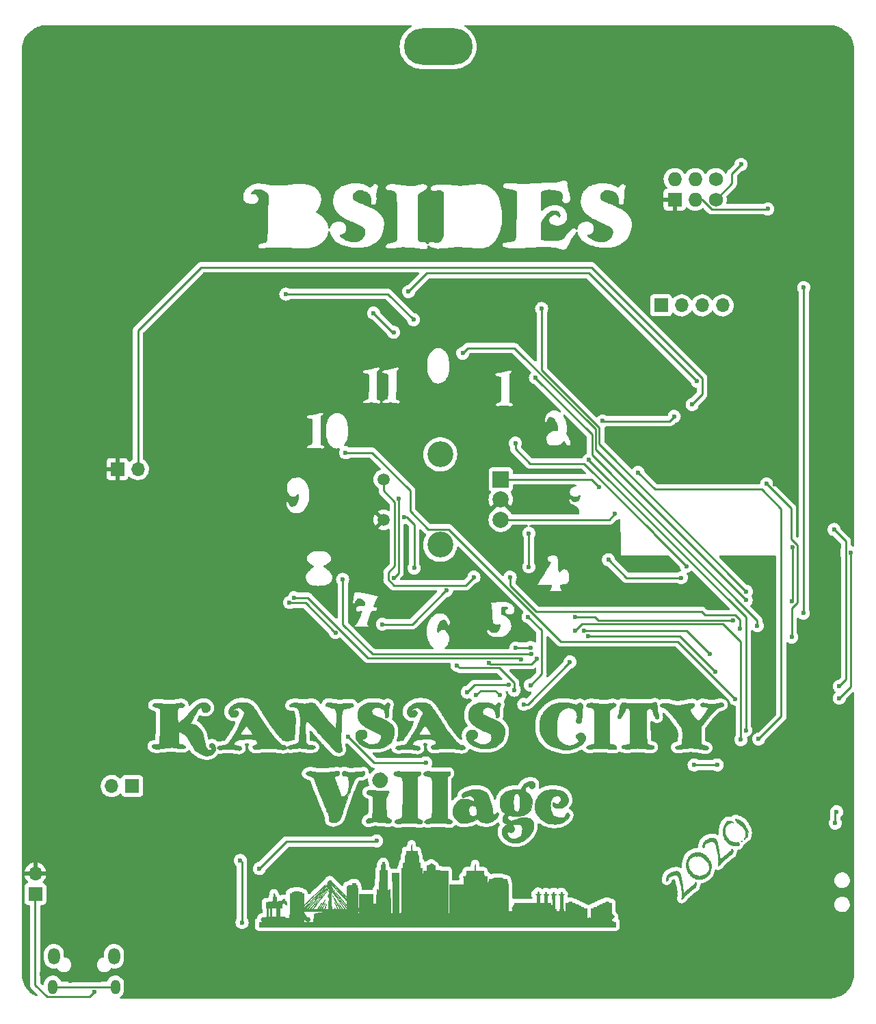
<source format=gbr>
%TF.GenerationSoftware,KiCad,Pcbnew,(6.0.0)*%
%TF.CreationDate,2022-09-03T11:38:17-05:00*%
%TF.ProjectId,BsidesKC-2022-Safe-Badge,42736964-6573-44b4-932d-323032322d53,0-c*%
%TF.SameCoordinates,Original*%
%TF.FileFunction,Copper,L1,Top*%
%TF.FilePolarity,Positive*%
%FSLAX46Y46*%
G04 Gerber Fmt 4.6, Leading zero omitted, Abs format (unit mm)*
G04 Created by KiCad (PCBNEW (6.0.0)) date 2022-09-03 11:38:17*
%MOMM*%
%LPD*%
G01*
G04 APERTURE LIST*
%TA.AperFunction,EtchedComponent*%
%ADD10C,0.010000*%
%TD*%
%TA.AperFunction,ComponentPad*%
%ADD11O,1.727200X1.727200*%
%TD*%
%TA.AperFunction,ComponentPad*%
%ADD12R,1.727200X1.727200*%
%TD*%
%TA.AperFunction,ComponentPad*%
%ADD13C,1.727200*%
%TD*%
%TA.AperFunction,ComponentPad*%
%ADD14O,8.500000X4.500000*%
%TD*%
%TA.AperFunction,ComponentPad*%
%ADD15R,1.700000X1.700000*%
%TD*%
%TA.AperFunction,ComponentPad*%
%ADD16O,1.700000X1.700000*%
%TD*%
%TA.AperFunction,ComponentPad*%
%ADD17O,1.450000X2.000000*%
%TD*%
%TA.AperFunction,ComponentPad*%
%ADD18O,1.150000X1.800000*%
%TD*%
%TA.AperFunction,ComponentPad*%
%ADD19R,2.000000X2.000000*%
%TD*%
%TA.AperFunction,ComponentPad*%
%ADD20C,2.000000*%
%TD*%
%TA.AperFunction,ComponentPad*%
%ADD21C,3.200000*%
%TD*%
%TA.AperFunction,ComponentPad*%
%ADD22C,1.500000*%
%TD*%
%TA.AperFunction,ViaPad*%
%ADD23C,0.600000*%
%TD*%
%TA.AperFunction,Conductor*%
%ADD24C,0.250000*%
%TD*%
G04 APERTURE END LIST*
D10*
%TO.C,G\u002A\u002A\u002A*%
X140350520Y-111896858D02*
X140546793Y-111914872D01*
X140546793Y-111914872D02*
X140721417Y-111942553D01*
X140721417Y-111942553D02*
X140864856Y-111979744D01*
X140864856Y-111979744D02*
X140872241Y-111982266D01*
X140872241Y-111982266D02*
X140959395Y-112017821D01*
X140959395Y-112017821D02*
X141063048Y-112067870D01*
X141063048Y-112067870D02*
X141164589Y-112123254D01*
X141164589Y-112123254D02*
X141192358Y-112139847D01*
X141192358Y-112139847D02*
X141272953Y-112186380D01*
X141272953Y-112186380D02*
X141344801Y-112222684D01*
X141344801Y-112222684D02*
X141397363Y-112243665D01*
X141397363Y-112243665D02*
X141413883Y-112246834D01*
X141413883Y-112246834D02*
X141454578Y-112231283D01*
X141454578Y-112231283D02*
X141516562Y-112187422D01*
X141516562Y-112187422D02*
X141593996Y-112119441D01*
X141593996Y-112119441D02*
X141601766Y-112112051D01*
X141601766Y-112112051D02*
X141684647Y-112034370D01*
X141684647Y-112034370D02*
X141746101Y-111982986D01*
X141746101Y-111982986D02*
X141794245Y-111953873D01*
X141794245Y-111953873D02*
X141837194Y-111943006D01*
X141837194Y-111943006D02*
X141883061Y-111946358D01*
X141883061Y-111946358D02*
X141919314Y-111954517D01*
X141919314Y-111954517D02*
X142011150Y-111993891D01*
X142011150Y-111993891D02*
X142067502Y-112056085D01*
X142067502Y-112056085D02*
X142088225Y-112140611D01*
X142088225Y-112140611D02*
X142073175Y-112246980D01*
X142073175Y-112246980D02*
X142035605Y-112346772D01*
X142035605Y-112346772D02*
X142018349Y-112385650D01*
X142018349Y-112385650D02*
X142004867Y-112422076D01*
X142004867Y-112422076D02*
X141994527Y-112462034D01*
X141994527Y-112462034D02*
X141986696Y-112511511D01*
X141986696Y-112511511D02*
X141980741Y-112576492D01*
X141980741Y-112576492D02*
X141976030Y-112662962D01*
X141976030Y-112662962D02*
X141971930Y-112776907D01*
X141971930Y-112776907D02*
X141967809Y-112924311D01*
X141967809Y-112924311D02*
X141965635Y-113008834D01*
X141965635Y-113008834D02*
X141960425Y-113191719D01*
X141960425Y-113191719D02*
X141954547Y-113337473D01*
X141954547Y-113337473D02*
X141947111Y-113451297D01*
X141947111Y-113451297D02*
X141937226Y-113538393D01*
X141937226Y-113538393D02*
X141924001Y-113603961D01*
X141924001Y-113603961D02*
X141906546Y-113653203D01*
X141906546Y-113653203D02*
X141883970Y-113691321D01*
X141883970Y-113691321D02*
X141855382Y-113723516D01*
X141855382Y-113723516D02*
X141840969Y-113736878D01*
X141840969Y-113736878D02*
X141789994Y-113764653D01*
X141789994Y-113764653D02*
X141717890Y-113783730D01*
X141717890Y-113783730D02*
X141695141Y-113786691D01*
X141695141Y-113786691D02*
X141630041Y-113789059D01*
X141630041Y-113789059D02*
X141582195Y-113778144D01*
X141582195Y-113778144D02*
X141548395Y-113748475D01*
X141548395Y-113748475D02*
X141525437Y-113694583D01*
X141525437Y-113694583D02*
X141510113Y-113610996D01*
X141510113Y-113610996D02*
X141499216Y-113492245D01*
X141499216Y-113492245D02*
X141496231Y-113447363D01*
X141496231Y-113447363D02*
X141476081Y-113241259D01*
X141476081Y-113241259D02*
X141441432Y-113070889D01*
X141441432Y-113070889D02*
X141388267Y-112930974D01*
X141388267Y-112930974D02*
X141312569Y-112816231D01*
X141312569Y-112816231D02*
X141210323Y-112721381D01*
X141210323Y-112721381D02*
X141077510Y-112641143D01*
X141077510Y-112641143D02*
X140910115Y-112570236D01*
X140910115Y-112570236D02*
X140800667Y-112532922D01*
X140800667Y-112532922D02*
X140627498Y-112487590D01*
X140627498Y-112487590D02*
X140478643Y-112471448D01*
X140478643Y-112471448D02*
X140347823Y-112484427D01*
X140347823Y-112484427D02*
X140228759Y-112526459D01*
X140228759Y-112526459D02*
X140228461Y-112526605D01*
X140228461Y-112526605D02*
X140121475Y-112592302D01*
X140121475Y-112592302D02*
X140019540Y-112678129D01*
X140019540Y-112678129D02*
X139934470Y-112772738D01*
X139934470Y-112772738D02*
X139879338Y-112861951D01*
X139879338Y-112861951D02*
X139860292Y-112911355D01*
X139860292Y-112911355D02*
X139852081Y-112959364D01*
X139852081Y-112959364D02*
X139853822Y-113020381D01*
X139853822Y-113020381D02*
X139864339Y-113106714D01*
X139864339Y-113106714D02*
X139878550Y-113193633D01*
X139878550Y-113193633D02*
X139895662Y-113252922D01*
X139895662Y-113252922D02*
X139921844Y-113299162D01*
X139921844Y-113299162D02*
X139963264Y-113346929D01*
X139963264Y-113346929D02*
X139968112Y-113351969D01*
X139968112Y-113351969D02*
X140040054Y-113414116D01*
X140040054Y-113414116D02*
X140137559Y-113476749D01*
X140137559Y-113476749D02*
X140264617Y-113541921D01*
X140264617Y-113541921D02*
X140425223Y-113611685D01*
X140425223Y-113611685D02*
X140618342Y-113686239D01*
X140618342Y-113686239D02*
X140941614Y-113811274D01*
X140941614Y-113811274D02*
X141233678Y-113936887D01*
X141233678Y-113936887D02*
X141505417Y-114068158D01*
X141505417Y-114068158D02*
X141767717Y-114210165D01*
X141767717Y-114210165D02*
X141874497Y-114272337D01*
X141874497Y-114272337D02*
X142031402Y-114380797D01*
X142031402Y-114380797D02*
X142184880Y-114515067D01*
X142184880Y-114515067D02*
X142327020Y-114666258D01*
X142327020Y-114666258D02*
X142449914Y-114825482D01*
X142449914Y-114825482D02*
X142545653Y-114983848D01*
X142545653Y-114983848D02*
X142585486Y-115071454D01*
X142585486Y-115071454D02*
X142608691Y-115156735D01*
X142608691Y-115156735D02*
X142625993Y-115272233D01*
X142625993Y-115272233D02*
X142636812Y-115406166D01*
X142636812Y-115406166D02*
X142640572Y-115546755D01*
X142640572Y-115546755D02*
X142636692Y-115682219D01*
X142636692Y-115682219D02*
X142624597Y-115800777D01*
X142624597Y-115800777D02*
X142622044Y-115816341D01*
X142622044Y-115816341D02*
X142595417Y-115938453D01*
X142595417Y-115938453D02*
X142555271Y-116084670D01*
X142555271Y-116084670D02*
X142506182Y-116240825D01*
X142506182Y-116240825D02*
X142452723Y-116392752D01*
X142452723Y-116392752D02*
X142399469Y-116526284D01*
X142399469Y-116526284D02*
X142376104Y-116578043D01*
X142376104Y-116578043D02*
X142284690Y-116730890D01*
X142284690Y-116730890D02*
X142157572Y-116884600D01*
X142157572Y-116884600D02*
X142000883Y-117033582D01*
X142000883Y-117033582D02*
X141820756Y-117172247D01*
X141820756Y-117172247D02*
X141623325Y-117295004D01*
X141623325Y-117295004D02*
X141542944Y-117337369D01*
X141542944Y-117337369D02*
X141353082Y-117425115D01*
X141353082Y-117425115D02*
X141179898Y-117487955D01*
X141179898Y-117487955D02*
X141009336Y-117530098D01*
X141009336Y-117530098D02*
X140827344Y-117555753D01*
X140827344Y-117555753D02*
X140807607Y-117557607D01*
X140807607Y-117557607D02*
X140640009Y-117569087D01*
X140640009Y-117569087D02*
X140452617Y-117575819D01*
X140452617Y-117575819D02*
X140256552Y-117577891D01*
X140256552Y-117577891D02*
X140062937Y-117575388D01*
X140062937Y-117575388D02*
X139882895Y-117568398D01*
X139882895Y-117568398D02*
X139727548Y-117557006D01*
X139727548Y-117557006D02*
X139654720Y-117548632D01*
X139654720Y-117548632D02*
X139330162Y-117487675D01*
X139330162Y-117487675D02*
X139030485Y-117397279D01*
X139030485Y-117397279D02*
X138757516Y-117278468D01*
X138757516Y-117278468D02*
X138513082Y-117132261D01*
X138513082Y-117132261D02*
X138299012Y-116959680D01*
X138299012Y-116959680D02*
X138117133Y-116761746D01*
X138117133Y-116761746D02*
X138030653Y-116641176D01*
X138030653Y-116641176D02*
X137930611Y-116463456D01*
X137930611Y-116463456D02*
X137867166Y-116289286D01*
X137867166Y-116289286D02*
X137836974Y-116108189D01*
X137836974Y-116108189D02*
X137833356Y-116022949D01*
X137833356Y-116022949D02*
X137846875Y-115842259D01*
X137846875Y-115842259D02*
X137891899Y-115688863D01*
X137891899Y-115688863D02*
X137969933Y-115560187D01*
X137969933Y-115560187D02*
X138082481Y-115453658D01*
X138082481Y-115453658D02*
X138211471Y-115376089D01*
X138211471Y-115376089D02*
X138290691Y-115340327D01*
X138290691Y-115340327D02*
X138361490Y-115318123D01*
X138361490Y-115318123D02*
X138441013Y-115305445D01*
X138441013Y-115305445D02*
X138541309Y-115298501D01*
X138541309Y-115298501D02*
X138738484Y-115301451D01*
X138738484Y-115301451D02*
X138903097Y-115331125D01*
X138903097Y-115331125D02*
X139035885Y-115388114D01*
X139035885Y-115388114D02*
X139137587Y-115473005D01*
X139137587Y-115473005D02*
X139208941Y-115586387D01*
X139208941Y-115586387D02*
X139250687Y-115728849D01*
X139250687Y-115728849D02*
X139263455Y-115874054D01*
X139263455Y-115874054D02*
X139263097Y-115965682D01*
X139263097Y-115965682D02*
X139256634Y-116029969D01*
X139256634Y-116029969D02*
X139241031Y-116081796D01*
X139241031Y-116081796D02*
X139213254Y-116136043D01*
X139213254Y-116136043D02*
X139208290Y-116144561D01*
X139208290Y-116144561D02*
X139110515Y-116271599D01*
X139110515Y-116271599D02*
X138985977Y-116365921D01*
X138985977Y-116365921D02*
X138835144Y-116427224D01*
X138835144Y-116427224D02*
X138742208Y-116446599D01*
X138742208Y-116446599D02*
X138683721Y-116458519D01*
X138683721Y-116458519D02*
X138647465Y-116472063D01*
X138647465Y-116472063D02*
X138641667Y-116478609D01*
X138641667Y-116478609D02*
X138659172Y-116514419D01*
X138659172Y-116514419D02*
X138707450Y-116566027D01*
X138707450Y-116566027D02*
X138780146Y-116628897D01*
X138780146Y-116628897D02*
X138870902Y-116698493D01*
X138870902Y-116698493D02*
X138973361Y-116770278D01*
X138973361Y-116770278D02*
X139081169Y-116839716D01*
X139081169Y-116839716D02*
X139187967Y-116902270D01*
X139187967Y-116902270D02*
X139287400Y-116953405D01*
X139287400Y-116953405D02*
X139338011Y-116975568D01*
X139338011Y-116975568D02*
X139545898Y-117042959D01*
X139545898Y-117042959D02*
X139760389Y-117082557D01*
X139760389Y-117082557D02*
X139973573Y-117094377D01*
X139973573Y-117094377D02*
X140177541Y-117078435D01*
X140177541Y-117078435D02*
X140364381Y-117034744D01*
X140364381Y-117034744D02*
X140508269Y-116973398D01*
X140508269Y-116973398D02*
X140632100Y-116887105D01*
X140632100Y-116887105D02*
X140743459Y-116773569D01*
X140743459Y-116773569D02*
X140838692Y-116640421D01*
X140838692Y-116640421D02*
X140914145Y-116495291D01*
X140914145Y-116495291D02*
X140966166Y-116345810D01*
X140966166Y-116345810D02*
X140991100Y-116199609D01*
X140991100Y-116199609D02*
X140985295Y-116064318D01*
X140985295Y-116064318D02*
X140971003Y-116006956D01*
X140971003Y-116006956D02*
X140932514Y-115928406D01*
X140932514Y-115928406D02*
X140867956Y-115851257D01*
X140867956Y-115851257D02*
X140774636Y-115773730D01*
X140774636Y-115773730D02*
X140649864Y-115694046D01*
X140649864Y-115694046D02*
X140490947Y-115610428D01*
X140490947Y-115610428D02*
X140295194Y-115521097D01*
X140295194Y-115521097D02*
X140133917Y-115453852D01*
X140133917Y-115453852D02*
X139783380Y-115304765D01*
X139783380Y-115304765D02*
X139473131Y-115157101D01*
X139473131Y-115157101D02*
X139201199Y-115009742D01*
X139201199Y-115009742D02*
X138965614Y-114861573D01*
X138965614Y-114861573D02*
X138764405Y-114711475D01*
X138764405Y-114711475D02*
X138653441Y-114614519D01*
X138653441Y-114614519D02*
X138464737Y-114416158D01*
X138464737Y-114416158D02*
X138317376Y-114211165D01*
X138317376Y-114211165D02*
X138210600Y-113997372D01*
X138210600Y-113997372D02*
X138143656Y-113772612D01*
X138143656Y-113772612D02*
X138115788Y-113534716D01*
X138115788Y-113534716D02*
X138126241Y-113281519D01*
X138126241Y-113281519D02*
X138144594Y-113154217D01*
X138144594Y-113154217D02*
X138185533Y-112962053D01*
X138185533Y-112962053D02*
X138237374Y-112801979D01*
X138237374Y-112801979D02*
X138304625Y-112664238D01*
X138304625Y-112664238D02*
X138391797Y-112539072D01*
X138391797Y-112539072D02*
X138469448Y-112451239D01*
X138469448Y-112451239D02*
X138622872Y-112315532D01*
X138622872Y-112315532D02*
X138809762Y-112191205D01*
X138809762Y-112191205D02*
X139021811Y-112082775D01*
X139021811Y-112082775D02*
X139250713Y-111994756D01*
X139250713Y-111994756D02*
X139378143Y-111957369D01*
X139378143Y-111957369D02*
X139539636Y-111924660D01*
X139539636Y-111924660D02*
X139727156Y-111902413D01*
X139727156Y-111902413D02*
X139931166Y-111890470D01*
X139931166Y-111890470D02*
X140142133Y-111888671D01*
X140142133Y-111888671D02*
X140350520Y-111896858D01*
X140350520Y-111896858D02*
X140350520Y-111896858D01*
G36*
X140350520Y-111896858D02*
G01*
X140546793Y-111914872D01*
X140721417Y-111942553D01*
X140864856Y-111979744D01*
X140872241Y-111982266D01*
X140959395Y-112017821D01*
X141063048Y-112067870D01*
X141164589Y-112123254D01*
X141192358Y-112139847D01*
X141272953Y-112186380D01*
X141344801Y-112222684D01*
X141397363Y-112243665D01*
X141413883Y-112246834D01*
X141454578Y-112231283D01*
X141516562Y-112187422D01*
X141593996Y-112119441D01*
X141601766Y-112112051D01*
X141684647Y-112034370D01*
X141746101Y-111982986D01*
X141794245Y-111953873D01*
X141837194Y-111943006D01*
X141883061Y-111946358D01*
X141919314Y-111954517D01*
X142011150Y-111993891D01*
X142067502Y-112056085D01*
X142088225Y-112140611D01*
X142073175Y-112246980D01*
X142035605Y-112346772D01*
X142018349Y-112385650D01*
X142004867Y-112422076D01*
X141994527Y-112462034D01*
X141986696Y-112511511D01*
X141980741Y-112576492D01*
X141976030Y-112662962D01*
X141971930Y-112776907D01*
X141967809Y-112924311D01*
X141965635Y-113008834D01*
X141960425Y-113191719D01*
X141954547Y-113337473D01*
X141947111Y-113451297D01*
X141937226Y-113538393D01*
X141924001Y-113603961D01*
X141906546Y-113653203D01*
X141883970Y-113691321D01*
X141855382Y-113723516D01*
X141840969Y-113736878D01*
X141789994Y-113764653D01*
X141717890Y-113783730D01*
X141695141Y-113786691D01*
X141630041Y-113789059D01*
X141582195Y-113778144D01*
X141548395Y-113748475D01*
X141525437Y-113694583D01*
X141510113Y-113610996D01*
X141499216Y-113492245D01*
X141496231Y-113447363D01*
X141476081Y-113241259D01*
X141441432Y-113070889D01*
X141388267Y-112930974D01*
X141312569Y-112816231D01*
X141210323Y-112721381D01*
X141077510Y-112641143D01*
X140910115Y-112570236D01*
X140800667Y-112532922D01*
X140627498Y-112487590D01*
X140478643Y-112471448D01*
X140347823Y-112484427D01*
X140228759Y-112526459D01*
X140228461Y-112526605D01*
X140121475Y-112592302D01*
X140019540Y-112678129D01*
X139934470Y-112772738D01*
X139879338Y-112861951D01*
X139860292Y-112911355D01*
X139852081Y-112959364D01*
X139853822Y-113020381D01*
X139864339Y-113106714D01*
X139878550Y-113193633D01*
X139895662Y-113252922D01*
X139921844Y-113299162D01*
X139963264Y-113346929D01*
X139968112Y-113351969D01*
X140040054Y-113414116D01*
X140137559Y-113476749D01*
X140264617Y-113541921D01*
X140425223Y-113611685D01*
X140618342Y-113686239D01*
X140941614Y-113811274D01*
X141233678Y-113936887D01*
X141505417Y-114068158D01*
X141767717Y-114210165D01*
X141874497Y-114272337D01*
X142031402Y-114380797D01*
X142184880Y-114515067D01*
X142327020Y-114666258D01*
X142449914Y-114825482D01*
X142545653Y-114983848D01*
X142585486Y-115071454D01*
X142608691Y-115156735D01*
X142625993Y-115272233D01*
X142636812Y-115406166D01*
X142640572Y-115546755D01*
X142636692Y-115682219D01*
X142624597Y-115800777D01*
X142622044Y-115816341D01*
X142595417Y-115938453D01*
X142555271Y-116084670D01*
X142506182Y-116240825D01*
X142452723Y-116392752D01*
X142399469Y-116526284D01*
X142376104Y-116578043D01*
X142284690Y-116730890D01*
X142157572Y-116884600D01*
X142000883Y-117033582D01*
X141820756Y-117172247D01*
X141623325Y-117295004D01*
X141542944Y-117337369D01*
X141353082Y-117425115D01*
X141179898Y-117487955D01*
X141009336Y-117530098D01*
X140827344Y-117555753D01*
X140807607Y-117557607D01*
X140640009Y-117569087D01*
X140452617Y-117575819D01*
X140256552Y-117577891D01*
X140062937Y-117575388D01*
X139882895Y-117568398D01*
X139727548Y-117557006D01*
X139654720Y-117548632D01*
X139330162Y-117487675D01*
X139030485Y-117397279D01*
X138757516Y-117278468D01*
X138513082Y-117132261D01*
X138299012Y-116959680D01*
X138117133Y-116761746D01*
X138030653Y-116641176D01*
X137930611Y-116463456D01*
X137867166Y-116289286D01*
X137836974Y-116108189D01*
X137833356Y-116022949D01*
X137846875Y-115842259D01*
X137891899Y-115688863D01*
X137969933Y-115560187D01*
X138082481Y-115453658D01*
X138211471Y-115376089D01*
X138290691Y-115340327D01*
X138361490Y-115318123D01*
X138441013Y-115305445D01*
X138541309Y-115298501D01*
X138738484Y-115301451D01*
X138903097Y-115331125D01*
X139035885Y-115388114D01*
X139137587Y-115473005D01*
X139208941Y-115586387D01*
X139250687Y-115728849D01*
X139263455Y-115874054D01*
X139263097Y-115965682D01*
X139256634Y-116029969D01*
X139241031Y-116081796D01*
X139213254Y-116136043D01*
X139208290Y-116144561D01*
X139110515Y-116271599D01*
X138985977Y-116365921D01*
X138835144Y-116427224D01*
X138742208Y-116446599D01*
X138683721Y-116458519D01*
X138647465Y-116472063D01*
X138641667Y-116478609D01*
X138659172Y-116514419D01*
X138707450Y-116566027D01*
X138780146Y-116628897D01*
X138870902Y-116698493D01*
X138973361Y-116770278D01*
X139081169Y-116839716D01*
X139187967Y-116902270D01*
X139287400Y-116953405D01*
X139338011Y-116975568D01*
X139545898Y-117042959D01*
X139760389Y-117082557D01*
X139973573Y-117094377D01*
X140177541Y-117078435D01*
X140364381Y-117034744D01*
X140508269Y-116973398D01*
X140632100Y-116887105D01*
X140743459Y-116773569D01*
X140838692Y-116640421D01*
X140914145Y-116495291D01*
X140966166Y-116345810D01*
X140991100Y-116199609D01*
X140985295Y-116064318D01*
X140971003Y-116006956D01*
X140932514Y-115928406D01*
X140867956Y-115851257D01*
X140774636Y-115773730D01*
X140649864Y-115694046D01*
X140490947Y-115610428D01*
X140295194Y-115521097D01*
X140133917Y-115453852D01*
X139783380Y-115304765D01*
X139473131Y-115157101D01*
X139201199Y-115009742D01*
X138965614Y-114861573D01*
X138764405Y-114711475D01*
X138653441Y-114614519D01*
X138464737Y-114416158D01*
X138317376Y-114211165D01*
X138210600Y-113997372D01*
X138143656Y-113772612D01*
X138115788Y-113534716D01*
X138126241Y-113281519D01*
X138144594Y-113154217D01*
X138185533Y-112962053D01*
X138237374Y-112801979D01*
X138304625Y-112664238D01*
X138391797Y-112539072D01*
X138469448Y-112451239D01*
X138622872Y-112315532D01*
X138809762Y-112191205D01*
X139021811Y-112082775D01*
X139250713Y-111994756D01*
X139378143Y-111957369D01*
X139539636Y-111924660D01*
X139727156Y-111902413D01*
X139931166Y-111890470D01*
X140142133Y-111888671D01*
X140350520Y-111896858D01*
G37*
X140350520Y-111896858D02*
X140546793Y-111914872D01*
X140721417Y-111942553D01*
X140864856Y-111979744D01*
X140872241Y-111982266D01*
X140959395Y-112017821D01*
X141063048Y-112067870D01*
X141164589Y-112123254D01*
X141192358Y-112139847D01*
X141272953Y-112186380D01*
X141344801Y-112222684D01*
X141397363Y-112243665D01*
X141413883Y-112246834D01*
X141454578Y-112231283D01*
X141516562Y-112187422D01*
X141593996Y-112119441D01*
X141601766Y-112112051D01*
X141684647Y-112034370D01*
X141746101Y-111982986D01*
X141794245Y-111953873D01*
X141837194Y-111943006D01*
X141883061Y-111946358D01*
X141919314Y-111954517D01*
X142011150Y-111993891D01*
X142067502Y-112056085D01*
X142088225Y-112140611D01*
X142073175Y-112246980D01*
X142035605Y-112346772D01*
X142018349Y-112385650D01*
X142004867Y-112422076D01*
X141994527Y-112462034D01*
X141986696Y-112511511D01*
X141980741Y-112576492D01*
X141976030Y-112662962D01*
X141971930Y-112776907D01*
X141967809Y-112924311D01*
X141965635Y-113008834D01*
X141960425Y-113191719D01*
X141954547Y-113337473D01*
X141947111Y-113451297D01*
X141937226Y-113538393D01*
X141924001Y-113603961D01*
X141906546Y-113653203D01*
X141883970Y-113691321D01*
X141855382Y-113723516D01*
X141840969Y-113736878D01*
X141789994Y-113764653D01*
X141717890Y-113783730D01*
X141695141Y-113786691D01*
X141630041Y-113789059D01*
X141582195Y-113778144D01*
X141548395Y-113748475D01*
X141525437Y-113694583D01*
X141510113Y-113610996D01*
X141499216Y-113492245D01*
X141496231Y-113447363D01*
X141476081Y-113241259D01*
X141441432Y-113070889D01*
X141388267Y-112930974D01*
X141312569Y-112816231D01*
X141210323Y-112721381D01*
X141077510Y-112641143D01*
X140910115Y-112570236D01*
X140800667Y-112532922D01*
X140627498Y-112487590D01*
X140478643Y-112471448D01*
X140347823Y-112484427D01*
X140228759Y-112526459D01*
X140228461Y-112526605D01*
X140121475Y-112592302D01*
X140019540Y-112678129D01*
X139934470Y-112772738D01*
X139879338Y-112861951D01*
X139860292Y-112911355D01*
X139852081Y-112959364D01*
X139853822Y-113020381D01*
X139864339Y-113106714D01*
X139878550Y-113193633D01*
X139895662Y-113252922D01*
X139921844Y-113299162D01*
X139963264Y-113346929D01*
X139968112Y-113351969D01*
X140040054Y-113414116D01*
X140137559Y-113476749D01*
X140264617Y-113541921D01*
X140425223Y-113611685D01*
X140618342Y-113686239D01*
X140941614Y-113811274D01*
X141233678Y-113936887D01*
X141505417Y-114068158D01*
X141767717Y-114210165D01*
X141874497Y-114272337D01*
X142031402Y-114380797D01*
X142184880Y-114515067D01*
X142327020Y-114666258D01*
X142449914Y-114825482D01*
X142545653Y-114983848D01*
X142585486Y-115071454D01*
X142608691Y-115156735D01*
X142625993Y-115272233D01*
X142636812Y-115406166D01*
X142640572Y-115546755D01*
X142636692Y-115682219D01*
X142624597Y-115800777D01*
X142622044Y-115816341D01*
X142595417Y-115938453D01*
X142555271Y-116084670D01*
X142506182Y-116240825D01*
X142452723Y-116392752D01*
X142399469Y-116526284D01*
X142376104Y-116578043D01*
X142284690Y-116730890D01*
X142157572Y-116884600D01*
X142000883Y-117033582D01*
X141820756Y-117172247D01*
X141623325Y-117295004D01*
X141542944Y-117337369D01*
X141353082Y-117425115D01*
X141179898Y-117487955D01*
X141009336Y-117530098D01*
X140827344Y-117555753D01*
X140807607Y-117557607D01*
X140640009Y-117569087D01*
X140452617Y-117575819D01*
X140256552Y-117577891D01*
X140062937Y-117575388D01*
X139882895Y-117568398D01*
X139727548Y-117557006D01*
X139654720Y-117548632D01*
X139330162Y-117487675D01*
X139030485Y-117397279D01*
X138757516Y-117278468D01*
X138513082Y-117132261D01*
X138299012Y-116959680D01*
X138117133Y-116761746D01*
X138030653Y-116641176D01*
X137930611Y-116463456D01*
X137867166Y-116289286D01*
X137836974Y-116108189D01*
X137833356Y-116022949D01*
X137846875Y-115842259D01*
X137891899Y-115688863D01*
X137969933Y-115560187D01*
X138082481Y-115453658D01*
X138211471Y-115376089D01*
X138290691Y-115340327D01*
X138361490Y-115318123D01*
X138441013Y-115305445D01*
X138541309Y-115298501D01*
X138738484Y-115301451D01*
X138903097Y-115331125D01*
X139035885Y-115388114D01*
X139137587Y-115473005D01*
X139208941Y-115586387D01*
X139250687Y-115728849D01*
X139263455Y-115874054D01*
X139263097Y-115965682D01*
X139256634Y-116029969D01*
X139241031Y-116081796D01*
X139213254Y-116136043D01*
X139208290Y-116144561D01*
X139110515Y-116271599D01*
X138985977Y-116365921D01*
X138835144Y-116427224D01*
X138742208Y-116446599D01*
X138683721Y-116458519D01*
X138647465Y-116472063D01*
X138641667Y-116478609D01*
X138659172Y-116514419D01*
X138707450Y-116566027D01*
X138780146Y-116628897D01*
X138870902Y-116698493D01*
X138973361Y-116770278D01*
X139081169Y-116839716D01*
X139187967Y-116902270D01*
X139287400Y-116953405D01*
X139338011Y-116975568D01*
X139545898Y-117042959D01*
X139760389Y-117082557D01*
X139973573Y-117094377D01*
X140177541Y-117078435D01*
X140364381Y-117034744D01*
X140508269Y-116973398D01*
X140632100Y-116887105D01*
X140743459Y-116773569D01*
X140838692Y-116640421D01*
X140914145Y-116495291D01*
X140966166Y-116345810D01*
X140991100Y-116199609D01*
X140985295Y-116064318D01*
X140971003Y-116006956D01*
X140932514Y-115928406D01*
X140867956Y-115851257D01*
X140774636Y-115773730D01*
X140649864Y-115694046D01*
X140490947Y-115610428D01*
X140295194Y-115521097D01*
X140133917Y-115453852D01*
X139783380Y-115304765D01*
X139473131Y-115157101D01*
X139201199Y-115009742D01*
X138965614Y-114861573D01*
X138764405Y-114711475D01*
X138653441Y-114614519D01*
X138464737Y-114416158D01*
X138317376Y-114211165D01*
X138210600Y-113997372D01*
X138143656Y-113772612D01*
X138115788Y-113534716D01*
X138126241Y-113281519D01*
X138144594Y-113154217D01*
X138185533Y-112962053D01*
X138237374Y-112801979D01*
X138304625Y-112664238D01*
X138391797Y-112539072D01*
X138469448Y-112451239D01*
X138622872Y-112315532D01*
X138809762Y-112191205D01*
X139021811Y-112082775D01*
X139250713Y-111994756D01*
X139378143Y-111957369D01*
X139539636Y-111924660D01*
X139727156Y-111902413D01*
X139931166Y-111890470D01*
X140142133Y-111888671D01*
X140350520Y-111896858D01*
X119057410Y-111904701D02*
X119210461Y-111911627D01*
X119210461Y-111911627D02*
X119333254Y-111933863D01*
X119333254Y-111933863D02*
X119436297Y-111975307D01*
X119436297Y-111975307D02*
X119530098Y-112039853D01*
X119530098Y-112039853D02*
X119601273Y-112106349D01*
X119601273Y-112106349D02*
X119719162Y-112243936D01*
X119719162Y-112243936D02*
X119797579Y-112376173D01*
X119797579Y-112376173D02*
X119838402Y-112506790D01*
X119838402Y-112506790D02*
X119845667Y-112591939D01*
X119845667Y-112591939D02*
X119833270Y-112710399D01*
X119833270Y-112710399D02*
X119792705Y-112813463D01*
X119792705Y-112813463D02*
X119718907Y-112911649D01*
X119718907Y-112911649D02*
X119666893Y-112963187D01*
X119666893Y-112963187D02*
X119551507Y-113053953D01*
X119551507Y-113053953D02*
X119437039Y-113108501D01*
X119437039Y-113108501D02*
X119312046Y-113131102D01*
X119312046Y-113131102D02*
X119218325Y-113130599D01*
X119218325Y-113130599D02*
X119091251Y-113114436D01*
X119091251Y-113114436D02*
X118993908Y-113080088D01*
X118993908Y-113080088D02*
X118920861Y-113022305D01*
X118920861Y-113022305D02*
X118866672Y-112935839D01*
X118866672Y-112935839D02*
X118825904Y-112815441D01*
X118825904Y-112815441D02*
X118807447Y-112733925D01*
X118807447Y-112733925D02*
X118789308Y-112647867D01*
X118789308Y-112647867D02*
X118773059Y-112578568D01*
X118773059Y-112578568D02*
X118761072Y-112535788D01*
X118761072Y-112535788D02*
X118757189Y-112527134D01*
X118757189Y-112527134D02*
X118726248Y-112522790D01*
X118726248Y-112522790D02*
X118670290Y-112536406D01*
X118670290Y-112536406D02*
X118600251Y-112563595D01*
X118600251Y-112563595D02*
X118527066Y-112599968D01*
X118527066Y-112599968D02*
X118461674Y-112641136D01*
X118461674Y-112641136D02*
X118448838Y-112650859D01*
X118448838Y-112650859D02*
X118399025Y-112695125D01*
X118399025Y-112695125D02*
X118354251Y-112747833D01*
X118354251Y-112747833D02*
X118308356Y-112817814D01*
X118308356Y-112817814D02*
X118255180Y-112913901D01*
X118255180Y-112913901D02*
X118226113Y-112970215D01*
X118226113Y-112970215D02*
X118089842Y-113235901D01*
X118089842Y-113235901D02*
X117963137Y-113478611D01*
X117963137Y-113478611D02*
X117847174Y-113696233D01*
X117847174Y-113696233D02*
X117743130Y-113886653D01*
X117743130Y-113886653D02*
X117652181Y-114047760D01*
X117652181Y-114047760D02*
X117575505Y-114177438D01*
X117575505Y-114177438D02*
X117514279Y-114273576D01*
X117514279Y-114273576D02*
X117469679Y-114334061D01*
X117469679Y-114334061D02*
X117461557Y-114343061D01*
X117461557Y-114343061D02*
X117399519Y-114418430D01*
X117399519Y-114418430D02*
X117371759Y-114478750D01*
X117371759Y-114478750D02*
X117378841Y-114521507D01*
X117378841Y-114521507D02*
X117416792Y-114543212D01*
X117416792Y-114543212D02*
X117456109Y-114551082D01*
X117456109Y-114551082D02*
X117526792Y-114563981D01*
X117526792Y-114563981D02*
X117618437Y-114580048D01*
X117618437Y-114580048D02*
X117709893Y-114595620D01*
X117709893Y-114595620D02*
X117858390Y-114622087D01*
X117858390Y-114622087D02*
X117974017Y-114648232D01*
X117974017Y-114648232D02*
X118065932Y-114678801D01*
X118065932Y-114678801D02*
X118143295Y-114718539D01*
X118143295Y-114718539D02*
X118215265Y-114772191D01*
X118215265Y-114772191D02*
X118291000Y-114844503D01*
X118291000Y-114844503D02*
X118379659Y-114940219D01*
X118379659Y-114940219D02*
X118383730Y-114944743D01*
X118383730Y-114944743D02*
X118513429Y-115093144D01*
X118513429Y-115093144D02*
X118618848Y-115224508D01*
X118618848Y-115224508D02*
X118707614Y-115349621D01*
X118707614Y-115349621D02*
X118787355Y-115479268D01*
X118787355Y-115479268D02*
X118865698Y-115624236D01*
X118865698Y-115624236D02*
X118869573Y-115631803D01*
X118869573Y-115631803D02*
X118918442Y-115732127D01*
X118918442Y-115732127D02*
X118953937Y-115819473D01*
X118953937Y-115819473D02*
X118981008Y-115909175D01*
X118981008Y-115909175D02*
X119004601Y-116016567D01*
X119004601Y-116016567D02*
X119018946Y-116094736D01*
X119018946Y-116094736D02*
X119082291Y-116434670D01*
X119082291Y-116434670D02*
X119145704Y-116733450D01*
X119145704Y-116733450D02*
X119209586Y-116992257D01*
X119209586Y-116992257D02*
X119274338Y-117212269D01*
X119274338Y-117212269D02*
X119340359Y-117394665D01*
X119340359Y-117394665D02*
X119408051Y-117540625D01*
X119408051Y-117540625D02*
X119477814Y-117651326D01*
X119477814Y-117651326D02*
X119550049Y-117727949D01*
X119550049Y-117727949D02*
X119581233Y-117750259D01*
X119581233Y-117750259D02*
X119660121Y-117782256D01*
X119660121Y-117782256D02*
X119748953Y-117792636D01*
X119748953Y-117792636D02*
X119836908Y-117783341D01*
X119836908Y-117783341D02*
X119913165Y-117756312D01*
X119913165Y-117756312D02*
X119966904Y-117713492D01*
X119966904Y-117713492D02*
X119984697Y-117677851D01*
X119984697Y-117677851D02*
X119993216Y-117598208D01*
X119993216Y-117598208D02*
X119970112Y-117543965D01*
X119970112Y-117543965D02*
X119913185Y-117510087D01*
X119913185Y-117510087D02*
X119911149Y-117509404D01*
X119911149Y-117509404D02*
X119828199Y-117461851D01*
X119828199Y-117461851D02*
X119773560Y-117383157D01*
X119773560Y-117383157D02*
X119746979Y-117272942D01*
X119746979Y-117272942D02*
X119745761Y-117258920D01*
X119745761Y-117258920D02*
X119750231Y-117150080D01*
X119750231Y-117150080D02*
X119784309Y-117069440D01*
X119784309Y-117069440D02*
X119851342Y-117011992D01*
X119851342Y-117011992D02*
X119933187Y-116978697D01*
X119933187Y-116978697D02*
X120031481Y-116954023D01*
X120031481Y-116954023D02*
X120107264Y-116948445D01*
X120107264Y-116948445D02*
X120176033Y-116962425D01*
X120176033Y-116962425D02*
X120235859Y-116987731D01*
X120235859Y-116987731D02*
X120333138Y-117058383D01*
X120333138Y-117058383D02*
X120411765Y-117165575D01*
X120411765Y-117165575D02*
X120470475Y-117307250D01*
X120470475Y-117307250D02*
X120496188Y-117410844D01*
X120496188Y-117410844D02*
X120518053Y-117567820D01*
X120518053Y-117567820D02*
X120514092Y-117700838D01*
X120514092Y-117700838D02*
X120482037Y-117821114D01*
X120482037Y-117821114D02*
X120419618Y-117939864D01*
X120419618Y-117939864D02*
X120376684Y-118001670D01*
X120376684Y-118001670D02*
X120260386Y-118145026D01*
X120260386Y-118145026D02*
X120145317Y-118256397D01*
X120145317Y-118256397D02*
X120021316Y-118344569D01*
X120021316Y-118344569D02*
X119913517Y-118402104D01*
X119913517Y-118402104D02*
X119843546Y-118434404D01*
X119843546Y-118434404D02*
X119786889Y-118456366D01*
X119786889Y-118456366D02*
X119732017Y-118470231D01*
X119732017Y-118470231D02*
X119667402Y-118478239D01*
X119667402Y-118478239D02*
X119581516Y-118482629D01*
X119581516Y-118482629D02*
X119486251Y-118485120D01*
X119486251Y-118485120D02*
X119354460Y-118486253D01*
X119354460Y-118486253D02*
X119251574Y-118482131D01*
X119251574Y-118482131D02*
X119164368Y-118471634D01*
X119164368Y-118471634D02*
X119079616Y-118453641D01*
X119079616Y-118453641D02*
X119062500Y-118449231D01*
X119062500Y-118449231D02*
X118887166Y-118389570D01*
X118887166Y-118389570D02*
X118694742Y-118300239D01*
X118694742Y-118300239D02*
X118492968Y-118185851D01*
X118492968Y-118185851D02*
X118289585Y-118051021D01*
X118289585Y-118051021D02*
X118092334Y-117900366D01*
X118092334Y-117900366D02*
X117978792Y-117803084D01*
X117978792Y-117803084D02*
X117918614Y-117739332D01*
X117918614Y-117739332D02*
X117850826Y-117648393D01*
X117850826Y-117648393D02*
X117773822Y-117527640D01*
X117773822Y-117527640D02*
X117685994Y-117374445D01*
X117685994Y-117374445D02*
X117585735Y-117186181D01*
X117585735Y-117186181D02*
X117507735Y-117032996D01*
X117507735Y-117032996D02*
X117386008Y-116810803D01*
X117386008Y-116810803D02*
X117246526Y-116591544D01*
X117246526Y-116591544D02*
X117093830Y-116380426D01*
X117093830Y-116380426D02*
X116932456Y-116182656D01*
X116932456Y-116182656D02*
X116766943Y-116003442D01*
X116766943Y-116003442D02*
X116601829Y-115847991D01*
X116601829Y-115847991D02*
X116441653Y-115721509D01*
X116441653Y-115721509D02*
X116290952Y-115629203D01*
X116290952Y-115629203D02*
X116279083Y-115623275D01*
X116279083Y-115623275D02*
X116160452Y-115571170D01*
X116160452Y-115571170D02*
X116070930Y-115546205D01*
X116070930Y-115546205D02*
X116007395Y-115548068D01*
X116007395Y-115548068D02*
X115966730Y-115576450D01*
X115966730Y-115576450D02*
X115957917Y-115591330D01*
X115957917Y-115591330D02*
X115931114Y-115675980D01*
X115931114Y-115675980D02*
X115912651Y-115799088D01*
X115912651Y-115799088D02*
X115902720Y-115957573D01*
X115902720Y-115957573D02*
X115901518Y-116148349D01*
X115901518Y-116148349D02*
X115909127Y-116366219D01*
X115909127Y-116366219D02*
X115918765Y-116549621D01*
X115918765Y-116549621D02*
X115928370Y-116695785D01*
X115928370Y-116695785D02*
X115940828Y-116809709D01*
X115940828Y-116809709D02*
X115959027Y-116896388D01*
X115959027Y-116896388D02*
X115985854Y-116960817D01*
X115985854Y-116960817D02*
X116024196Y-117007993D01*
X116024196Y-117007993D02*
X116076940Y-117042911D01*
X116076940Y-117042911D02*
X116146973Y-117070567D01*
X116146973Y-117070567D02*
X116237182Y-117095957D01*
X116237182Y-117095957D02*
X116346543Y-117123108D01*
X116346543Y-117123108D02*
X116512787Y-117169695D01*
X116512787Y-117169695D02*
X116636788Y-117216772D01*
X116636788Y-117216772D02*
X116718633Y-117264376D01*
X116718633Y-117264376D02*
X116754625Y-117304344D01*
X116754625Y-117304344D02*
X116777316Y-117386820D01*
X116777316Y-117386820D02*
X116762831Y-117468519D01*
X116762831Y-117468519D02*
X116715500Y-117540327D01*
X116715500Y-117540327D02*
X116639650Y-117593131D01*
X116639650Y-117593131D02*
X116612417Y-117603760D01*
X116612417Y-117603760D02*
X116525871Y-117620733D01*
X116525871Y-117620733D02*
X116405434Y-117627470D01*
X116405434Y-117627470D02*
X116258217Y-117624266D01*
X116258217Y-117624266D02*
X116091334Y-117611413D01*
X116091334Y-117611413D02*
X115911895Y-117589205D01*
X115911895Y-117589205D02*
X115792250Y-117569954D01*
X115792250Y-117569954D02*
X115661457Y-117546955D01*
X115661457Y-117546955D02*
X115526706Y-117523264D01*
X115526706Y-117523264D02*
X115402165Y-117501371D01*
X115402165Y-117501371D02*
X115302005Y-117483768D01*
X115302005Y-117483768D02*
X115284518Y-117480696D01*
X115284518Y-117480696D02*
X115224411Y-117470620D01*
X115224411Y-117470620D02*
X115170095Y-117463435D01*
X115170095Y-117463435D02*
X115116090Y-117459534D01*
X115116090Y-117459534D02*
X115056920Y-117459307D01*
X115056920Y-117459307D02*
X114987104Y-117463146D01*
X114987104Y-117463146D02*
X114901165Y-117471444D01*
X114901165Y-117471444D02*
X114793624Y-117484592D01*
X114793624Y-117484592D02*
X114659001Y-117502982D01*
X114659001Y-117502982D02*
X114491820Y-117527006D01*
X114491820Y-117527006D02*
X114352917Y-117547322D01*
X114352917Y-117547322D02*
X114107107Y-117580558D01*
X114107107Y-117580558D02*
X113871282Y-117606986D01*
X113871282Y-117606986D02*
X113650445Y-117626329D01*
X113650445Y-117626329D02*
X113449600Y-117638313D01*
X113449600Y-117638313D02*
X113273751Y-117642660D01*
X113273751Y-117642660D02*
X113127900Y-117639096D01*
X113127900Y-117639096D02*
X113017051Y-117627344D01*
X113017051Y-117627344D02*
X112992082Y-117622346D01*
X112992082Y-117622346D02*
X112865995Y-117582052D01*
X112865995Y-117582052D02*
X112761414Y-117526818D01*
X112761414Y-117526818D02*
X112681283Y-117461103D01*
X112681283Y-117461103D02*
X112628545Y-117389366D01*
X112628545Y-117389366D02*
X112606145Y-117316066D01*
X112606145Y-117316066D02*
X112617025Y-117245659D01*
X112617025Y-117245659D02*
X112664131Y-117182606D01*
X112664131Y-117182606D02*
X112689123Y-117163501D01*
X112689123Y-117163501D02*
X112720528Y-117144372D01*
X112720528Y-117144372D02*
X112753438Y-117131128D01*
X112753438Y-117131128D02*
X112796021Y-117122743D01*
X112796021Y-117122743D02*
X112856444Y-117118190D01*
X112856444Y-117118190D02*
X112942876Y-117116441D01*
X112942876Y-117116441D02*
X113063187Y-117116469D01*
X113063187Y-117116469D02*
X113186638Y-117116287D01*
X113186638Y-117116287D02*
X113276363Y-117113944D01*
X113276363Y-117113944D02*
X113340955Y-117108497D01*
X113340955Y-117108497D02*
X113389004Y-117099003D01*
X113389004Y-117099003D02*
X113429102Y-117084520D01*
X113429102Y-117084520D02*
X113451254Y-117073894D01*
X113451254Y-117073894D02*
X113478577Y-117060536D01*
X113478577Y-117060536D02*
X113502429Y-117048333D01*
X113502429Y-117048333D02*
X113523082Y-117034480D01*
X113523082Y-117034480D02*
X113540806Y-117016170D01*
X113540806Y-117016170D02*
X113555871Y-116990601D01*
X113555871Y-116990601D02*
X113568549Y-116954965D01*
X113568549Y-116954965D02*
X113579110Y-116906459D01*
X113579110Y-116906459D02*
X113587825Y-116842277D01*
X113587825Y-116842277D02*
X113594964Y-116759613D01*
X113594964Y-116759613D02*
X113600799Y-116655664D01*
X113600799Y-116655664D02*
X113605599Y-116527623D01*
X113605599Y-116527623D02*
X113609636Y-116372685D01*
X113609636Y-116372685D02*
X113613180Y-116188046D01*
X113613180Y-116188046D02*
X113616503Y-115970900D01*
X113616503Y-115970900D02*
X113619874Y-115718442D01*
X113619874Y-115718442D02*
X113623565Y-115427867D01*
X113623565Y-115427867D02*
X113625618Y-115267131D01*
X113625618Y-115267131D02*
X113630594Y-114865180D01*
X113630594Y-114865180D02*
X113634617Y-114503729D01*
X113634617Y-114503729D02*
X113637670Y-114180953D01*
X113637670Y-114180953D02*
X113639739Y-113895028D01*
X113639739Y-113895028D02*
X113640808Y-113644132D01*
X113640808Y-113644132D02*
X113640863Y-113426440D01*
X113640863Y-113426440D02*
X113639889Y-113240128D01*
X113639889Y-113240128D02*
X113637869Y-113083373D01*
X113637869Y-113083373D02*
X113634790Y-112954352D01*
X113634790Y-112954352D02*
X113630635Y-112851240D01*
X113630635Y-112851240D02*
X113625390Y-112772213D01*
X113625390Y-112772213D02*
X113619040Y-112715448D01*
X113619040Y-112715448D02*
X113611569Y-112679121D01*
X113611569Y-112679121D02*
X113603976Y-112662515D01*
X113603976Y-112662515D02*
X113572997Y-112642800D01*
X113572997Y-112642800D02*
X113510416Y-112615285D01*
X113510416Y-112615285D02*
X113425381Y-112583642D01*
X113425381Y-112583642D02*
X113328809Y-112552083D01*
X113328809Y-112552083D02*
X113147298Y-112495524D01*
X113147298Y-112495524D02*
X113002790Y-112447677D01*
X113002790Y-112447677D02*
X112891330Y-112406554D01*
X112891330Y-112406554D02*
X112808963Y-112370161D01*
X112808963Y-112370161D02*
X112751735Y-112336510D01*
X112751735Y-112336510D02*
X112715691Y-112303607D01*
X112715691Y-112303607D02*
X112696876Y-112269462D01*
X112696876Y-112269462D02*
X112691336Y-112232085D01*
X112691336Y-112232085D02*
X112691333Y-112231135D01*
X112691333Y-112231135D02*
X112709852Y-112184854D01*
X112709852Y-112184854D02*
X112759454Y-112131925D01*
X112759454Y-112131925D02*
X112831205Y-112079515D01*
X112831205Y-112079515D02*
X112916171Y-112034789D01*
X112916171Y-112034789D02*
X112955246Y-112019458D01*
X112955246Y-112019458D02*
X113060567Y-111995483D01*
X113060567Y-111995483D02*
X113201930Y-111983419D01*
X113201930Y-111983419D02*
X113374789Y-111983149D01*
X113374789Y-111983149D02*
X113574597Y-111994553D01*
X113574597Y-111994553D02*
X113796808Y-112017515D01*
X113796808Y-112017515D02*
X114003667Y-112046622D01*
X114003667Y-112046622D02*
X114206673Y-112075383D01*
X114206673Y-112075383D02*
X114399304Y-112095482D01*
X114399304Y-112095482D02*
X114587981Y-112106686D01*
X114587981Y-112106686D02*
X114779123Y-112108759D01*
X114779123Y-112108759D02*
X114979151Y-112101467D01*
X114979151Y-112101467D02*
X115194482Y-112084576D01*
X115194482Y-112084576D02*
X115431539Y-112057851D01*
X115431539Y-112057851D02*
X115696740Y-112021058D01*
X115696740Y-112021058D02*
X115996505Y-111973963D01*
X115996505Y-111973963D02*
X115997342Y-111973826D01*
X115997342Y-111973826D02*
X116152075Y-111953093D01*
X116152075Y-111953093D02*
X116276315Y-111948810D01*
X116276315Y-111948810D02*
X116379265Y-111962723D01*
X116379265Y-111962723D02*
X116470132Y-111996582D01*
X116470132Y-111996582D02*
X116558122Y-112052136D01*
X116558122Y-112052136D02*
X116604629Y-112089196D01*
X116604629Y-112089196D02*
X116658651Y-112158227D01*
X116658651Y-112158227D02*
X116673462Y-112237578D01*
X116673462Y-112237578D02*
X116648992Y-112321441D01*
X116648992Y-112321441D02*
X116608183Y-112380025D01*
X116608183Y-112380025D02*
X116542950Y-112436759D01*
X116542950Y-112436759D02*
X116460050Y-112474220D01*
X116460050Y-112474220D02*
X116351772Y-112494784D01*
X116351772Y-112494784D02*
X116216009Y-112500834D01*
X116216009Y-112500834D02*
X116081918Y-112510613D01*
X116081918Y-112510613D02*
X115979177Y-112542053D01*
X115979177Y-112542053D02*
X115901063Y-112598307D01*
X115901063Y-112598307D02*
X115845125Y-112674765D01*
X115845125Y-112674765D02*
X115831319Y-112699840D01*
X115831319Y-112699840D02*
X115820017Y-112724062D01*
X115820017Y-112724062D02*
X115811082Y-112751555D01*
X115811082Y-112751555D02*
X115804373Y-112786445D01*
X115804373Y-112786445D02*
X115799751Y-112832857D01*
X115799751Y-112832857D02*
X115797077Y-112894916D01*
X115797077Y-112894916D02*
X115796211Y-112976748D01*
X115796211Y-112976748D02*
X115797014Y-113082477D01*
X115797014Y-113082477D02*
X115799346Y-113216228D01*
X115799346Y-113216228D02*
X115803068Y-113382128D01*
X115803068Y-113382128D02*
X115808041Y-113584300D01*
X115808041Y-113584300D02*
X115810746Y-113692053D01*
X115810746Y-113692053D02*
X115829242Y-114428189D01*
X115829242Y-114428189D02*
X115874246Y-114415052D01*
X115874246Y-114415052D02*
X115992949Y-114366460D01*
X115992949Y-114366460D02*
X116132040Y-114284629D01*
X116132040Y-114284629D02*
X116236750Y-114210823D01*
X116236750Y-114210823D02*
X116314436Y-114147621D01*
X116314436Y-114147621D02*
X116415335Y-114057525D01*
X116415335Y-114057525D02*
X116534635Y-113945368D01*
X116534635Y-113945368D02*
X116667523Y-113815985D01*
X116667523Y-113815985D02*
X116809187Y-113674208D01*
X116809187Y-113674208D02*
X116954814Y-113524873D01*
X116954814Y-113524873D02*
X117099592Y-113372812D01*
X117099592Y-113372812D02*
X117238708Y-113222860D01*
X117238708Y-113222860D02*
X117367350Y-113079849D01*
X117367350Y-113079849D02*
X117401804Y-113040601D01*
X117401804Y-113040601D02*
X117576871Y-112841690D01*
X117576871Y-112841690D02*
X117729358Y-112672730D01*
X117729358Y-112672730D02*
X117862878Y-112530416D01*
X117862878Y-112530416D02*
X117981045Y-112411441D01*
X117981045Y-112411441D02*
X118087471Y-112312500D01*
X118087471Y-112312500D02*
X118185770Y-112230287D01*
X118185770Y-112230287D02*
X118279556Y-112161496D01*
X118279556Y-112161496D02*
X118372440Y-112102822D01*
X118372440Y-112102822D02*
X118468037Y-112050958D01*
X118468037Y-112050958D02*
X118501583Y-112034393D01*
X118501583Y-112034393D02*
X118644764Y-111971533D01*
X118644764Y-111971533D02*
X118772550Y-111931642D01*
X118772550Y-111931642D02*
X118902162Y-111910699D01*
X118902162Y-111910699D02*
X119050822Y-111904688D01*
X119050822Y-111904688D02*
X119057410Y-111904701D01*
X119057410Y-111904701D02*
X119057410Y-111904701D01*
G36*
X119057410Y-111904701D02*
G01*
X119210461Y-111911627D01*
X119333254Y-111933863D01*
X119436297Y-111975307D01*
X119530098Y-112039853D01*
X119601273Y-112106349D01*
X119719162Y-112243936D01*
X119797579Y-112376173D01*
X119838402Y-112506790D01*
X119845667Y-112591939D01*
X119833270Y-112710399D01*
X119792705Y-112813463D01*
X119718907Y-112911649D01*
X119666893Y-112963187D01*
X119551507Y-113053953D01*
X119437039Y-113108501D01*
X119312046Y-113131102D01*
X119218325Y-113130599D01*
X119091251Y-113114436D01*
X118993908Y-113080088D01*
X118920861Y-113022305D01*
X118866672Y-112935839D01*
X118825904Y-112815441D01*
X118807447Y-112733925D01*
X118789308Y-112647867D01*
X118773059Y-112578568D01*
X118761072Y-112535788D01*
X118757189Y-112527134D01*
X118726248Y-112522790D01*
X118670290Y-112536406D01*
X118600251Y-112563595D01*
X118527066Y-112599968D01*
X118461674Y-112641136D01*
X118448838Y-112650859D01*
X118399025Y-112695125D01*
X118354251Y-112747833D01*
X118308356Y-112817814D01*
X118255180Y-112913901D01*
X118226113Y-112970215D01*
X118089842Y-113235901D01*
X117963137Y-113478611D01*
X117847174Y-113696233D01*
X117743130Y-113886653D01*
X117652181Y-114047760D01*
X117575505Y-114177438D01*
X117514279Y-114273576D01*
X117469679Y-114334061D01*
X117461557Y-114343061D01*
X117399519Y-114418430D01*
X117371759Y-114478750D01*
X117378841Y-114521507D01*
X117416792Y-114543212D01*
X117456109Y-114551082D01*
X117526792Y-114563981D01*
X117618437Y-114580048D01*
X117709893Y-114595620D01*
X117858390Y-114622087D01*
X117974017Y-114648232D01*
X118065932Y-114678801D01*
X118143295Y-114718539D01*
X118215265Y-114772191D01*
X118291000Y-114844503D01*
X118379659Y-114940219D01*
X118383730Y-114944743D01*
X118513429Y-115093144D01*
X118618848Y-115224508D01*
X118707614Y-115349621D01*
X118787355Y-115479268D01*
X118865698Y-115624236D01*
X118869573Y-115631803D01*
X118918442Y-115732127D01*
X118953937Y-115819473D01*
X118981008Y-115909175D01*
X119004601Y-116016567D01*
X119018946Y-116094736D01*
X119082291Y-116434670D01*
X119145704Y-116733450D01*
X119209586Y-116992257D01*
X119274338Y-117212269D01*
X119340359Y-117394665D01*
X119408051Y-117540625D01*
X119477814Y-117651326D01*
X119550049Y-117727949D01*
X119581233Y-117750259D01*
X119660121Y-117782256D01*
X119748953Y-117792636D01*
X119836908Y-117783341D01*
X119913165Y-117756312D01*
X119966904Y-117713492D01*
X119984697Y-117677851D01*
X119993216Y-117598208D01*
X119970112Y-117543965D01*
X119913185Y-117510087D01*
X119911149Y-117509404D01*
X119828199Y-117461851D01*
X119773560Y-117383157D01*
X119746979Y-117272942D01*
X119745761Y-117258920D01*
X119750231Y-117150080D01*
X119784309Y-117069440D01*
X119851342Y-117011992D01*
X119933187Y-116978697D01*
X120031481Y-116954023D01*
X120107264Y-116948445D01*
X120176033Y-116962425D01*
X120235859Y-116987731D01*
X120333138Y-117058383D01*
X120411765Y-117165575D01*
X120470475Y-117307250D01*
X120496188Y-117410844D01*
X120518053Y-117567820D01*
X120514092Y-117700838D01*
X120482037Y-117821114D01*
X120419618Y-117939864D01*
X120376684Y-118001670D01*
X120260386Y-118145026D01*
X120145317Y-118256397D01*
X120021316Y-118344569D01*
X119913517Y-118402104D01*
X119843546Y-118434404D01*
X119786889Y-118456366D01*
X119732017Y-118470231D01*
X119667402Y-118478239D01*
X119581516Y-118482629D01*
X119486251Y-118485120D01*
X119354460Y-118486253D01*
X119251574Y-118482131D01*
X119164368Y-118471634D01*
X119079616Y-118453641D01*
X119062500Y-118449231D01*
X118887166Y-118389570D01*
X118694742Y-118300239D01*
X118492968Y-118185851D01*
X118289585Y-118051021D01*
X118092334Y-117900366D01*
X117978792Y-117803084D01*
X117918614Y-117739332D01*
X117850826Y-117648393D01*
X117773822Y-117527640D01*
X117685994Y-117374445D01*
X117585735Y-117186181D01*
X117507735Y-117032996D01*
X117386008Y-116810803D01*
X117246526Y-116591544D01*
X117093830Y-116380426D01*
X116932456Y-116182656D01*
X116766943Y-116003442D01*
X116601829Y-115847991D01*
X116441653Y-115721509D01*
X116290952Y-115629203D01*
X116279083Y-115623275D01*
X116160452Y-115571170D01*
X116070930Y-115546205D01*
X116007395Y-115548068D01*
X115966730Y-115576450D01*
X115957917Y-115591330D01*
X115931114Y-115675980D01*
X115912651Y-115799088D01*
X115902720Y-115957573D01*
X115901518Y-116148349D01*
X115909127Y-116366219D01*
X115918765Y-116549621D01*
X115928370Y-116695785D01*
X115940828Y-116809709D01*
X115959027Y-116896388D01*
X115985854Y-116960817D01*
X116024196Y-117007993D01*
X116076940Y-117042911D01*
X116146973Y-117070567D01*
X116237182Y-117095957D01*
X116346543Y-117123108D01*
X116512787Y-117169695D01*
X116636788Y-117216772D01*
X116718633Y-117264376D01*
X116754625Y-117304344D01*
X116777316Y-117386820D01*
X116762831Y-117468519D01*
X116715500Y-117540327D01*
X116639650Y-117593131D01*
X116612417Y-117603760D01*
X116525871Y-117620733D01*
X116405434Y-117627470D01*
X116258217Y-117624266D01*
X116091334Y-117611413D01*
X115911895Y-117589205D01*
X115792250Y-117569954D01*
X115661457Y-117546955D01*
X115526706Y-117523264D01*
X115402165Y-117501371D01*
X115302005Y-117483768D01*
X115284518Y-117480696D01*
X115224411Y-117470620D01*
X115170095Y-117463435D01*
X115116090Y-117459534D01*
X115056920Y-117459307D01*
X114987104Y-117463146D01*
X114901165Y-117471444D01*
X114793624Y-117484592D01*
X114659001Y-117502982D01*
X114491820Y-117527006D01*
X114352917Y-117547322D01*
X114107107Y-117580558D01*
X113871282Y-117606986D01*
X113650445Y-117626329D01*
X113449600Y-117638313D01*
X113273751Y-117642660D01*
X113127900Y-117639096D01*
X113017051Y-117627344D01*
X112992082Y-117622346D01*
X112865995Y-117582052D01*
X112761414Y-117526818D01*
X112681283Y-117461103D01*
X112628545Y-117389366D01*
X112606145Y-117316066D01*
X112617025Y-117245659D01*
X112664131Y-117182606D01*
X112689123Y-117163501D01*
X112720528Y-117144372D01*
X112753438Y-117131128D01*
X112796021Y-117122743D01*
X112856444Y-117118190D01*
X112942876Y-117116441D01*
X113063187Y-117116469D01*
X113186638Y-117116287D01*
X113276363Y-117113944D01*
X113340955Y-117108497D01*
X113389004Y-117099003D01*
X113429102Y-117084520D01*
X113451254Y-117073894D01*
X113478577Y-117060536D01*
X113502429Y-117048333D01*
X113523082Y-117034480D01*
X113540806Y-117016170D01*
X113555871Y-116990601D01*
X113568549Y-116954965D01*
X113579110Y-116906459D01*
X113587825Y-116842277D01*
X113594964Y-116759613D01*
X113600799Y-116655664D01*
X113605599Y-116527623D01*
X113609636Y-116372685D01*
X113613180Y-116188046D01*
X113616503Y-115970900D01*
X113619874Y-115718442D01*
X113623565Y-115427867D01*
X113625618Y-115267131D01*
X113630594Y-114865180D01*
X113634617Y-114503729D01*
X113637670Y-114180953D01*
X113639739Y-113895028D01*
X113640808Y-113644132D01*
X113640863Y-113426440D01*
X113639889Y-113240128D01*
X113637869Y-113083373D01*
X113634790Y-112954352D01*
X113630635Y-112851240D01*
X113625390Y-112772213D01*
X113619040Y-112715448D01*
X113611569Y-112679121D01*
X113603976Y-112662515D01*
X113572997Y-112642800D01*
X113510416Y-112615285D01*
X113425381Y-112583642D01*
X113328809Y-112552083D01*
X113147298Y-112495524D01*
X113002790Y-112447677D01*
X112891330Y-112406554D01*
X112808963Y-112370161D01*
X112751735Y-112336510D01*
X112715691Y-112303607D01*
X112696876Y-112269462D01*
X112691336Y-112232085D01*
X112691333Y-112231135D01*
X112709852Y-112184854D01*
X112759454Y-112131925D01*
X112831205Y-112079515D01*
X112916171Y-112034789D01*
X112955246Y-112019458D01*
X113060567Y-111995483D01*
X113201930Y-111983419D01*
X113374789Y-111983149D01*
X113574597Y-111994553D01*
X113796808Y-112017515D01*
X114003667Y-112046622D01*
X114206673Y-112075383D01*
X114399304Y-112095482D01*
X114587981Y-112106686D01*
X114779123Y-112108759D01*
X114979151Y-112101467D01*
X115194482Y-112084576D01*
X115431539Y-112057851D01*
X115696740Y-112021058D01*
X115996505Y-111973963D01*
X115997342Y-111973826D01*
X116152075Y-111953093D01*
X116276315Y-111948810D01*
X116379265Y-111962723D01*
X116470132Y-111996582D01*
X116558122Y-112052136D01*
X116604629Y-112089196D01*
X116658651Y-112158227D01*
X116673462Y-112237578D01*
X116648992Y-112321441D01*
X116608183Y-112380025D01*
X116542950Y-112436759D01*
X116460050Y-112474220D01*
X116351772Y-112494784D01*
X116216009Y-112500834D01*
X116081918Y-112510613D01*
X115979177Y-112542053D01*
X115901063Y-112598307D01*
X115845125Y-112674765D01*
X115831319Y-112699840D01*
X115820017Y-112724062D01*
X115811082Y-112751555D01*
X115804373Y-112786445D01*
X115799751Y-112832857D01*
X115797077Y-112894916D01*
X115796211Y-112976748D01*
X115797014Y-113082477D01*
X115799346Y-113216228D01*
X115803068Y-113382128D01*
X115808041Y-113584300D01*
X115810746Y-113692053D01*
X115829242Y-114428189D01*
X115874246Y-114415052D01*
X115992949Y-114366460D01*
X116132040Y-114284629D01*
X116236750Y-114210823D01*
X116314436Y-114147621D01*
X116415335Y-114057525D01*
X116534635Y-113945368D01*
X116667523Y-113815985D01*
X116809187Y-113674208D01*
X116954814Y-113524873D01*
X117099592Y-113372812D01*
X117238708Y-113222860D01*
X117367350Y-113079849D01*
X117401804Y-113040601D01*
X117576871Y-112841690D01*
X117729358Y-112672730D01*
X117862878Y-112530416D01*
X117981045Y-112411441D01*
X118087471Y-112312500D01*
X118185770Y-112230287D01*
X118279556Y-112161496D01*
X118372440Y-112102822D01*
X118468037Y-112050958D01*
X118501583Y-112034393D01*
X118644764Y-111971533D01*
X118772550Y-111931642D01*
X118902162Y-111910699D01*
X119050822Y-111904688D01*
X119057410Y-111904701D01*
G37*
X119057410Y-111904701D02*
X119210461Y-111911627D01*
X119333254Y-111933863D01*
X119436297Y-111975307D01*
X119530098Y-112039853D01*
X119601273Y-112106349D01*
X119719162Y-112243936D01*
X119797579Y-112376173D01*
X119838402Y-112506790D01*
X119845667Y-112591939D01*
X119833270Y-112710399D01*
X119792705Y-112813463D01*
X119718907Y-112911649D01*
X119666893Y-112963187D01*
X119551507Y-113053953D01*
X119437039Y-113108501D01*
X119312046Y-113131102D01*
X119218325Y-113130599D01*
X119091251Y-113114436D01*
X118993908Y-113080088D01*
X118920861Y-113022305D01*
X118866672Y-112935839D01*
X118825904Y-112815441D01*
X118807447Y-112733925D01*
X118789308Y-112647867D01*
X118773059Y-112578568D01*
X118761072Y-112535788D01*
X118757189Y-112527134D01*
X118726248Y-112522790D01*
X118670290Y-112536406D01*
X118600251Y-112563595D01*
X118527066Y-112599968D01*
X118461674Y-112641136D01*
X118448838Y-112650859D01*
X118399025Y-112695125D01*
X118354251Y-112747833D01*
X118308356Y-112817814D01*
X118255180Y-112913901D01*
X118226113Y-112970215D01*
X118089842Y-113235901D01*
X117963137Y-113478611D01*
X117847174Y-113696233D01*
X117743130Y-113886653D01*
X117652181Y-114047760D01*
X117575505Y-114177438D01*
X117514279Y-114273576D01*
X117469679Y-114334061D01*
X117461557Y-114343061D01*
X117399519Y-114418430D01*
X117371759Y-114478750D01*
X117378841Y-114521507D01*
X117416792Y-114543212D01*
X117456109Y-114551082D01*
X117526792Y-114563981D01*
X117618437Y-114580048D01*
X117709893Y-114595620D01*
X117858390Y-114622087D01*
X117974017Y-114648232D01*
X118065932Y-114678801D01*
X118143295Y-114718539D01*
X118215265Y-114772191D01*
X118291000Y-114844503D01*
X118379659Y-114940219D01*
X118383730Y-114944743D01*
X118513429Y-115093144D01*
X118618848Y-115224508D01*
X118707614Y-115349621D01*
X118787355Y-115479268D01*
X118865698Y-115624236D01*
X118869573Y-115631803D01*
X118918442Y-115732127D01*
X118953937Y-115819473D01*
X118981008Y-115909175D01*
X119004601Y-116016567D01*
X119018946Y-116094736D01*
X119082291Y-116434670D01*
X119145704Y-116733450D01*
X119209586Y-116992257D01*
X119274338Y-117212269D01*
X119340359Y-117394665D01*
X119408051Y-117540625D01*
X119477814Y-117651326D01*
X119550049Y-117727949D01*
X119581233Y-117750259D01*
X119660121Y-117782256D01*
X119748953Y-117792636D01*
X119836908Y-117783341D01*
X119913165Y-117756312D01*
X119966904Y-117713492D01*
X119984697Y-117677851D01*
X119993216Y-117598208D01*
X119970112Y-117543965D01*
X119913185Y-117510087D01*
X119911149Y-117509404D01*
X119828199Y-117461851D01*
X119773560Y-117383157D01*
X119746979Y-117272942D01*
X119745761Y-117258920D01*
X119750231Y-117150080D01*
X119784309Y-117069440D01*
X119851342Y-117011992D01*
X119933187Y-116978697D01*
X120031481Y-116954023D01*
X120107264Y-116948445D01*
X120176033Y-116962425D01*
X120235859Y-116987731D01*
X120333138Y-117058383D01*
X120411765Y-117165575D01*
X120470475Y-117307250D01*
X120496188Y-117410844D01*
X120518053Y-117567820D01*
X120514092Y-117700838D01*
X120482037Y-117821114D01*
X120419618Y-117939864D01*
X120376684Y-118001670D01*
X120260386Y-118145026D01*
X120145317Y-118256397D01*
X120021316Y-118344569D01*
X119913517Y-118402104D01*
X119843546Y-118434404D01*
X119786889Y-118456366D01*
X119732017Y-118470231D01*
X119667402Y-118478239D01*
X119581516Y-118482629D01*
X119486251Y-118485120D01*
X119354460Y-118486253D01*
X119251574Y-118482131D01*
X119164368Y-118471634D01*
X119079616Y-118453641D01*
X119062500Y-118449231D01*
X118887166Y-118389570D01*
X118694742Y-118300239D01*
X118492968Y-118185851D01*
X118289585Y-118051021D01*
X118092334Y-117900366D01*
X117978792Y-117803084D01*
X117918614Y-117739332D01*
X117850826Y-117648393D01*
X117773822Y-117527640D01*
X117685994Y-117374445D01*
X117585735Y-117186181D01*
X117507735Y-117032996D01*
X117386008Y-116810803D01*
X117246526Y-116591544D01*
X117093830Y-116380426D01*
X116932456Y-116182656D01*
X116766943Y-116003442D01*
X116601829Y-115847991D01*
X116441653Y-115721509D01*
X116290952Y-115629203D01*
X116279083Y-115623275D01*
X116160452Y-115571170D01*
X116070930Y-115546205D01*
X116007395Y-115548068D01*
X115966730Y-115576450D01*
X115957917Y-115591330D01*
X115931114Y-115675980D01*
X115912651Y-115799088D01*
X115902720Y-115957573D01*
X115901518Y-116148349D01*
X115909127Y-116366219D01*
X115918765Y-116549621D01*
X115928370Y-116695785D01*
X115940828Y-116809709D01*
X115959027Y-116896388D01*
X115985854Y-116960817D01*
X116024196Y-117007993D01*
X116076940Y-117042911D01*
X116146973Y-117070567D01*
X116237182Y-117095957D01*
X116346543Y-117123108D01*
X116512787Y-117169695D01*
X116636788Y-117216772D01*
X116718633Y-117264376D01*
X116754625Y-117304344D01*
X116777316Y-117386820D01*
X116762831Y-117468519D01*
X116715500Y-117540327D01*
X116639650Y-117593131D01*
X116612417Y-117603760D01*
X116525871Y-117620733D01*
X116405434Y-117627470D01*
X116258217Y-117624266D01*
X116091334Y-117611413D01*
X115911895Y-117589205D01*
X115792250Y-117569954D01*
X115661457Y-117546955D01*
X115526706Y-117523264D01*
X115402165Y-117501371D01*
X115302005Y-117483768D01*
X115284518Y-117480696D01*
X115224411Y-117470620D01*
X115170095Y-117463435D01*
X115116090Y-117459534D01*
X115056920Y-117459307D01*
X114987104Y-117463146D01*
X114901165Y-117471444D01*
X114793624Y-117484592D01*
X114659001Y-117502982D01*
X114491820Y-117527006D01*
X114352917Y-117547322D01*
X114107107Y-117580558D01*
X113871282Y-117606986D01*
X113650445Y-117626329D01*
X113449600Y-117638313D01*
X113273751Y-117642660D01*
X113127900Y-117639096D01*
X113017051Y-117627344D01*
X112992082Y-117622346D01*
X112865995Y-117582052D01*
X112761414Y-117526818D01*
X112681283Y-117461103D01*
X112628545Y-117389366D01*
X112606145Y-117316066D01*
X112617025Y-117245659D01*
X112664131Y-117182606D01*
X112689123Y-117163501D01*
X112720528Y-117144372D01*
X112753438Y-117131128D01*
X112796021Y-117122743D01*
X112856444Y-117118190D01*
X112942876Y-117116441D01*
X113063187Y-117116469D01*
X113186638Y-117116287D01*
X113276363Y-117113944D01*
X113340955Y-117108497D01*
X113389004Y-117099003D01*
X113429102Y-117084520D01*
X113451254Y-117073894D01*
X113478577Y-117060536D01*
X113502429Y-117048333D01*
X113523082Y-117034480D01*
X113540806Y-117016170D01*
X113555871Y-116990601D01*
X113568549Y-116954965D01*
X113579110Y-116906459D01*
X113587825Y-116842277D01*
X113594964Y-116759613D01*
X113600799Y-116655664D01*
X113605599Y-116527623D01*
X113609636Y-116372685D01*
X113613180Y-116188046D01*
X113616503Y-115970900D01*
X113619874Y-115718442D01*
X113623565Y-115427867D01*
X113625618Y-115267131D01*
X113630594Y-114865180D01*
X113634617Y-114503729D01*
X113637670Y-114180953D01*
X113639739Y-113895028D01*
X113640808Y-113644132D01*
X113640863Y-113426440D01*
X113639889Y-113240128D01*
X113637869Y-113083373D01*
X113634790Y-112954352D01*
X113630635Y-112851240D01*
X113625390Y-112772213D01*
X113619040Y-112715448D01*
X113611569Y-112679121D01*
X113603976Y-112662515D01*
X113572997Y-112642800D01*
X113510416Y-112615285D01*
X113425381Y-112583642D01*
X113328809Y-112552083D01*
X113147298Y-112495524D01*
X113002790Y-112447677D01*
X112891330Y-112406554D01*
X112808963Y-112370161D01*
X112751735Y-112336510D01*
X112715691Y-112303607D01*
X112696876Y-112269462D01*
X112691336Y-112232085D01*
X112691333Y-112231135D01*
X112709852Y-112184854D01*
X112759454Y-112131925D01*
X112831205Y-112079515D01*
X112916171Y-112034789D01*
X112955246Y-112019458D01*
X113060567Y-111995483D01*
X113201930Y-111983419D01*
X113374789Y-111983149D01*
X113574597Y-111994553D01*
X113796808Y-112017515D01*
X114003667Y-112046622D01*
X114206673Y-112075383D01*
X114399304Y-112095482D01*
X114587981Y-112106686D01*
X114779123Y-112108759D01*
X114979151Y-112101467D01*
X115194482Y-112084576D01*
X115431539Y-112057851D01*
X115696740Y-112021058D01*
X115996505Y-111973963D01*
X115997342Y-111973826D01*
X116152075Y-111953093D01*
X116276315Y-111948810D01*
X116379265Y-111962723D01*
X116470132Y-111996582D01*
X116558122Y-112052136D01*
X116604629Y-112089196D01*
X116658651Y-112158227D01*
X116673462Y-112237578D01*
X116648992Y-112321441D01*
X116608183Y-112380025D01*
X116542950Y-112436759D01*
X116460050Y-112474220D01*
X116351772Y-112494784D01*
X116216009Y-112500834D01*
X116081918Y-112510613D01*
X115979177Y-112542053D01*
X115901063Y-112598307D01*
X115845125Y-112674765D01*
X115831319Y-112699840D01*
X115820017Y-112724062D01*
X115811082Y-112751555D01*
X115804373Y-112786445D01*
X115799751Y-112832857D01*
X115797077Y-112894916D01*
X115796211Y-112976748D01*
X115797014Y-113082477D01*
X115799346Y-113216228D01*
X115803068Y-113382128D01*
X115808041Y-113584300D01*
X115810746Y-113692053D01*
X115829242Y-114428189D01*
X115874246Y-114415052D01*
X115992949Y-114366460D01*
X116132040Y-114284629D01*
X116236750Y-114210823D01*
X116314436Y-114147621D01*
X116415335Y-114057525D01*
X116534635Y-113945368D01*
X116667523Y-113815985D01*
X116809187Y-113674208D01*
X116954814Y-113524873D01*
X117099592Y-113372812D01*
X117238708Y-113222860D01*
X117367350Y-113079849D01*
X117401804Y-113040601D01*
X117576871Y-112841690D01*
X117729358Y-112672730D01*
X117862878Y-112530416D01*
X117981045Y-112411441D01*
X118087471Y-112312500D01*
X118185770Y-112230287D01*
X118279556Y-112161496D01*
X118372440Y-112102822D01*
X118468037Y-112050958D01*
X118501583Y-112034393D01*
X118644764Y-111971533D01*
X118772550Y-111931642D01*
X118902162Y-111910699D01*
X119050822Y-111904688D01*
X119057410Y-111904701D01*
X154128342Y-111901339D02*
X154336958Y-111927223D01*
X154336958Y-111927223D02*
X154521413Y-111969154D01*
X154521413Y-111969154D02*
X154687090Y-112028178D01*
X154687090Y-112028178D02*
X154839373Y-112105339D01*
X154839373Y-112105339D02*
X154898893Y-112142268D01*
X154898893Y-112142268D02*
X154976096Y-112189273D01*
X154976096Y-112189273D02*
X155045377Y-112225326D01*
X155045377Y-112225326D02*
X155095631Y-112244876D01*
X155095631Y-112244876D02*
X155108101Y-112246834D01*
X155108101Y-112246834D02*
X155152135Y-112230319D01*
X155152135Y-112230319D02*
X155219753Y-112181840D01*
X155219753Y-112181840D02*
X155308741Y-112102999D01*
X155308741Y-112102999D02*
X155313313Y-112098667D01*
X155313313Y-112098667D02*
X155382670Y-112035870D01*
X155382670Y-112035870D02*
X155444164Y-111985771D01*
X155444164Y-111985771D02*
X155489461Y-111954870D01*
X155489461Y-111954870D02*
X155506272Y-111948157D01*
X155506272Y-111948157D02*
X155617921Y-111955189D01*
X155617921Y-111955189D02*
X155707339Y-111989613D01*
X155707339Y-111989613D02*
X155768451Y-112048473D01*
X155768451Y-112048473D02*
X155785836Y-112084216D01*
X155785836Y-112084216D02*
X155797296Y-112133919D01*
X155797296Y-112133919D02*
X155794966Y-112188072D01*
X155794966Y-112188072D02*
X155776879Y-112256554D01*
X155776879Y-112256554D02*
X155741070Y-112349246D01*
X155741070Y-112349246D02*
X155726073Y-112384417D01*
X155726073Y-112384417D02*
X155708439Y-112426697D01*
X155708439Y-112426697D02*
X155694978Y-112465706D01*
X155694978Y-112465706D02*
X155685058Y-112507942D01*
X155685058Y-112507942D02*
X155678049Y-112559900D01*
X155678049Y-112559900D02*
X155673320Y-112628079D01*
X155673320Y-112628079D02*
X155670240Y-112718976D01*
X155670240Y-112718976D02*
X155668178Y-112839088D01*
X155668178Y-112839088D02*
X155666503Y-112994912D01*
X155666503Y-112994912D02*
X155666470Y-112998250D01*
X155666470Y-112998250D02*
X155663775Y-113183141D01*
X155663775Y-113183141D02*
X155659133Y-113330947D01*
X155659133Y-113330947D02*
X155651798Y-113446901D01*
X155651798Y-113446901D02*
X155641022Y-113536235D01*
X155641022Y-113536235D02*
X155626060Y-113604180D01*
X155626060Y-113604180D02*
X155606165Y-113655968D01*
X155606165Y-113655968D02*
X155580590Y-113696832D01*
X155580590Y-113696832D02*
X155564014Y-113716351D01*
X155564014Y-113716351D02*
X155497170Y-113761930D01*
X155497170Y-113761930D02*
X155409967Y-113786671D01*
X155409967Y-113786671D02*
X155321278Y-113785639D01*
X155321278Y-113785639D02*
X155309161Y-113782993D01*
X155309161Y-113782993D02*
X155256123Y-113749538D01*
X155256123Y-113749538D02*
X155219524Y-113679346D01*
X155219524Y-113679346D02*
X155199027Y-113571468D01*
X155199027Y-113571468D02*
X155194000Y-113456902D01*
X155194000Y-113456902D02*
X155180788Y-113248189D01*
X155180788Y-113248189D02*
X155141930Y-113064423D01*
X155141930Y-113064423D02*
X155078590Y-112908793D01*
X155078590Y-112908793D02*
X154991934Y-112784484D01*
X154991934Y-112784484D02*
X154925977Y-112723751D01*
X154925977Y-112723751D02*
X154836539Y-112667338D01*
X154836539Y-112667338D02*
X154721788Y-112612330D01*
X154721788Y-112612330D02*
X154591692Y-112561806D01*
X154591692Y-112561806D02*
X154456214Y-112518839D01*
X154456214Y-112518839D02*
X154325321Y-112486507D01*
X154325321Y-112486507D02*
X154208978Y-112467885D01*
X154208978Y-112467885D02*
X154117151Y-112466049D01*
X154117151Y-112466049D02*
X154099231Y-112468566D01*
X154099231Y-112468566D02*
X153978968Y-112506554D01*
X153978968Y-112506554D02*
X153856491Y-112571664D01*
X153856491Y-112571664D02*
X153743625Y-112655454D01*
X153743625Y-112655454D02*
X153652197Y-112749485D01*
X153652197Y-112749485D02*
X153604967Y-112821338D01*
X153604967Y-112821338D02*
X153577287Y-112906884D01*
X153577287Y-112906884D02*
X153564704Y-113015048D01*
X153564704Y-113015048D02*
X153568089Y-113128578D01*
X153568089Y-113128578D02*
X153584916Y-113219047D01*
X153584916Y-113219047D02*
X153613098Y-113285521D01*
X153613098Y-113285521D02*
X153660362Y-113348027D01*
X153660362Y-113348027D02*
X153730343Y-113408866D01*
X153730343Y-113408866D02*
X153826679Y-113470337D01*
X153826679Y-113470337D02*
X153953005Y-113534741D01*
X153953005Y-113534741D02*
X154112958Y-113604379D01*
X154112958Y-113604379D02*
X154310175Y-113681552D01*
X154310175Y-113681552D02*
X154324521Y-113686940D01*
X154324521Y-113686940D02*
X154676834Y-113825095D01*
X154676834Y-113825095D02*
X154991266Y-113961206D01*
X154991266Y-113961206D02*
X155267073Y-114094873D01*
X155267073Y-114094873D02*
X155503513Y-114225693D01*
X155503513Y-114225693D02*
X155699841Y-114353263D01*
X155699841Y-114353263D02*
X155855316Y-114477182D01*
X155855316Y-114477182D02*
X155938662Y-114560658D01*
X155938662Y-114560658D02*
X156085225Y-114737331D01*
X156085225Y-114737331D02*
X156197060Y-114901494D01*
X156197060Y-114901494D02*
X156276763Y-115060611D01*
X156276763Y-115060611D02*
X156326927Y-115222147D01*
X156326927Y-115222147D02*
X156350149Y-115393569D01*
X156350149Y-115393569D02*
X156349023Y-115582342D01*
X156349023Y-115582342D02*
X156337599Y-115708263D01*
X156337599Y-115708263D02*
X156318218Y-115825822D01*
X156318218Y-115825822D02*
X156286176Y-115965519D01*
X156286176Y-115965519D02*
X156244694Y-116117150D01*
X156244694Y-116117150D02*
X156196992Y-116270516D01*
X156196992Y-116270516D02*
X156146292Y-116415415D01*
X156146292Y-116415415D02*
X156095814Y-116541646D01*
X156095814Y-116541646D02*
X156048779Y-116639008D01*
X156048779Y-116639008D02*
X156037744Y-116657955D01*
X156037744Y-116657955D02*
X155899066Y-116848383D01*
X155899066Y-116848383D02*
X155726901Y-117020496D01*
X155726901Y-117020496D02*
X155518848Y-117176385D01*
X155518848Y-117176385D02*
X155288857Y-117309764D01*
X155288857Y-117309764D02*
X155131943Y-117388306D01*
X155131943Y-117388306D02*
X155000422Y-117447498D01*
X155000422Y-117447498D02*
X154883922Y-117490639D01*
X154883922Y-117490639D02*
X154772073Y-117521029D01*
X154772073Y-117521029D02*
X154654500Y-117541966D01*
X154654500Y-117541966D02*
X154520834Y-117556749D01*
X154520834Y-117556749D02*
X154509176Y-117557761D01*
X154509176Y-117557761D02*
X154361059Y-117567548D01*
X154361059Y-117567548D02*
X154192028Y-117573993D01*
X154192028Y-117573993D02*
X154012864Y-117577097D01*
X154012864Y-117577097D02*
X153834352Y-117576859D01*
X153834352Y-117576859D02*
X153667276Y-117573278D01*
X153667276Y-117573278D02*
X153522418Y-117566355D01*
X153522418Y-117566355D02*
X153424511Y-117557806D01*
X153424511Y-117557806D02*
X153128751Y-117508401D01*
X153128751Y-117508401D02*
X152840079Y-117431468D01*
X152840079Y-117431468D02*
X152569260Y-117330383D01*
X152569260Y-117330383D02*
X152346462Y-117219715D01*
X152346462Y-117219715D02*
X152175404Y-117105376D01*
X152175404Y-117105376D02*
X152010164Y-116963320D01*
X152010164Y-116963320D02*
X151858588Y-116802288D01*
X151858588Y-116802288D02*
X151728521Y-116631022D01*
X151728521Y-116631022D02*
X151627809Y-116458263D01*
X151627809Y-116458263D02*
X151593523Y-116380761D01*
X151593523Y-116380761D02*
X151570385Y-116313751D01*
X151570385Y-116313751D02*
X151555635Y-116246065D01*
X151555635Y-116246065D02*
X151547507Y-116164956D01*
X151547507Y-116164956D02*
X151544230Y-116057680D01*
X151544230Y-116057680D02*
X151543953Y-116023657D01*
X151543953Y-116023657D02*
X151544183Y-115918334D01*
X151544183Y-115918334D02*
X151547529Y-115843501D01*
X151547529Y-115843501D02*
X151556054Y-115787327D01*
X151556054Y-115787327D02*
X151571822Y-115737982D01*
X151571822Y-115737982D02*
X151596898Y-115683634D01*
X151596898Y-115683634D02*
X151606626Y-115664428D01*
X151606626Y-115664428D02*
X151696918Y-115533298D01*
X151696918Y-115533298D02*
X151819838Y-115428808D01*
X151819838Y-115428808D02*
X151974658Y-115351530D01*
X151974658Y-115351530D02*
X152026475Y-115333966D01*
X152026475Y-115333966D02*
X152108973Y-115311637D01*
X152108973Y-115311637D02*
X152184871Y-115299705D01*
X152184871Y-115299705D02*
X152270652Y-115296582D01*
X152270652Y-115296582D02*
X152375725Y-115300296D01*
X152375725Y-115300296D02*
X152552079Y-115321271D01*
X152552079Y-115321271D02*
X152693816Y-115364863D01*
X152693816Y-115364863D02*
X152803392Y-115433251D01*
X152803392Y-115433251D02*
X152883262Y-115528615D01*
X152883262Y-115528615D02*
X152935882Y-115653132D01*
X152935882Y-115653132D02*
X152963708Y-115808983D01*
X152963708Y-115808983D02*
X152964959Y-115823144D01*
X152964959Y-115823144D02*
X152966161Y-115960387D01*
X152966161Y-115960387D02*
X152941897Y-116073577D01*
X152941897Y-116073577D02*
X152888318Y-116175061D01*
X152888318Y-116175061D02*
X152834255Y-116242486D01*
X152834255Y-116242486D02*
X152711497Y-116348076D01*
X152711497Y-116348076D02*
X152564677Y-116419134D01*
X152564677Y-116419134D02*
X152447625Y-116448018D01*
X152447625Y-116448018D02*
X152388876Y-116463442D01*
X152388876Y-116463442D02*
X152360928Y-116487131D01*
X152360928Y-116487131D02*
X152365051Y-116521360D01*
X152365051Y-116521360D02*
X152402514Y-116568405D01*
X152402514Y-116568405D02*
X152474585Y-116630542D01*
X152474585Y-116630542D02*
X152582535Y-116710045D01*
X152582535Y-116710045D02*
X152600963Y-116722956D01*
X152600963Y-116722956D02*
X152787157Y-116845322D01*
X152787157Y-116845322D02*
X152956109Y-116938392D01*
X152956109Y-116938392D02*
X153117625Y-117005440D01*
X153117625Y-117005440D02*
X153281507Y-117049737D01*
X153281507Y-117049737D02*
X153457562Y-117074554D01*
X153457562Y-117074554D02*
X153655593Y-117083165D01*
X153655593Y-117083165D02*
X153680583Y-117083265D01*
X153680583Y-117083265D02*
X153976917Y-117083417D01*
X153976917Y-117083417D02*
X154141624Y-117004769D01*
X154141624Y-117004769D02*
X154305815Y-116907586D01*
X154305815Y-116907586D02*
X154440443Y-116784976D01*
X154440443Y-116784976D02*
X154551162Y-116631271D01*
X154551162Y-116631271D02*
X154594596Y-116550641D01*
X154594596Y-116550641D02*
X154659969Y-116376586D01*
X154659969Y-116376586D02*
X154687845Y-116198733D01*
X154687845Y-116198733D02*
X154676905Y-116025607D01*
X154676905Y-116025607D02*
X154676384Y-116022797D01*
X154676384Y-116022797D02*
X154652072Y-115953380D01*
X154652072Y-115953380D02*
X154603747Y-115884366D01*
X154603747Y-115884366D02*
X154528817Y-115814038D01*
X154528817Y-115814038D02*
X154424694Y-115740679D01*
X154424694Y-115740679D02*
X154288787Y-115662573D01*
X154288787Y-115662573D02*
X154118507Y-115578004D01*
X154118507Y-115578004D02*
X153911263Y-115485253D01*
X153911263Y-115485253D02*
X153785192Y-115432042D01*
X153785192Y-115432042D02*
X153453035Y-115288387D01*
X153453035Y-115288387D02*
X153160019Y-115148791D01*
X153160019Y-115148791D02*
X152903389Y-115011236D01*
X152903389Y-115011236D02*
X152680390Y-114873705D01*
X152680390Y-114873705D02*
X152488267Y-114734181D01*
X152488267Y-114734181D02*
X152324267Y-114590644D01*
X152324267Y-114590644D02*
X152185635Y-114441079D01*
X152185635Y-114441079D02*
X152069616Y-114283467D01*
X152069616Y-114283467D02*
X151973455Y-114115791D01*
X151973455Y-114115791D02*
X151965082Y-114098917D01*
X151965082Y-114098917D02*
X151883117Y-113906260D01*
X151883117Y-113906260D02*
X151833830Y-113724140D01*
X151833830Y-113724140D02*
X151814833Y-113539377D01*
X151814833Y-113539377D02*
X151823736Y-113338790D01*
X151823736Y-113338790D02*
X151825071Y-113326276D01*
X151825071Y-113326276D02*
X151856357Y-113114809D01*
X151856357Y-113114809D02*
X151900723Y-112924050D01*
X151900723Y-112924050D02*
X151956064Y-112762034D01*
X151956064Y-112762034D02*
X151994063Y-112681215D01*
X151994063Y-112681215D02*
X152088493Y-112542416D01*
X152088493Y-112542416D02*
X152218481Y-112406522D01*
X152218481Y-112406522D02*
X152377319Y-112278787D01*
X152377319Y-112278787D02*
X152558297Y-112164465D01*
X152558297Y-112164465D02*
X152754706Y-112068810D01*
X152754706Y-112068810D02*
X152798773Y-112051007D01*
X152798773Y-112051007D02*
X152952058Y-111995144D01*
X152952058Y-111995144D02*
X153090824Y-111954233D01*
X153090824Y-111954233D02*
X153228131Y-111925758D01*
X153228131Y-111925758D02*
X153377043Y-111907207D01*
X153377043Y-111907207D02*
X153550623Y-111896065D01*
X153550623Y-111896065D02*
X153617083Y-111893535D01*
X153617083Y-111893535D02*
X153890178Y-111890458D01*
X153890178Y-111890458D02*
X154128342Y-111901339D01*
X154128342Y-111901339D02*
X154128342Y-111901339D01*
G36*
X154128342Y-111901339D02*
G01*
X154336958Y-111927223D01*
X154521413Y-111969154D01*
X154687090Y-112028178D01*
X154839373Y-112105339D01*
X154898893Y-112142268D01*
X154976096Y-112189273D01*
X155045377Y-112225326D01*
X155095631Y-112244876D01*
X155108101Y-112246834D01*
X155152135Y-112230319D01*
X155219753Y-112181840D01*
X155308741Y-112102999D01*
X155313313Y-112098667D01*
X155382670Y-112035870D01*
X155444164Y-111985771D01*
X155489461Y-111954870D01*
X155506272Y-111948157D01*
X155617921Y-111955189D01*
X155707339Y-111989613D01*
X155768451Y-112048473D01*
X155785836Y-112084216D01*
X155797296Y-112133919D01*
X155794966Y-112188072D01*
X155776879Y-112256554D01*
X155741070Y-112349246D01*
X155726073Y-112384417D01*
X155708439Y-112426697D01*
X155694978Y-112465706D01*
X155685058Y-112507942D01*
X155678049Y-112559900D01*
X155673320Y-112628079D01*
X155670240Y-112718976D01*
X155668178Y-112839088D01*
X155666503Y-112994912D01*
X155666470Y-112998250D01*
X155663775Y-113183141D01*
X155659133Y-113330947D01*
X155651798Y-113446901D01*
X155641022Y-113536235D01*
X155626060Y-113604180D01*
X155606165Y-113655968D01*
X155580590Y-113696832D01*
X155564014Y-113716351D01*
X155497170Y-113761930D01*
X155409967Y-113786671D01*
X155321278Y-113785639D01*
X155309161Y-113782993D01*
X155256123Y-113749538D01*
X155219524Y-113679346D01*
X155199027Y-113571468D01*
X155194000Y-113456902D01*
X155180788Y-113248189D01*
X155141930Y-113064423D01*
X155078590Y-112908793D01*
X154991934Y-112784484D01*
X154925977Y-112723751D01*
X154836539Y-112667338D01*
X154721788Y-112612330D01*
X154591692Y-112561806D01*
X154456214Y-112518839D01*
X154325321Y-112486507D01*
X154208978Y-112467885D01*
X154117151Y-112466049D01*
X154099231Y-112468566D01*
X153978968Y-112506554D01*
X153856491Y-112571664D01*
X153743625Y-112655454D01*
X153652197Y-112749485D01*
X153604967Y-112821338D01*
X153577287Y-112906884D01*
X153564704Y-113015048D01*
X153568089Y-113128578D01*
X153584916Y-113219047D01*
X153613098Y-113285521D01*
X153660362Y-113348027D01*
X153730343Y-113408866D01*
X153826679Y-113470337D01*
X153953005Y-113534741D01*
X154112958Y-113604379D01*
X154310175Y-113681552D01*
X154324521Y-113686940D01*
X154676834Y-113825095D01*
X154991266Y-113961206D01*
X155267073Y-114094873D01*
X155503513Y-114225693D01*
X155699841Y-114353263D01*
X155855316Y-114477182D01*
X155938662Y-114560658D01*
X156085225Y-114737331D01*
X156197060Y-114901494D01*
X156276763Y-115060611D01*
X156326927Y-115222147D01*
X156350149Y-115393569D01*
X156349023Y-115582342D01*
X156337599Y-115708263D01*
X156318218Y-115825822D01*
X156286176Y-115965519D01*
X156244694Y-116117150D01*
X156196992Y-116270516D01*
X156146292Y-116415415D01*
X156095814Y-116541646D01*
X156048779Y-116639008D01*
X156037744Y-116657955D01*
X155899066Y-116848383D01*
X155726901Y-117020496D01*
X155518848Y-117176385D01*
X155288857Y-117309764D01*
X155131943Y-117388306D01*
X155000422Y-117447498D01*
X154883922Y-117490639D01*
X154772073Y-117521029D01*
X154654500Y-117541966D01*
X154520834Y-117556749D01*
X154509176Y-117557761D01*
X154361059Y-117567548D01*
X154192028Y-117573993D01*
X154012864Y-117577097D01*
X153834352Y-117576859D01*
X153667276Y-117573278D01*
X153522418Y-117566355D01*
X153424511Y-117557806D01*
X153128751Y-117508401D01*
X152840079Y-117431468D01*
X152569260Y-117330383D01*
X152346462Y-117219715D01*
X152175404Y-117105376D01*
X152010164Y-116963320D01*
X151858588Y-116802288D01*
X151728521Y-116631022D01*
X151627809Y-116458263D01*
X151593523Y-116380761D01*
X151570385Y-116313751D01*
X151555635Y-116246065D01*
X151547507Y-116164956D01*
X151544230Y-116057680D01*
X151543953Y-116023657D01*
X151544183Y-115918334D01*
X151547529Y-115843501D01*
X151556054Y-115787327D01*
X151571822Y-115737982D01*
X151596898Y-115683634D01*
X151606626Y-115664428D01*
X151696918Y-115533298D01*
X151819838Y-115428808D01*
X151974658Y-115351530D01*
X152026475Y-115333966D01*
X152108973Y-115311637D01*
X152184871Y-115299705D01*
X152270652Y-115296582D01*
X152375725Y-115300296D01*
X152552079Y-115321271D01*
X152693816Y-115364863D01*
X152803392Y-115433251D01*
X152883262Y-115528615D01*
X152935882Y-115653132D01*
X152963708Y-115808983D01*
X152964959Y-115823144D01*
X152966161Y-115960387D01*
X152941897Y-116073577D01*
X152888318Y-116175061D01*
X152834255Y-116242486D01*
X152711497Y-116348076D01*
X152564677Y-116419134D01*
X152447625Y-116448018D01*
X152388876Y-116463442D01*
X152360928Y-116487131D01*
X152365051Y-116521360D01*
X152402514Y-116568405D01*
X152474585Y-116630542D01*
X152582535Y-116710045D01*
X152600963Y-116722956D01*
X152787157Y-116845322D01*
X152956109Y-116938392D01*
X153117625Y-117005440D01*
X153281507Y-117049737D01*
X153457562Y-117074554D01*
X153655593Y-117083165D01*
X153680583Y-117083265D01*
X153976917Y-117083417D01*
X154141624Y-117004769D01*
X154305815Y-116907586D01*
X154440443Y-116784976D01*
X154551162Y-116631271D01*
X154594596Y-116550641D01*
X154659969Y-116376586D01*
X154687845Y-116198733D01*
X154676905Y-116025607D01*
X154676384Y-116022797D01*
X154652072Y-115953380D01*
X154603747Y-115884366D01*
X154528817Y-115814038D01*
X154424694Y-115740679D01*
X154288787Y-115662573D01*
X154118507Y-115578004D01*
X153911263Y-115485253D01*
X153785192Y-115432042D01*
X153453035Y-115288387D01*
X153160019Y-115148791D01*
X152903389Y-115011236D01*
X152680390Y-114873705D01*
X152488267Y-114734181D01*
X152324267Y-114590644D01*
X152185635Y-114441079D01*
X152069616Y-114283467D01*
X151973455Y-114115791D01*
X151965082Y-114098917D01*
X151883117Y-113906260D01*
X151833830Y-113724140D01*
X151814833Y-113539377D01*
X151823736Y-113338790D01*
X151825071Y-113326276D01*
X151856357Y-113114809D01*
X151900723Y-112924050D01*
X151956064Y-112762034D01*
X151994063Y-112681215D01*
X152088493Y-112542416D01*
X152218481Y-112406522D01*
X152377319Y-112278787D01*
X152558297Y-112164465D01*
X152754706Y-112068810D01*
X152798773Y-112051007D01*
X152952058Y-111995144D01*
X153090824Y-111954233D01*
X153228131Y-111925758D01*
X153377043Y-111907207D01*
X153550623Y-111896065D01*
X153617083Y-111893535D01*
X153890178Y-111890458D01*
X154128342Y-111901339D01*
G37*
X154128342Y-111901339D02*
X154336958Y-111927223D01*
X154521413Y-111969154D01*
X154687090Y-112028178D01*
X154839373Y-112105339D01*
X154898893Y-112142268D01*
X154976096Y-112189273D01*
X155045377Y-112225326D01*
X155095631Y-112244876D01*
X155108101Y-112246834D01*
X155152135Y-112230319D01*
X155219753Y-112181840D01*
X155308741Y-112102999D01*
X155313313Y-112098667D01*
X155382670Y-112035870D01*
X155444164Y-111985771D01*
X155489461Y-111954870D01*
X155506272Y-111948157D01*
X155617921Y-111955189D01*
X155707339Y-111989613D01*
X155768451Y-112048473D01*
X155785836Y-112084216D01*
X155797296Y-112133919D01*
X155794966Y-112188072D01*
X155776879Y-112256554D01*
X155741070Y-112349246D01*
X155726073Y-112384417D01*
X155708439Y-112426697D01*
X155694978Y-112465706D01*
X155685058Y-112507942D01*
X155678049Y-112559900D01*
X155673320Y-112628079D01*
X155670240Y-112718976D01*
X155668178Y-112839088D01*
X155666503Y-112994912D01*
X155666470Y-112998250D01*
X155663775Y-113183141D01*
X155659133Y-113330947D01*
X155651798Y-113446901D01*
X155641022Y-113536235D01*
X155626060Y-113604180D01*
X155606165Y-113655968D01*
X155580590Y-113696832D01*
X155564014Y-113716351D01*
X155497170Y-113761930D01*
X155409967Y-113786671D01*
X155321278Y-113785639D01*
X155309161Y-113782993D01*
X155256123Y-113749538D01*
X155219524Y-113679346D01*
X155199027Y-113571468D01*
X155194000Y-113456902D01*
X155180788Y-113248189D01*
X155141930Y-113064423D01*
X155078590Y-112908793D01*
X154991934Y-112784484D01*
X154925977Y-112723751D01*
X154836539Y-112667338D01*
X154721788Y-112612330D01*
X154591692Y-112561806D01*
X154456214Y-112518839D01*
X154325321Y-112486507D01*
X154208978Y-112467885D01*
X154117151Y-112466049D01*
X154099231Y-112468566D01*
X153978968Y-112506554D01*
X153856491Y-112571664D01*
X153743625Y-112655454D01*
X153652197Y-112749485D01*
X153604967Y-112821338D01*
X153577287Y-112906884D01*
X153564704Y-113015048D01*
X153568089Y-113128578D01*
X153584916Y-113219047D01*
X153613098Y-113285521D01*
X153660362Y-113348027D01*
X153730343Y-113408866D01*
X153826679Y-113470337D01*
X153953005Y-113534741D01*
X154112958Y-113604379D01*
X154310175Y-113681552D01*
X154324521Y-113686940D01*
X154676834Y-113825095D01*
X154991266Y-113961206D01*
X155267073Y-114094873D01*
X155503513Y-114225693D01*
X155699841Y-114353263D01*
X155855316Y-114477182D01*
X155938662Y-114560658D01*
X156085225Y-114737331D01*
X156197060Y-114901494D01*
X156276763Y-115060611D01*
X156326927Y-115222147D01*
X156350149Y-115393569D01*
X156349023Y-115582342D01*
X156337599Y-115708263D01*
X156318218Y-115825822D01*
X156286176Y-115965519D01*
X156244694Y-116117150D01*
X156196992Y-116270516D01*
X156146292Y-116415415D01*
X156095814Y-116541646D01*
X156048779Y-116639008D01*
X156037744Y-116657955D01*
X155899066Y-116848383D01*
X155726901Y-117020496D01*
X155518848Y-117176385D01*
X155288857Y-117309764D01*
X155131943Y-117388306D01*
X155000422Y-117447498D01*
X154883922Y-117490639D01*
X154772073Y-117521029D01*
X154654500Y-117541966D01*
X154520834Y-117556749D01*
X154509176Y-117557761D01*
X154361059Y-117567548D01*
X154192028Y-117573993D01*
X154012864Y-117577097D01*
X153834352Y-117576859D01*
X153667276Y-117573278D01*
X153522418Y-117566355D01*
X153424511Y-117557806D01*
X153128751Y-117508401D01*
X152840079Y-117431468D01*
X152569260Y-117330383D01*
X152346462Y-117219715D01*
X152175404Y-117105376D01*
X152010164Y-116963320D01*
X151858588Y-116802288D01*
X151728521Y-116631022D01*
X151627809Y-116458263D01*
X151593523Y-116380761D01*
X151570385Y-116313751D01*
X151555635Y-116246065D01*
X151547507Y-116164956D01*
X151544230Y-116057680D01*
X151543953Y-116023657D01*
X151544183Y-115918334D01*
X151547529Y-115843501D01*
X151556054Y-115787327D01*
X151571822Y-115737982D01*
X151596898Y-115683634D01*
X151606626Y-115664428D01*
X151696918Y-115533298D01*
X151819838Y-115428808D01*
X151974658Y-115351530D01*
X152026475Y-115333966D01*
X152108973Y-115311637D01*
X152184871Y-115299705D01*
X152270652Y-115296582D01*
X152375725Y-115300296D01*
X152552079Y-115321271D01*
X152693816Y-115364863D01*
X152803392Y-115433251D01*
X152883262Y-115528615D01*
X152935882Y-115653132D01*
X152963708Y-115808983D01*
X152964959Y-115823144D01*
X152966161Y-115960387D01*
X152941897Y-116073577D01*
X152888318Y-116175061D01*
X152834255Y-116242486D01*
X152711497Y-116348076D01*
X152564677Y-116419134D01*
X152447625Y-116448018D01*
X152388876Y-116463442D01*
X152360928Y-116487131D01*
X152365051Y-116521360D01*
X152402514Y-116568405D01*
X152474585Y-116630542D01*
X152582535Y-116710045D01*
X152600963Y-116722956D01*
X152787157Y-116845322D01*
X152956109Y-116938392D01*
X153117625Y-117005440D01*
X153281507Y-117049737D01*
X153457562Y-117074554D01*
X153655593Y-117083165D01*
X153680583Y-117083265D01*
X153976917Y-117083417D01*
X154141624Y-117004769D01*
X154305815Y-116907586D01*
X154440443Y-116784976D01*
X154551162Y-116631271D01*
X154594596Y-116550641D01*
X154659969Y-116376586D01*
X154687845Y-116198733D01*
X154676905Y-116025607D01*
X154676384Y-116022797D01*
X154652072Y-115953380D01*
X154603747Y-115884366D01*
X154528817Y-115814038D01*
X154424694Y-115740679D01*
X154288787Y-115662573D01*
X154118507Y-115578004D01*
X153911263Y-115485253D01*
X153785192Y-115432042D01*
X153453035Y-115288387D01*
X153160019Y-115148791D01*
X152903389Y-115011236D01*
X152680390Y-114873705D01*
X152488267Y-114734181D01*
X152324267Y-114590644D01*
X152185635Y-114441079D01*
X152069616Y-114283467D01*
X151973455Y-114115791D01*
X151965082Y-114098917D01*
X151883117Y-113906260D01*
X151833830Y-113724140D01*
X151814833Y-113539377D01*
X151823736Y-113338790D01*
X151825071Y-113326276D01*
X151856357Y-113114809D01*
X151900723Y-112924050D01*
X151956064Y-112762034D01*
X151994063Y-112681215D01*
X152088493Y-112542416D01*
X152218481Y-112406522D01*
X152377319Y-112278787D01*
X152558297Y-112164465D01*
X152754706Y-112068810D01*
X152798773Y-112051007D01*
X152952058Y-111995144D01*
X153090824Y-111954233D01*
X153228131Y-111925758D01*
X153377043Y-111907207D01*
X153550623Y-111896065D01*
X153617083Y-111893535D01*
X153890178Y-111890458D01*
X154128342Y-111901339D01*
X140999489Y-120587235D02*
X141107774Y-120609043D01*
X141107774Y-120609043D02*
X141215853Y-120650874D01*
X141215853Y-120650874D02*
X141234583Y-120659817D01*
X141234583Y-120659817D02*
X141322505Y-120711262D01*
X141322505Y-120711262D02*
X141423976Y-120783624D01*
X141423976Y-120783624D02*
X141526294Y-120866606D01*
X141526294Y-120866606D02*
X141616760Y-120949911D01*
X141616760Y-120949911D02*
X141682428Y-121022920D01*
X141682428Y-121022920D02*
X141706173Y-121055370D01*
X141706173Y-121055370D02*
X141722666Y-121085309D01*
X141722666Y-121085309D02*
X141733225Y-121121012D01*
X141733225Y-121121012D02*
X141739170Y-121170748D01*
X141739170Y-121170748D02*
X141741818Y-121242791D01*
X141741818Y-121242791D02*
X141742489Y-121345412D01*
X141742489Y-121345412D02*
X141742498Y-121399769D01*
X141742498Y-121399769D02*
X141741351Y-121529924D01*
X141741351Y-121529924D02*
X141737211Y-121628829D01*
X141737211Y-121628829D02*
X141728905Y-121707527D01*
X141728905Y-121707527D02*
X141715261Y-121777064D01*
X141715261Y-121777064D02*
X141695105Y-121848482D01*
X141695105Y-121848482D02*
X141694691Y-121849801D01*
X141694691Y-121849801D02*
X141622216Y-122020324D01*
X141622216Y-122020324D02*
X141521476Y-122159393D01*
X141521476Y-122159393D02*
X141391981Y-122267505D01*
X141391981Y-122267505D02*
X141233241Y-122345155D01*
X141233241Y-122345155D02*
X141190130Y-122359499D01*
X141190130Y-122359499D02*
X141013969Y-122402086D01*
X141013969Y-122402086D02*
X140850127Y-122415892D01*
X140850127Y-122415892D02*
X140705417Y-122405917D01*
X140705417Y-122405917D02*
X140511061Y-122362203D01*
X140511061Y-122362203D02*
X140342989Y-122285369D01*
X140342989Y-122285369D02*
X140200564Y-122174966D01*
X140200564Y-122174966D02*
X140083149Y-122030546D01*
X140083149Y-122030546D02*
X140023347Y-121925175D01*
X140023347Y-121925175D02*
X139987890Y-121851309D01*
X139987890Y-121851309D02*
X139964964Y-121793384D01*
X139964964Y-121793384D02*
X139951824Y-121738082D01*
X139951824Y-121738082D02*
X139945722Y-121672082D01*
X139945722Y-121672082D02*
X139943911Y-121582067D01*
X139943911Y-121582067D02*
X139943778Y-121539389D01*
X139943778Y-121539389D02*
X139944226Y-121437985D01*
X139944226Y-121437985D02*
X139947942Y-121365293D01*
X139947942Y-121365293D02*
X139957905Y-121307693D01*
X139957905Y-121307693D02*
X139977096Y-121251564D01*
X139977096Y-121251564D02*
X140008494Y-121183286D01*
X140008494Y-121183286D02*
X140032158Y-121135393D01*
X140032158Y-121135393D02*
X140134375Y-120963892D01*
X140134375Y-120963892D02*
X140255810Y-120818323D01*
X140255810Y-120818323D02*
X140390284Y-120705753D01*
X140390284Y-120705753D02*
X140428842Y-120681456D01*
X140428842Y-120681456D02*
X140501645Y-120646427D01*
X140501645Y-120646427D02*
X140589085Y-120620670D01*
X140589085Y-120620670D02*
X140703789Y-120600650D01*
X140703789Y-120600650D02*
X140729867Y-120597182D01*
X140729867Y-120597182D02*
X140877890Y-120583824D01*
X140877890Y-120583824D02*
X140999489Y-120587235D01*
X140999489Y-120587235D02*
X140999489Y-120587235D01*
G36*
X140999489Y-120587235D02*
G01*
X141107774Y-120609043D01*
X141215853Y-120650874D01*
X141234583Y-120659817D01*
X141322505Y-120711262D01*
X141423976Y-120783624D01*
X141526294Y-120866606D01*
X141616760Y-120949911D01*
X141682428Y-121022920D01*
X141706173Y-121055370D01*
X141722666Y-121085309D01*
X141733225Y-121121012D01*
X141739170Y-121170748D01*
X141741818Y-121242791D01*
X141742489Y-121345412D01*
X141742498Y-121399769D01*
X141741351Y-121529924D01*
X141737211Y-121628829D01*
X141728905Y-121707527D01*
X141715261Y-121777064D01*
X141695105Y-121848482D01*
X141694691Y-121849801D01*
X141622216Y-122020324D01*
X141521476Y-122159393D01*
X141391981Y-122267505D01*
X141233241Y-122345155D01*
X141190130Y-122359499D01*
X141013969Y-122402086D01*
X140850127Y-122415892D01*
X140705417Y-122405917D01*
X140511061Y-122362203D01*
X140342989Y-122285369D01*
X140200564Y-122174966D01*
X140083149Y-122030546D01*
X140023347Y-121925175D01*
X139987890Y-121851309D01*
X139964964Y-121793384D01*
X139951824Y-121738082D01*
X139945722Y-121672082D01*
X139943911Y-121582067D01*
X139943778Y-121539389D01*
X139944226Y-121437985D01*
X139947942Y-121365293D01*
X139957905Y-121307693D01*
X139977096Y-121251564D01*
X140008494Y-121183286D01*
X140032158Y-121135393D01*
X140134375Y-120963892D01*
X140255810Y-120818323D01*
X140390284Y-120705753D01*
X140428842Y-120681456D01*
X140501645Y-120646427D01*
X140589085Y-120620670D01*
X140703789Y-120600650D01*
X140729867Y-120597182D01*
X140877890Y-120583824D01*
X140999489Y-120587235D01*
G37*
X140999489Y-120587235D02*
X141107774Y-120609043D01*
X141215853Y-120650874D01*
X141234583Y-120659817D01*
X141322505Y-120711262D01*
X141423976Y-120783624D01*
X141526294Y-120866606D01*
X141616760Y-120949911D01*
X141682428Y-121022920D01*
X141706173Y-121055370D01*
X141722666Y-121085309D01*
X141733225Y-121121012D01*
X141739170Y-121170748D01*
X141741818Y-121242791D01*
X141742489Y-121345412D01*
X141742498Y-121399769D01*
X141741351Y-121529924D01*
X141737211Y-121628829D01*
X141728905Y-121707527D01*
X141715261Y-121777064D01*
X141695105Y-121848482D01*
X141694691Y-121849801D01*
X141622216Y-122020324D01*
X141521476Y-122159393D01*
X141391981Y-122267505D01*
X141233241Y-122345155D01*
X141190130Y-122359499D01*
X141013969Y-122402086D01*
X140850127Y-122415892D01*
X140705417Y-122405917D01*
X140511061Y-122362203D01*
X140342989Y-122285369D01*
X140200564Y-122174966D01*
X140083149Y-122030546D01*
X140023347Y-121925175D01*
X139987890Y-121851309D01*
X139964964Y-121793384D01*
X139951824Y-121738082D01*
X139945722Y-121672082D01*
X139943911Y-121582067D01*
X139943778Y-121539389D01*
X139944226Y-121437985D01*
X139947942Y-121365293D01*
X139957905Y-121307693D01*
X139977096Y-121251564D01*
X140008494Y-121183286D01*
X140032158Y-121135393D01*
X140134375Y-120963892D01*
X140255810Y-120818323D01*
X140390284Y-120705753D01*
X140428842Y-120681456D01*
X140501645Y-120646427D01*
X140589085Y-120620670D01*
X140703789Y-120600650D01*
X140729867Y-120597182D01*
X140877890Y-120583824D01*
X140999489Y-120587235D01*
X152898537Y-122661105D02*
X153180622Y-122692338D01*
X153180622Y-122692338D02*
X153425946Y-122740591D01*
X153425946Y-122740591D02*
X153636917Y-122806818D01*
X153636917Y-122806818D02*
X153815941Y-122891976D01*
X153815941Y-122891976D02*
X153965426Y-122997018D01*
X153965426Y-122997018D02*
X154087777Y-123122900D01*
X154087777Y-123122900D02*
X154099320Y-123137589D01*
X154099320Y-123137589D02*
X154192376Y-123277911D01*
X154192376Y-123277911D02*
X154285912Y-123455983D01*
X154285912Y-123455983D02*
X154378460Y-123667268D01*
X154378460Y-123667268D02*
X154468552Y-123907228D01*
X154468552Y-123907228D02*
X154554718Y-124171326D01*
X154554718Y-124171326D02*
X154635491Y-124455024D01*
X154635491Y-124455024D02*
X154709401Y-124753784D01*
X154709401Y-124753784D02*
X154774979Y-125063069D01*
X154774979Y-125063069D02*
X154830758Y-125378341D01*
X154830758Y-125378341D02*
X154836621Y-125415699D01*
X154836621Y-125415699D02*
X154907557Y-125873981D01*
X154907557Y-125873981D02*
X154981987Y-125835479D01*
X154981987Y-125835479D02*
X155029603Y-125803112D01*
X155029603Y-125803112D02*
X155094768Y-125748683D01*
X155094768Y-125748683D02*
X155166641Y-125681529D01*
X155166641Y-125681529D02*
X155200767Y-125647071D01*
X155200767Y-125647071D02*
X155272070Y-125577470D01*
X155272070Y-125577470D02*
X155332941Y-125526484D01*
X155332941Y-125526484D02*
X155376326Y-125499781D01*
X155376326Y-125499781D02*
X155387367Y-125497167D01*
X155387367Y-125497167D02*
X155461126Y-125515089D01*
X155461126Y-125515089D02*
X155512625Y-125565154D01*
X155512625Y-125565154D02*
X155538867Y-125641807D01*
X155538867Y-125641807D02*
X155536856Y-125739494D01*
X155536856Y-125739494D02*
X155531915Y-125765102D01*
X155531915Y-125765102D02*
X155500122Y-125864622D01*
X155500122Y-125864622D02*
X155448901Y-125980149D01*
X155448901Y-125980149D02*
X155386540Y-126095691D01*
X155386540Y-126095691D02*
X155321331Y-126195259D01*
X155321331Y-126195259D02*
X155286741Y-126237990D01*
X155286741Y-126237990D02*
X155193745Y-126326967D01*
X155193745Y-126326967D02*
X155069482Y-126424770D01*
X155069482Y-126424770D02*
X154922320Y-126525341D01*
X154922320Y-126525341D02*
X154760622Y-126622627D01*
X154760622Y-126622627D02*
X154738002Y-126635252D01*
X154738002Y-126635252D02*
X154638710Y-126687743D01*
X154638710Y-126687743D02*
X154558356Y-126722666D01*
X154558356Y-126722666D02*
X154480496Y-126745685D01*
X154480496Y-126745685D02*
X154388680Y-126762468D01*
X154388680Y-126762468D02*
X154354709Y-126767305D01*
X154354709Y-126767305D02*
X154231287Y-126778973D01*
X154231287Y-126778973D02*
X154083285Y-126784800D01*
X154083285Y-126784800D02*
X153928129Y-126784198D01*
X153928129Y-126784198D02*
X153889957Y-126782963D01*
X153889957Y-126782963D02*
X153761708Y-126776458D01*
X153761708Y-126776458D02*
X153662658Y-126766967D01*
X153662658Y-126766967D02*
X153579683Y-126752432D01*
X153579683Y-126752432D02*
X153499659Y-126730795D01*
X153499659Y-126730795D02*
X153447750Y-126713599D01*
X153447750Y-126713599D02*
X153361928Y-126680544D01*
X153361928Y-126680544D02*
X153290319Y-126643406D01*
X153290319Y-126643406D02*
X153224456Y-126595477D01*
X153224456Y-126595477D02*
X153155872Y-126530049D01*
X153155872Y-126530049D02*
X153076098Y-126440414D01*
X153076098Y-126440414D02*
X153023995Y-126377892D01*
X153023995Y-126377892D02*
X152938907Y-126274367D01*
X152938907Y-126274367D02*
X152790302Y-126369621D01*
X152790302Y-126369621D02*
X152485000Y-126546291D01*
X152485000Y-126546291D02*
X152184889Y-126681351D01*
X152184889Y-126681351D02*
X151888997Y-126775076D01*
X151888997Y-126775076D02*
X151596353Y-126827737D01*
X151596353Y-126827737D02*
X151305983Y-126839607D01*
X151305983Y-126839607D02*
X151152521Y-126829437D01*
X151152521Y-126829437D02*
X150909979Y-126784731D01*
X150909979Y-126784731D02*
X150688490Y-126703505D01*
X150688490Y-126703505D02*
X150489417Y-126586715D01*
X150489417Y-126586715D02*
X150314119Y-126435313D01*
X150314119Y-126435313D02*
X150163960Y-126250257D01*
X150163960Y-126250257D02*
X150052592Y-126058084D01*
X150052592Y-126058084D02*
X149975942Y-125882398D01*
X149975942Y-125882398D02*
X149925574Y-125715283D01*
X149925574Y-125715283D02*
X149896230Y-125537078D01*
X149896230Y-125537078D02*
X149888178Y-125443506D01*
X149888178Y-125443506D02*
X149892946Y-125214121D01*
X149892946Y-125214121D02*
X151855775Y-125214121D01*
X151855775Y-125214121D02*
X151869101Y-125376318D01*
X151869101Y-125376318D02*
X151904676Y-125533767D01*
X151904676Y-125533767D02*
X151961388Y-125677070D01*
X151961388Y-125677070D02*
X152038124Y-125796826D01*
X152038124Y-125796826D02*
X152084969Y-125846129D01*
X152084969Y-125846129D02*
X152149493Y-125896889D01*
X152149493Y-125896889D02*
X152215249Y-125928972D01*
X152215249Y-125928972D02*
X152292622Y-125944685D01*
X152292622Y-125944685D02*
X152391997Y-125946330D01*
X152391997Y-125946330D02*
X152501023Y-125938437D01*
X152501023Y-125938437D02*
X152594614Y-125924597D01*
X152594614Y-125924597D02*
X152676618Y-125903620D01*
X152676618Y-125903620D02*
X152723273Y-125884043D01*
X152723273Y-125884043D02*
X152769582Y-125847502D01*
X152769582Y-125847502D02*
X152803574Y-125795603D01*
X152803574Y-125795603D02*
X152826909Y-125722277D01*
X152826909Y-125722277D02*
X152841250Y-125621454D01*
X152841250Y-125621454D02*
X152848257Y-125487065D01*
X152848257Y-125487065D02*
X152849370Y-125423359D01*
X152849370Y-125423359D02*
X152846212Y-125249498D01*
X152846212Y-125249498D02*
X152831298Y-125109377D01*
X152831298Y-125109377D02*
X152802570Y-124995525D01*
X152802570Y-124995525D02*
X152757966Y-124900474D01*
X152757966Y-124900474D02*
X152695428Y-124816755D01*
X152695428Y-124816755D02*
X152676496Y-124796458D01*
X152676496Y-124796458D02*
X152582912Y-124717594D01*
X152582912Y-124717594D02*
X152481824Y-124671191D01*
X152481824Y-124671191D02*
X152363057Y-124653878D01*
X152363057Y-124653878D02*
X152257722Y-124657823D01*
X152257722Y-124657823D02*
X152131525Y-124679197D01*
X152131525Y-124679197D02*
X152038064Y-124718694D01*
X152038064Y-124718694D02*
X151970488Y-124779428D01*
X151970488Y-124779428D02*
X151960406Y-124793056D01*
X151960406Y-124793056D02*
X151900315Y-124913090D01*
X151900315Y-124913090D02*
X151865809Y-125056579D01*
X151865809Y-125056579D02*
X151855775Y-125214121D01*
X151855775Y-125214121D02*
X149892946Y-125214121D01*
X149892946Y-125214121D02*
X149893139Y-125204856D01*
X149893139Y-125204856D02*
X149938179Y-124968602D01*
X149938179Y-124968602D02*
X150021112Y-124739532D01*
X150021112Y-124739532D02*
X150139751Y-124522433D01*
X150139751Y-124522433D02*
X150291909Y-124322091D01*
X150291909Y-124322091D02*
X150475399Y-124143293D01*
X150475399Y-124143293D02*
X150486291Y-124134233D01*
X150486291Y-124134233D02*
X150625133Y-124029151D01*
X150625133Y-124029151D02*
X150756114Y-123952330D01*
X150756114Y-123952330D02*
X150893778Y-123896114D01*
X150893778Y-123896114D02*
X150994225Y-123866871D01*
X150994225Y-123866871D02*
X151130593Y-123838717D01*
X151130593Y-123838717D02*
X151267477Y-123825431D01*
X151267477Y-123825431D02*
X151411140Y-123827740D01*
X151411140Y-123827740D02*
X151567845Y-123846371D01*
X151567845Y-123846371D02*
X151743856Y-123882053D01*
X151743856Y-123882053D02*
X151945435Y-123935513D01*
X151945435Y-123935513D02*
X152164388Y-124002806D01*
X152164388Y-124002806D02*
X152282857Y-124040636D01*
X152282857Y-124040636D02*
X152387850Y-124073473D01*
X152387850Y-124073473D02*
X152472565Y-124099245D01*
X152472565Y-124099245D02*
X152530197Y-124115879D01*
X152530197Y-124115879D02*
X152553557Y-124121334D01*
X152553557Y-124121334D02*
X152565460Y-124103073D01*
X152565460Y-124103073D02*
X152565314Y-124055305D01*
X152565314Y-124055305D02*
X152554851Y-123988547D01*
X152554851Y-123988547D02*
X152535804Y-123913318D01*
X152535804Y-123913318D02*
X152509907Y-123840137D01*
X152509907Y-123840137D02*
X152505570Y-123830060D01*
X152505570Y-123830060D02*
X152425650Y-123690676D01*
X152425650Y-123690676D02*
X152323715Y-123578538D01*
X152323715Y-123578538D02*
X152205287Y-123497791D01*
X152205287Y-123497791D02*
X152075891Y-123452579D01*
X152075891Y-123452579D02*
X151991331Y-123444207D01*
X151991331Y-123444207D02*
X151921477Y-123447163D01*
X151921477Y-123447163D02*
X151847732Y-123457629D01*
X151847732Y-123457629D02*
X151762390Y-123477566D01*
X151762390Y-123477566D02*
X151657749Y-123508941D01*
X151657749Y-123508941D02*
X151526103Y-123553716D01*
X151526103Y-123553716D02*
X151438173Y-123585208D01*
X151438173Y-123585208D02*
X151338774Y-123620160D01*
X151338774Y-123620160D02*
X151251167Y-123648967D01*
X151251167Y-123648967D02*
X151184398Y-123668790D01*
X151184398Y-123668790D02*
X151147515Y-123676789D01*
X151147515Y-123676789D02*
X151146170Y-123676834D01*
X151146170Y-123676834D02*
X151088485Y-123657610D01*
X151088485Y-123657610D02*
X151041034Y-123606662D01*
X151041034Y-123606662D02*
X151007410Y-123534077D01*
X151007410Y-123534077D02*
X150991206Y-123449939D01*
X150991206Y-123449939D02*
X150996017Y-123364334D01*
X150996017Y-123364334D02*
X151014535Y-123307401D01*
X151014535Y-123307401D02*
X151081410Y-123211158D01*
X151081410Y-123211158D02*
X151189187Y-123116594D01*
X151189187Y-123116594D02*
X151336442Y-123024449D01*
X151336442Y-123024449D02*
X151521756Y-122935468D01*
X151521756Y-122935468D02*
X151743705Y-122850392D01*
X151743705Y-122850392D02*
X152000868Y-122769965D01*
X152000868Y-122769965D02*
X152090827Y-122745208D01*
X152090827Y-122745208D02*
X152276519Y-122699605D01*
X152276519Y-122699605D02*
X152437676Y-122669979D01*
X152437676Y-122669979D02*
X152588338Y-122654867D01*
X152588338Y-122654867D02*
X152742545Y-122652809D01*
X152742545Y-122652809D02*
X152898537Y-122661105D01*
X152898537Y-122661105D02*
X152898537Y-122661105D01*
G36*
X149938179Y-124968602D02*
G01*
X150021112Y-124739532D01*
X150139751Y-124522433D01*
X150291909Y-124322091D01*
X150475399Y-124143293D01*
X150486291Y-124134233D01*
X150625133Y-124029151D01*
X150756114Y-123952330D01*
X150893778Y-123896114D01*
X150994225Y-123866871D01*
X151130593Y-123838717D01*
X151267477Y-123825431D01*
X151411140Y-123827740D01*
X151567845Y-123846371D01*
X151743856Y-123882053D01*
X151945435Y-123935513D01*
X152164388Y-124002806D01*
X152282857Y-124040636D01*
X152387850Y-124073473D01*
X152472565Y-124099245D01*
X152530197Y-124115879D01*
X152553557Y-124121334D01*
X152565460Y-124103073D01*
X152565314Y-124055305D01*
X152554851Y-123988547D01*
X152535804Y-123913318D01*
X152509907Y-123840137D01*
X152505570Y-123830060D01*
X152425650Y-123690676D01*
X152323715Y-123578538D01*
X152205287Y-123497791D01*
X152075891Y-123452579D01*
X151991331Y-123444207D01*
X151921477Y-123447163D01*
X151847732Y-123457629D01*
X151762390Y-123477566D01*
X151657749Y-123508941D01*
X151526103Y-123553716D01*
X151438173Y-123585208D01*
X151338774Y-123620160D01*
X151251167Y-123648967D01*
X151184398Y-123668790D01*
X151147515Y-123676789D01*
X151146170Y-123676834D01*
X151088485Y-123657610D01*
X151041034Y-123606662D01*
X151007410Y-123534077D01*
X150991206Y-123449939D01*
X150996017Y-123364334D01*
X151014535Y-123307401D01*
X151081410Y-123211158D01*
X151189187Y-123116594D01*
X151336442Y-123024449D01*
X151521756Y-122935468D01*
X151743705Y-122850392D01*
X152000868Y-122769965D01*
X152090827Y-122745208D01*
X152276519Y-122699605D01*
X152437676Y-122669979D01*
X152588338Y-122654867D01*
X152742545Y-122652809D01*
X152898537Y-122661105D01*
X153180622Y-122692338D01*
X153425946Y-122740591D01*
X153636917Y-122806818D01*
X153815941Y-122891976D01*
X153965426Y-122997018D01*
X154087777Y-123122900D01*
X154099320Y-123137589D01*
X154192376Y-123277911D01*
X154285912Y-123455983D01*
X154378460Y-123667268D01*
X154468552Y-123907228D01*
X154554718Y-124171326D01*
X154635491Y-124455024D01*
X154709401Y-124753784D01*
X154774979Y-125063069D01*
X154830758Y-125378341D01*
X154836621Y-125415699D01*
X154907557Y-125873981D01*
X154981987Y-125835479D01*
X155029603Y-125803112D01*
X155094768Y-125748683D01*
X155166641Y-125681529D01*
X155200767Y-125647071D01*
X155272070Y-125577470D01*
X155332941Y-125526484D01*
X155376326Y-125499781D01*
X155387367Y-125497167D01*
X155461126Y-125515089D01*
X155512625Y-125565154D01*
X155538867Y-125641807D01*
X155536856Y-125739494D01*
X155531915Y-125765102D01*
X155500122Y-125864622D01*
X155448901Y-125980149D01*
X155386540Y-126095691D01*
X155321331Y-126195259D01*
X155286741Y-126237990D01*
X155193745Y-126326967D01*
X155069482Y-126424770D01*
X154922320Y-126525341D01*
X154760622Y-126622627D01*
X154738002Y-126635252D01*
X154638710Y-126687743D01*
X154558356Y-126722666D01*
X154480496Y-126745685D01*
X154388680Y-126762468D01*
X154354709Y-126767305D01*
X154231287Y-126778973D01*
X154083285Y-126784800D01*
X153928129Y-126784198D01*
X153889957Y-126782963D01*
X153761708Y-126776458D01*
X153662658Y-126766967D01*
X153579683Y-126752432D01*
X153499659Y-126730795D01*
X153447750Y-126713599D01*
X153361928Y-126680544D01*
X153290319Y-126643406D01*
X153224456Y-126595477D01*
X153155872Y-126530049D01*
X153076098Y-126440414D01*
X153023995Y-126377892D01*
X152938907Y-126274367D01*
X152790302Y-126369621D01*
X152485000Y-126546291D01*
X152184889Y-126681351D01*
X151888997Y-126775076D01*
X151596353Y-126827737D01*
X151305983Y-126839607D01*
X151152521Y-126829437D01*
X150909979Y-126784731D01*
X150688490Y-126703505D01*
X150489417Y-126586715D01*
X150314119Y-126435313D01*
X150163960Y-126250257D01*
X150052592Y-126058084D01*
X149975942Y-125882398D01*
X149925574Y-125715283D01*
X149896230Y-125537078D01*
X149888178Y-125443506D01*
X149892946Y-125214121D01*
X151855775Y-125214121D01*
X151869101Y-125376318D01*
X151904676Y-125533767D01*
X151961388Y-125677070D01*
X152038124Y-125796826D01*
X152084969Y-125846129D01*
X152149493Y-125896889D01*
X152215249Y-125928972D01*
X152292622Y-125944685D01*
X152391997Y-125946330D01*
X152501023Y-125938437D01*
X152594614Y-125924597D01*
X152676618Y-125903620D01*
X152723273Y-125884043D01*
X152769582Y-125847502D01*
X152803574Y-125795603D01*
X152826909Y-125722277D01*
X152841250Y-125621454D01*
X152848257Y-125487065D01*
X152849370Y-125423359D01*
X152846212Y-125249498D01*
X152831298Y-125109377D01*
X152802570Y-124995525D01*
X152757966Y-124900474D01*
X152695428Y-124816755D01*
X152676496Y-124796458D01*
X152582912Y-124717594D01*
X152481824Y-124671191D01*
X152363057Y-124653878D01*
X152257722Y-124657823D01*
X152131525Y-124679197D01*
X152038064Y-124718694D01*
X151970488Y-124779428D01*
X151960406Y-124793056D01*
X151900315Y-124913090D01*
X151865809Y-125056579D01*
X151855775Y-125214121D01*
X149892946Y-125214121D01*
X149893139Y-125204856D01*
X149938179Y-124968602D01*
G37*
X149938179Y-124968602D02*
X150021112Y-124739532D01*
X150139751Y-124522433D01*
X150291909Y-124322091D01*
X150475399Y-124143293D01*
X150486291Y-124134233D01*
X150625133Y-124029151D01*
X150756114Y-123952330D01*
X150893778Y-123896114D01*
X150994225Y-123866871D01*
X151130593Y-123838717D01*
X151267477Y-123825431D01*
X151411140Y-123827740D01*
X151567845Y-123846371D01*
X151743856Y-123882053D01*
X151945435Y-123935513D01*
X152164388Y-124002806D01*
X152282857Y-124040636D01*
X152387850Y-124073473D01*
X152472565Y-124099245D01*
X152530197Y-124115879D01*
X152553557Y-124121334D01*
X152565460Y-124103073D01*
X152565314Y-124055305D01*
X152554851Y-123988547D01*
X152535804Y-123913318D01*
X152509907Y-123840137D01*
X152505570Y-123830060D01*
X152425650Y-123690676D01*
X152323715Y-123578538D01*
X152205287Y-123497791D01*
X152075891Y-123452579D01*
X151991331Y-123444207D01*
X151921477Y-123447163D01*
X151847732Y-123457629D01*
X151762390Y-123477566D01*
X151657749Y-123508941D01*
X151526103Y-123553716D01*
X151438173Y-123585208D01*
X151338774Y-123620160D01*
X151251167Y-123648967D01*
X151184398Y-123668790D01*
X151147515Y-123676789D01*
X151146170Y-123676834D01*
X151088485Y-123657610D01*
X151041034Y-123606662D01*
X151007410Y-123534077D01*
X150991206Y-123449939D01*
X150996017Y-123364334D01*
X151014535Y-123307401D01*
X151081410Y-123211158D01*
X151189187Y-123116594D01*
X151336442Y-123024449D01*
X151521756Y-122935468D01*
X151743705Y-122850392D01*
X152000868Y-122769965D01*
X152090827Y-122745208D01*
X152276519Y-122699605D01*
X152437676Y-122669979D01*
X152588338Y-122654867D01*
X152742545Y-122652809D01*
X152898537Y-122661105D01*
X153180622Y-122692338D01*
X153425946Y-122740591D01*
X153636917Y-122806818D01*
X153815941Y-122891976D01*
X153965426Y-122997018D01*
X154087777Y-123122900D01*
X154099320Y-123137589D01*
X154192376Y-123277911D01*
X154285912Y-123455983D01*
X154378460Y-123667268D01*
X154468552Y-123907228D01*
X154554718Y-124171326D01*
X154635491Y-124455024D01*
X154709401Y-124753784D01*
X154774979Y-125063069D01*
X154830758Y-125378341D01*
X154836621Y-125415699D01*
X154907557Y-125873981D01*
X154981987Y-125835479D01*
X155029603Y-125803112D01*
X155094768Y-125748683D01*
X155166641Y-125681529D01*
X155200767Y-125647071D01*
X155272070Y-125577470D01*
X155332941Y-125526484D01*
X155376326Y-125499781D01*
X155387367Y-125497167D01*
X155461126Y-125515089D01*
X155512625Y-125565154D01*
X155538867Y-125641807D01*
X155536856Y-125739494D01*
X155531915Y-125765102D01*
X155500122Y-125864622D01*
X155448901Y-125980149D01*
X155386540Y-126095691D01*
X155321331Y-126195259D01*
X155286741Y-126237990D01*
X155193745Y-126326967D01*
X155069482Y-126424770D01*
X154922320Y-126525341D01*
X154760622Y-126622627D01*
X154738002Y-126635252D01*
X154638710Y-126687743D01*
X154558356Y-126722666D01*
X154480496Y-126745685D01*
X154388680Y-126762468D01*
X154354709Y-126767305D01*
X154231287Y-126778973D01*
X154083285Y-126784800D01*
X153928129Y-126784198D01*
X153889957Y-126782963D01*
X153761708Y-126776458D01*
X153662658Y-126766967D01*
X153579683Y-126752432D01*
X153499659Y-126730795D01*
X153447750Y-126713599D01*
X153361928Y-126680544D01*
X153290319Y-126643406D01*
X153224456Y-126595477D01*
X153155872Y-126530049D01*
X153076098Y-126440414D01*
X153023995Y-126377892D01*
X152938907Y-126274367D01*
X152790302Y-126369621D01*
X152485000Y-126546291D01*
X152184889Y-126681351D01*
X151888997Y-126775076D01*
X151596353Y-126827737D01*
X151305983Y-126839607D01*
X151152521Y-126829437D01*
X150909979Y-126784731D01*
X150688490Y-126703505D01*
X150489417Y-126586715D01*
X150314119Y-126435313D01*
X150163960Y-126250257D01*
X150052592Y-126058084D01*
X149975942Y-125882398D01*
X149925574Y-125715283D01*
X149896230Y-125537078D01*
X149888178Y-125443506D01*
X149892946Y-125214121D01*
X151855775Y-125214121D01*
X151869101Y-125376318D01*
X151904676Y-125533767D01*
X151961388Y-125677070D01*
X152038124Y-125796826D01*
X152084969Y-125846129D01*
X152149493Y-125896889D01*
X152215249Y-125928972D01*
X152292622Y-125944685D01*
X152391997Y-125946330D01*
X152501023Y-125938437D01*
X152594614Y-125924597D01*
X152676618Y-125903620D01*
X152723273Y-125884043D01*
X152769582Y-125847502D01*
X152803574Y-125795603D01*
X152826909Y-125722277D01*
X152841250Y-125621454D01*
X152848257Y-125487065D01*
X152849370Y-125423359D01*
X152846212Y-125249498D01*
X152831298Y-125109377D01*
X152802570Y-124995525D01*
X152757966Y-124900474D01*
X152695428Y-124816755D01*
X152676496Y-124796458D01*
X152582912Y-124717594D01*
X152481824Y-124671191D01*
X152363057Y-124653878D01*
X152257722Y-124657823D01*
X152131525Y-124679197D01*
X152038064Y-124718694D01*
X151970488Y-124779428D01*
X151960406Y-124793056D01*
X151900315Y-124913090D01*
X151865809Y-125056579D01*
X151855775Y-125214121D01*
X149892946Y-125214121D01*
X149893139Y-125204856D01*
X149938179Y-124968602D01*
X145923000Y-111877799D02*
X146064615Y-111878704D01*
X146064615Y-111878704D02*
X146172766Y-111880886D01*
X146172766Y-111880886D02*
X146256319Y-111885249D01*
X146256319Y-111885249D02*
X146324140Y-111892699D01*
X146324140Y-111892699D02*
X146385098Y-111904142D01*
X146385098Y-111904142D02*
X146448058Y-111920484D01*
X146448058Y-111920484D02*
X146504039Y-111937145D01*
X146504039Y-111937145D02*
X146708957Y-112011907D01*
X146708957Y-112011907D02*
X146898346Y-112104512D01*
X146898346Y-112104512D02*
X147061702Y-112209439D01*
X147061702Y-112209439D02*
X147134825Y-112268772D01*
X147134825Y-112268772D02*
X147188459Y-112320105D01*
X147188459Y-112320105D02*
X147246420Y-112383022D01*
X147246420Y-112383022D02*
X147310604Y-112460221D01*
X147310604Y-112460221D02*
X147382905Y-112554396D01*
X147382905Y-112554396D02*
X147465222Y-112668245D01*
X147465222Y-112668245D02*
X147559450Y-112804464D01*
X147559450Y-112804464D02*
X147667485Y-112965748D01*
X147667485Y-112965748D02*
X147791223Y-113154795D01*
X147791223Y-113154795D02*
X147932562Y-113374301D01*
X147932562Y-113374301D02*
X148093396Y-113626962D01*
X148093396Y-113626962D02*
X148124192Y-113675584D01*
X148124192Y-113675584D02*
X148243118Y-113862970D01*
X148243118Y-113862970D02*
X148364341Y-114053054D01*
X148364341Y-114053054D02*
X148484092Y-114239987D01*
X148484092Y-114239987D02*
X148598603Y-114417920D01*
X148598603Y-114417920D02*
X148704103Y-114581005D01*
X148704103Y-114581005D02*
X148796825Y-114723395D01*
X148796825Y-114723395D02*
X148872998Y-114839239D01*
X148872998Y-114839239D02*
X148908583Y-114892667D01*
X148908583Y-114892667D02*
X149076013Y-115137082D01*
X149076013Y-115137082D02*
X149250780Y-115382623D01*
X149250780Y-115382623D02*
X149429692Y-115625342D01*
X149429692Y-115625342D02*
X149609558Y-115861289D01*
X149609558Y-115861289D02*
X149787186Y-116086515D01*
X149787186Y-116086515D02*
X149959386Y-116297071D01*
X149959386Y-116297071D02*
X150122966Y-116489007D01*
X150122966Y-116489007D02*
X150274735Y-116658374D01*
X150274735Y-116658374D02*
X150411501Y-116801223D01*
X150411501Y-116801223D02*
X150530073Y-116913605D01*
X150530073Y-116913605D02*
X150567678Y-116945834D01*
X150567678Y-116945834D02*
X150682900Y-117037113D01*
X150682900Y-117037113D02*
X150778529Y-117101995D01*
X150778529Y-117101995D02*
X150863782Y-117145105D01*
X150863782Y-117145105D02*
X150947876Y-117171064D01*
X150947876Y-117171064D02*
X151040028Y-117184496D01*
X151040028Y-117184496D02*
X151044196Y-117184853D01*
X151044196Y-117184853D02*
X151184706Y-117207063D01*
X151184706Y-117207063D02*
X151288735Y-117248167D01*
X151288735Y-117248167D02*
X151358540Y-117310001D01*
X151358540Y-117310001D02*
X151396383Y-117394396D01*
X151396383Y-117394396D02*
X151405167Y-117477624D01*
X151405167Y-117477624D02*
X151387057Y-117566850D01*
X151387057Y-117566850D02*
X151332367Y-117636100D01*
X151332367Y-117636100D02*
X151240553Y-117685884D01*
X151240553Y-117685884D02*
X151160941Y-117708002D01*
X151160941Y-117708002D02*
X151102206Y-117717895D01*
X151102206Y-117717895D02*
X151038487Y-117723180D01*
X151038487Y-117723180D02*
X150964072Y-117723481D01*
X150964072Y-117723481D02*
X150873249Y-117718420D01*
X150873249Y-117718420D02*
X150760303Y-117707622D01*
X150760303Y-117707622D02*
X150619524Y-117690708D01*
X150619524Y-117690708D02*
X150445199Y-117667302D01*
X150445199Y-117667302D02*
X150357417Y-117654994D01*
X150357417Y-117654994D02*
X150145192Y-117625674D01*
X150145192Y-117625674D02*
X149964624Y-117602774D01*
X149964624Y-117602774D02*
X149805630Y-117585654D01*
X149805630Y-117585654D02*
X149658126Y-117573675D01*
X149658126Y-117573675D02*
X149512027Y-117566197D01*
X149512027Y-117566197D02*
X149357251Y-117562582D01*
X149357251Y-117562582D02*
X149183713Y-117562188D01*
X149183713Y-117562188D02*
X148981330Y-117564378D01*
X148981330Y-117564378D02*
X148938832Y-117565033D01*
X148938832Y-117565033D02*
X148761079Y-117568092D01*
X148761079Y-117568092D02*
X148618678Y-117571346D01*
X148618678Y-117571346D02*
X148504650Y-117575359D01*
X148504650Y-117575359D02*
X148412015Y-117580690D01*
X148412015Y-117580690D02*
X148333795Y-117587903D01*
X148333795Y-117587903D02*
X148263009Y-117597558D01*
X148263009Y-117597558D02*
X148192679Y-117610217D01*
X148192679Y-117610217D02*
X148115824Y-117626442D01*
X148115824Y-117626442D02*
X148082000Y-117633987D01*
X148082000Y-117633987D02*
X147863211Y-117675757D01*
X147863211Y-117675757D02*
X147679983Y-117694616D01*
X147679983Y-117694616D02*
X147532279Y-117690564D01*
X147532279Y-117690564D02*
X147420063Y-117663603D01*
X147420063Y-117663603D02*
X147394083Y-117651462D01*
X147394083Y-117651462D02*
X147290468Y-117581886D01*
X147290468Y-117581886D02*
X147226449Y-117506049D01*
X147226449Y-117506049D02*
X147202978Y-117425523D01*
X147202978Y-117425523D02*
X147215037Y-117356088D01*
X147215037Y-117356088D02*
X147246945Y-117292987D01*
X147246945Y-117292987D02*
X147293869Y-117242323D01*
X147293869Y-117242323D02*
X147363472Y-117198646D01*
X147363472Y-117198646D02*
X147463418Y-117156505D01*
X147463418Y-117156505D02*
X147526684Y-117134467D01*
X147526684Y-117134467D02*
X147638707Y-117095293D01*
X147638707Y-117095293D02*
X147715498Y-117061800D01*
X147715498Y-117061800D02*
X147762681Y-117028592D01*
X147762681Y-117028592D02*
X147785883Y-116990272D01*
X147785883Y-116990272D02*
X147790730Y-116941442D01*
X147790730Y-116941442D02*
X147784535Y-116887102D01*
X147784535Y-116887102D02*
X147746198Y-116747888D01*
X147746198Y-116747888D02*
X147678458Y-116636491D01*
X147678458Y-116636491D02*
X147579303Y-116551019D01*
X147579303Y-116551019D02*
X147446725Y-116489583D01*
X147446725Y-116489583D02*
X147329625Y-116459205D01*
X147329625Y-116459205D02*
X147264987Y-116451435D01*
X147264987Y-116451435D02*
X147164651Y-116445634D01*
X147164651Y-116445634D02*
X147034991Y-116441707D01*
X147034991Y-116441707D02*
X146882375Y-116439557D01*
X146882375Y-116439557D02*
X146713175Y-116439088D01*
X146713175Y-116439088D02*
X146533763Y-116440202D01*
X146533763Y-116440202D02*
X146350508Y-116442803D01*
X146350508Y-116442803D02*
X146169782Y-116446795D01*
X146169782Y-116446795D02*
X145997957Y-116452081D01*
X145997957Y-116452081D02*
X145841401Y-116458564D01*
X145841401Y-116458564D02*
X145706488Y-116466149D01*
X145706488Y-116466149D02*
X145599587Y-116474737D01*
X145599587Y-116474737D02*
X145527069Y-116484234D01*
X145527069Y-116484234D02*
X145515202Y-116486705D01*
X145515202Y-116486705D02*
X145321173Y-116546096D01*
X145321173Y-116546096D02*
X145163560Y-116624026D01*
X145163560Y-116624026D02*
X145042970Y-116719925D01*
X145042970Y-116719925D02*
X144960008Y-116833225D01*
X144960008Y-116833225D02*
X144915281Y-116963358D01*
X144915281Y-116963358D02*
X144907000Y-117056823D01*
X144907000Y-117056823D02*
X144915032Y-117114028D01*
X144915032Y-117114028D02*
X144934601Y-117153833D01*
X144934601Y-117153833D02*
X144936926Y-117155986D01*
X144936926Y-117155986D02*
X144967773Y-117169040D01*
X144967773Y-117169040D02*
X145031757Y-117187710D01*
X145031757Y-117187710D02*
X145120410Y-117209789D01*
X145120410Y-117209789D02*
X145225264Y-117233067D01*
X145225264Y-117233067D02*
X145259717Y-117240179D01*
X145259717Y-117240179D02*
X145445699Y-117281687D01*
X145445699Y-117281687D02*
X145592662Y-117323685D01*
X145592662Y-117323685D02*
X145703901Y-117367991D01*
X145703901Y-117367991D02*
X145782710Y-117416427D01*
X145782710Y-117416427D02*
X145832383Y-117470810D01*
X145832383Y-117470810D02*
X145856214Y-117532961D01*
X145856214Y-117532961D02*
X145859500Y-117571481D01*
X145859500Y-117571481D02*
X145839763Y-117656409D01*
X145839763Y-117656409D02*
X145784151Y-117726363D01*
X145784151Y-117726363D02*
X145698058Y-117775790D01*
X145698058Y-117775790D02*
X145646296Y-117790852D01*
X145646296Y-117790852D02*
X145603188Y-117800301D01*
X145603188Y-117800301D02*
X145569780Y-117806499D01*
X145569780Y-117806499D02*
X145538056Y-117808800D01*
X145538056Y-117808800D02*
X145500001Y-117806558D01*
X145500001Y-117806558D02*
X145447598Y-117799126D01*
X145447598Y-117799126D02*
X145372832Y-117785858D01*
X145372832Y-117785858D02*
X145267686Y-117766108D01*
X145267686Y-117766108D02*
X145213917Y-117755983D01*
X145213917Y-117755983D02*
X145130815Y-117741090D01*
X145130815Y-117741090D02*
X145052772Y-117729102D01*
X145052772Y-117729102D02*
X144973308Y-117719591D01*
X144973308Y-117719591D02*
X144885941Y-117712127D01*
X144885941Y-117712127D02*
X144784190Y-117706282D01*
X144784190Y-117706282D02*
X144661574Y-117701628D01*
X144661574Y-117701628D02*
X144511611Y-117697736D01*
X144511611Y-117697736D02*
X144327821Y-117694178D01*
X144327821Y-117694178D02*
X144262466Y-117693067D01*
X144262466Y-117693067D02*
X144047704Y-117690092D01*
X144047704Y-117690092D02*
X143871646Y-117689032D01*
X143871646Y-117689032D02*
X143730703Y-117689953D01*
X143730703Y-117689953D02*
X143621286Y-117692923D01*
X143621286Y-117692923D02*
X143539805Y-117698007D01*
X143539805Y-117698007D02*
X143482672Y-117705272D01*
X143482672Y-117705272D02*
X143470250Y-117707773D01*
X143470250Y-117707773D02*
X143315416Y-117732062D01*
X143315416Y-117732062D02*
X143168575Y-117735638D01*
X143168575Y-117735638D02*
X143040201Y-117718854D01*
X143040201Y-117718854D02*
X142956634Y-117690426D01*
X142956634Y-117690426D02*
X142868720Y-117631860D01*
X142868720Y-117631860D02*
X142818638Y-117563376D01*
X142818638Y-117563376D02*
X142806894Y-117490557D01*
X142806894Y-117490557D02*
X142833991Y-117418985D01*
X142833991Y-117418985D02*
X142900436Y-117354244D01*
X142900436Y-117354244D02*
X142924836Y-117338862D01*
X142924836Y-117338862D02*
X142987086Y-117306271D01*
X142987086Y-117306271D02*
X143052708Y-117280291D01*
X143052708Y-117280291D02*
X143130159Y-117258818D01*
X143130159Y-117258818D02*
X143227898Y-117239749D01*
X143227898Y-117239749D02*
X143354382Y-117220981D01*
X143354382Y-117220981D02*
X143446500Y-117209124D01*
X143446500Y-117209124D02*
X143627895Y-117185335D01*
X143627895Y-117185335D02*
X143774221Y-117161060D01*
X143774221Y-117161060D02*
X143892566Y-117131973D01*
X143892566Y-117131973D02*
X143990019Y-117093751D01*
X143990019Y-117093751D02*
X144073669Y-117042068D01*
X144073669Y-117042068D02*
X144150605Y-116972600D01*
X144150605Y-116972600D02*
X144227917Y-116881022D01*
X144227917Y-116881022D02*
X144312694Y-116763011D01*
X144312694Y-116763011D02*
X144405551Y-116624073D01*
X144405551Y-116624073D02*
X144574301Y-116366896D01*
X144574301Y-116366896D02*
X144721634Y-116140028D01*
X144721634Y-116140028D02*
X144850237Y-115938974D01*
X144850237Y-115938974D02*
X144895728Y-115866334D01*
X144895728Y-115866334D02*
X145689598Y-115866334D01*
X145689598Y-115866334D02*
X146430716Y-115866334D01*
X146430716Y-115866334D02*
X146603053Y-115865897D01*
X146603053Y-115865897D02*
X146761172Y-115864657D01*
X146761172Y-115864657D02*
X146900290Y-115862715D01*
X146900290Y-115862715D02*
X147015620Y-115860174D01*
X147015620Y-115860174D02*
X147102378Y-115857137D01*
X147102378Y-115857137D02*
X147155779Y-115853706D01*
X147155779Y-115853706D02*
X147171379Y-115850459D01*
X147171379Y-115850459D02*
X147160938Y-115821148D01*
X147160938Y-115821148D02*
X147133161Y-115763181D01*
X147133161Y-115763181D02*
X147092306Y-115684316D01*
X147092306Y-115684316D02*
X147042628Y-115592310D01*
X147042628Y-115592310D02*
X146988383Y-115494921D01*
X146988383Y-115494921D02*
X146933828Y-115399906D01*
X146933828Y-115399906D02*
X146883218Y-115315022D01*
X146883218Y-115315022D02*
X146841032Y-115248360D01*
X146841032Y-115248360D02*
X146782606Y-115167093D01*
X146782606Y-115167093D02*
X146713372Y-115081012D01*
X146713372Y-115081012D02*
X146639535Y-114996686D01*
X146639535Y-114996686D02*
X146567304Y-114920683D01*
X146567304Y-114920683D02*
X146502885Y-114859573D01*
X146502885Y-114859573D02*
X146452484Y-114819925D01*
X146452484Y-114819925D02*
X146424959Y-114808000D01*
X146424959Y-114808000D02*
X146392731Y-114822471D01*
X146392731Y-114822471D02*
X146345744Y-114859539D01*
X146345744Y-114859539D02*
X146314614Y-114889915D01*
X146314614Y-114889915D02*
X146255330Y-114959469D01*
X146255330Y-114959469D02*
X146181358Y-115056826D01*
X146181358Y-115056826D02*
X146098152Y-115173707D01*
X146098152Y-115173707D02*
X146011165Y-115301834D01*
X146011165Y-115301834D02*
X145925853Y-115432929D01*
X145925853Y-115432929D02*
X145847669Y-115558713D01*
X145847669Y-115558713D02*
X145782068Y-115670907D01*
X145782068Y-115670907D02*
X145734504Y-115761233D01*
X145734504Y-115761233D02*
X145721317Y-115790421D01*
X145721317Y-115790421D02*
X145689598Y-115866334D01*
X145689598Y-115866334D02*
X144895728Y-115866334D01*
X144895728Y-115866334D02*
X144962798Y-115759240D01*
X144962798Y-115759240D02*
X145062001Y-115596333D01*
X145062001Y-115596333D02*
X145150535Y-115445760D01*
X145150535Y-115445760D02*
X145231085Y-115303027D01*
X145231085Y-115303027D02*
X145306339Y-115163639D01*
X145306339Y-115163639D02*
X145378983Y-115023104D01*
X145378983Y-115023104D02*
X145451704Y-114876928D01*
X145451704Y-114876928D02*
X145458696Y-114862621D01*
X145458696Y-114862621D02*
X145604321Y-114561362D01*
X145604321Y-114561362D02*
X145735050Y-114284986D01*
X145735050Y-114284986D02*
X145850214Y-114035058D01*
X145850214Y-114035058D02*
X145949144Y-113813142D01*
X145949144Y-113813142D02*
X146031171Y-113620802D01*
X146031171Y-113620802D02*
X146095626Y-113459601D01*
X146095626Y-113459601D02*
X146141840Y-113331104D01*
X146141840Y-113331104D02*
X146169145Y-113236874D01*
X146169145Y-113236874D02*
X146177000Y-113183235D01*
X146177000Y-113183235D02*
X146158420Y-113106385D01*
X146158420Y-113106385D02*
X146103732Y-113012482D01*
X146103732Y-113012482D02*
X146014516Y-112903757D01*
X146014516Y-112903757D02*
X145895296Y-112785151D01*
X145895296Y-112785151D02*
X145784695Y-112687813D01*
X145784695Y-112687813D02*
X145692528Y-112619242D01*
X145692528Y-112619242D02*
X145610291Y-112575550D01*
X145610291Y-112575550D02*
X145529477Y-112552850D01*
X145529477Y-112552850D02*
X145441581Y-112547253D01*
X145441581Y-112547253D02*
X145381913Y-112550487D01*
X145381913Y-112550487D02*
X145244181Y-112568219D01*
X145244181Y-112568219D02*
X145135011Y-112598458D01*
X145135011Y-112598458D02*
X145041266Y-112646430D01*
X145041266Y-112646430D02*
X144949804Y-112717362D01*
X144949804Y-112717362D02*
X144939849Y-112726307D01*
X144939849Y-112726307D02*
X144876341Y-112788276D01*
X144876341Y-112788276D02*
X144840690Y-112836097D01*
X144840690Y-112836097D02*
X144826065Y-112879893D01*
X144826065Y-112879893D02*
X144824616Y-112897071D01*
X144824616Y-112897071D02*
X144822333Y-112965224D01*
X144822333Y-112965224D02*
X144899370Y-112912946D01*
X144899370Y-112912946D02*
X144964476Y-112876036D01*
X144964476Y-112876036D02*
X145029459Y-112858408D01*
X145029459Y-112858408D02*
X145105441Y-112859495D01*
X145105441Y-112859495D02*
X145203545Y-112878728D01*
X145203545Y-112878728D02*
X145262356Y-112894406D01*
X145262356Y-112894406D02*
X145353373Y-112933835D01*
X145353373Y-112933835D02*
X145415398Y-112994938D01*
X145415398Y-112994938D02*
X145449863Y-113081178D01*
X145449863Y-113081178D02*
X145458202Y-113196019D01*
X145458202Y-113196019D02*
X145443591Y-113332590D01*
X145443591Y-113332590D02*
X145414426Y-113409436D01*
X145414426Y-113409436D02*
X145356225Y-113493551D01*
X145356225Y-113493551D02*
X145278370Y-113574429D01*
X145278370Y-113574429D02*
X145190245Y-113641559D01*
X145190245Y-113641559D02*
X145145357Y-113666638D01*
X145145357Y-113666638D02*
X145033650Y-113703146D01*
X145033650Y-113703146D02*
X144903036Y-113718734D01*
X144903036Y-113718734D02*
X144769802Y-113713305D01*
X144769802Y-113713305D02*
X144650236Y-113686763D01*
X144650236Y-113686763D02*
X144609067Y-113669814D01*
X144609067Y-113669814D02*
X144459795Y-113575238D01*
X144459795Y-113575238D02*
X144339636Y-113453217D01*
X144339636Y-113453217D02*
X144281909Y-113365678D01*
X144281909Y-113365678D02*
X144251916Y-113307692D01*
X144251916Y-113307692D02*
X144233316Y-113256900D01*
X144233316Y-113256900D02*
X144223436Y-113199916D01*
X144223436Y-113199916D02*
X144219602Y-113123357D01*
X144219602Y-113123357D02*
X144219083Y-113051167D01*
X144219083Y-113051167D02*
X144220531Y-112950748D01*
X144220531Y-112950748D02*
X144226667Y-112878308D01*
X144226667Y-112878308D02*
X144240177Y-112819540D01*
X144240177Y-112819540D02*
X144263748Y-112760135D01*
X144263748Y-112760135D02*
X144280223Y-112725566D01*
X144280223Y-112725566D02*
X144361811Y-112596766D01*
X144361811Y-112596766D02*
X144478708Y-112465190D01*
X144478708Y-112465190D02*
X144624538Y-112335432D01*
X144624538Y-112335432D02*
X144792922Y-112212089D01*
X144792922Y-112212089D02*
X144977483Y-112099755D01*
X144977483Y-112099755D02*
X145171845Y-112003026D01*
X145171845Y-112003026D02*
X145369630Y-111926499D01*
X145369630Y-111926499D02*
X145404417Y-111915434D01*
X145404417Y-111915434D02*
X145459164Y-111900851D01*
X145459164Y-111900851D02*
X145519127Y-111890362D01*
X145519127Y-111890362D02*
X145592123Y-111883399D01*
X145592123Y-111883399D02*
X145685972Y-111879395D01*
X145685972Y-111879395D02*
X145808490Y-111877783D01*
X145808490Y-111877783D02*
X145923000Y-111877799D01*
X145923000Y-111877799D02*
X145923000Y-111877799D01*
G36*
X145062001Y-115596333D02*
G01*
X145150535Y-115445760D01*
X145231085Y-115303027D01*
X145306339Y-115163639D01*
X145378983Y-115023104D01*
X145451704Y-114876928D01*
X145458696Y-114862621D01*
X145604321Y-114561362D01*
X145735050Y-114284986D01*
X145850214Y-114035058D01*
X145949144Y-113813142D01*
X146031171Y-113620802D01*
X146095626Y-113459601D01*
X146141840Y-113331104D01*
X146169145Y-113236874D01*
X146177000Y-113183235D01*
X146158420Y-113106385D01*
X146103732Y-113012482D01*
X146014516Y-112903757D01*
X145895296Y-112785151D01*
X145784695Y-112687813D01*
X145692528Y-112619242D01*
X145610291Y-112575550D01*
X145529477Y-112552850D01*
X145441581Y-112547253D01*
X145381913Y-112550487D01*
X145244181Y-112568219D01*
X145135011Y-112598458D01*
X145041266Y-112646430D01*
X144949804Y-112717362D01*
X144939849Y-112726307D01*
X144876341Y-112788276D01*
X144840690Y-112836097D01*
X144826065Y-112879893D01*
X144824616Y-112897071D01*
X144822333Y-112965224D01*
X144899370Y-112912946D01*
X144964476Y-112876036D01*
X145029459Y-112858408D01*
X145105441Y-112859495D01*
X145203545Y-112878728D01*
X145262356Y-112894406D01*
X145353373Y-112933835D01*
X145415398Y-112994938D01*
X145449863Y-113081178D01*
X145458202Y-113196019D01*
X145443591Y-113332590D01*
X145414426Y-113409436D01*
X145356225Y-113493551D01*
X145278370Y-113574429D01*
X145190245Y-113641559D01*
X145145357Y-113666638D01*
X145033650Y-113703146D01*
X144903036Y-113718734D01*
X144769802Y-113713305D01*
X144650236Y-113686763D01*
X144609067Y-113669814D01*
X144459795Y-113575238D01*
X144339636Y-113453217D01*
X144281909Y-113365678D01*
X144251916Y-113307692D01*
X144233316Y-113256900D01*
X144223436Y-113199916D01*
X144219602Y-113123357D01*
X144219083Y-113051167D01*
X144220531Y-112950748D01*
X144226667Y-112878308D01*
X144240177Y-112819540D01*
X144263748Y-112760135D01*
X144280223Y-112725566D01*
X144361811Y-112596766D01*
X144478708Y-112465190D01*
X144624538Y-112335432D01*
X144792922Y-112212089D01*
X144977483Y-112099755D01*
X145171845Y-112003026D01*
X145369630Y-111926499D01*
X145404417Y-111915434D01*
X145459164Y-111900851D01*
X145519127Y-111890362D01*
X145592123Y-111883399D01*
X145685972Y-111879395D01*
X145808490Y-111877783D01*
X145923000Y-111877799D01*
X146064615Y-111878704D01*
X146172766Y-111880886D01*
X146256319Y-111885249D01*
X146324140Y-111892699D01*
X146385098Y-111904142D01*
X146448058Y-111920484D01*
X146504039Y-111937145D01*
X146708957Y-112011907D01*
X146898346Y-112104512D01*
X147061702Y-112209439D01*
X147134825Y-112268772D01*
X147188459Y-112320105D01*
X147246420Y-112383022D01*
X147310604Y-112460221D01*
X147382905Y-112554396D01*
X147465222Y-112668245D01*
X147559450Y-112804464D01*
X147667485Y-112965748D01*
X147791223Y-113154795D01*
X147932562Y-113374301D01*
X148093396Y-113626962D01*
X148124192Y-113675584D01*
X148243118Y-113862970D01*
X148364341Y-114053054D01*
X148484092Y-114239987D01*
X148598603Y-114417920D01*
X148704103Y-114581005D01*
X148796825Y-114723395D01*
X148872998Y-114839239D01*
X148908583Y-114892667D01*
X149076013Y-115137082D01*
X149250780Y-115382623D01*
X149429692Y-115625342D01*
X149609558Y-115861289D01*
X149787186Y-116086515D01*
X149959386Y-116297071D01*
X150122966Y-116489007D01*
X150274735Y-116658374D01*
X150411501Y-116801223D01*
X150530073Y-116913605D01*
X150567678Y-116945834D01*
X150682900Y-117037113D01*
X150778529Y-117101995D01*
X150863782Y-117145105D01*
X150947876Y-117171064D01*
X151040028Y-117184496D01*
X151044196Y-117184853D01*
X151184706Y-117207063D01*
X151288735Y-117248167D01*
X151358540Y-117310001D01*
X151396383Y-117394396D01*
X151405167Y-117477624D01*
X151387057Y-117566850D01*
X151332367Y-117636100D01*
X151240553Y-117685884D01*
X151160941Y-117708002D01*
X151102206Y-117717895D01*
X151038487Y-117723180D01*
X150964072Y-117723481D01*
X150873249Y-117718420D01*
X150760303Y-117707622D01*
X150619524Y-117690708D01*
X150445199Y-117667302D01*
X150357417Y-117654994D01*
X150145192Y-117625674D01*
X149964624Y-117602774D01*
X149805630Y-117585654D01*
X149658126Y-117573675D01*
X149512027Y-117566197D01*
X149357251Y-117562582D01*
X149183713Y-117562188D01*
X148981330Y-117564378D01*
X148938832Y-117565033D01*
X148761079Y-117568092D01*
X148618678Y-117571346D01*
X148504650Y-117575359D01*
X148412015Y-117580690D01*
X148333795Y-117587903D01*
X148263009Y-117597558D01*
X148192679Y-117610217D01*
X148115824Y-117626442D01*
X148082000Y-117633987D01*
X147863211Y-117675757D01*
X147679983Y-117694616D01*
X147532279Y-117690564D01*
X147420063Y-117663603D01*
X147394083Y-117651462D01*
X147290468Y-117581886D01*
X147226449Y-117506049D01*
X147202978Y-117425523D01*
X147215037Y-117356088D01*
X147246945Y-117292987D01*
X147293869Y-117242323D01*
X147363472Y-117198646D01*
X147463418Y-117156505D01*
X147526684Y-117134467D01*
X147638707Y-117095293D01*
X147715498Y-117061800D01*
X147762681Y-117028592D01*
X147785883Y-116990272D01*
X147790730Y-116941442D01*
X147784535Y-116887102D01*
X147746198Y-116747888D01*
X147678458Y-116636491D01*
X147579303Y-116551019D01*
X147446725Y-116489583D01*
X147329625Y-116459205D01*
X147264987Y-116451435D01*
X147164651Y-116445634D01*
X147034991Y-116441707D01*
X146882375Y-116439557D01*
X146713175Y-116439088D01*
X146533763Y-116440202D01*
X146350508Y-116442803D01*
X146169782Y-116446795D01*
X145997957Y-116452081D01*
X145841401Y-116458564D01*
X145706488Y-116466149D01*
X145599587Y-116474737D01*
X145527069Y-116484234D01*
X145515202Y-116486705D01*
X145321173Y-116546096D01*
X145163560Y-116624026D01*
X145042970Y-116719925D01*
X144960008Y-116833225D01*
X144915281Y-116963358D01*
X144907000Y-117056823D01*
X144915032Y-117114028D01*
X144934601Y-117153833D01*
X144936926Y-117155986D01*
X144967773Y-117169040D01*
X145031757Y-117187710D01*
X145120410Y-117209789D01*
X145225264Y-117233067D01*
X145259717Y-117240179D01*
X145445699Y-117281687D01*
X145592662Y-117323685D01*
X145703901Y-117367991D01*
X145782710Y-117416427D01*
X145832383Y-117470810D01*
X145856214Y-117532961D01*
X145859500Y-117571481D01*
X145839763Y-117656409D01*
X145784151Y-117726363D01*
X145698058Y-117775790D01*
X145646296Y-117790852D01*
X145603188Y-117800301D01*
X145569780Y-117806499D01*
X145538056Y-117808800D01*
X145500001Y-117806558D01*
X145447598Y-117799126D01*
X145372832Y-117785858D01*
X145267686Y-117766108D01*
X145213917Y-117755983D01*
X145130815Y-117741090D01*
X145052772Y-117729102D01*
X144973308Y-117719591D01*
X144885941Y-117712127D01*
X144784190Y-117706282D01*
X144661574Y-117701628D01*
X144511611Y-117697736D01*
X144327821Y-117694178D01*
X144262466Y-117693067D01*
X144047704Y-117690092D01*
X143871646Y-117689032D01*
X143730703Y-117689953D01*
X143621286Y-117692923D01*
X143539805Y-117698007D01*
X143482672Y-117705272D01*
X143470250Y-117707773D01*
X143315416Y-117732062D01*
X143168575Y-117735638D01*
X143040201Y-117718854D01*
X142956634Y-117690426D01*
X142868720Y-117631860D01*
X142818638Y-117563376D01*
X142806894Y-117490557D01*
X142833991Y-117418985D01*
X142900436Y-117354244D01*
X142924836Y-117338862D01*
X142987086Y-117306271D01*
X143052708Y-117280291D01*
X143130159Y-117258818D01*
X143227898Y-117239749D01*
X143354382Y-117220981D01*
X143446500Y-117209124D01*
X143627895Y-117185335D01*
X143774221Y-117161060D01*
X143892566Y-117131973D01*
X143990019Y-117093751D01*
X144073669Y-117042068D01*
X144150605Y-116972600D01*
X144227917Y-116881022D01*
X144312694Y-116763011D01*
X144405551Y-116624073D01*
X144574301Y-116366896D01*
X144721634Y-116140028D01*
X144850237Y-115938974D01*
X144895728Y-115866334D01*
X145689598Y-115866334D01*
X146430716Y-115866334D01*
X146603053Y-115865897D01*
X146761172Y-115864657D01*
X146900290Y-115862715D01*
X147015620Y-115860174D01*
X147102378Y-115857137D01*
X147155779Y-115853706D01*
X147171379Y-115850459D01*
X147160938Y-115821148D01*
X147133161Y-115763181D01*
X147092306Y-115684316D01*
X147042628Y-115592310D01*
X146988383Y-115494921D01*
X146933828Y-115399906D01*
X146883218Y-115315022D01*
X146841032Y-115248360D01*
X146782606Y-115167093D01*
X146713372Y-115081012D01*
X146639535Y-114996686D01*
X146567304Y-114920683D01*
X146502885Y-114859573D01*
X146452484Y-114819925D01*
X146424959Y-114808000D01*
X146392731Y-114822471D01*
X146345744Y-114859539D01*
X146314614Y-114889915D01*
X146255330Y-114959469D01*
X146181358Y-115056826D01*
X146098152Y-115173707D01*
X146011165Y-115301834D01*
X145925853Y-115432929D01*
X145847669Y-115558713D01*
X145782068Y-115670907D01*
X145734504Y-115761233D01*
X145721317Y-115790421D01*
X145689598Y-115866334D01*
X144895728Y-115866334D01*
X144962798Y-115759240D01*
X145062001Y-115596333D01*
G37*
X145062001Y-115596333D02*
X145150535Y-115445760D01*
X145231085Y-115303027D01*
X145306339Y-115163639D01*
X145378983Y-115023104D01*
X145451704Y-114876928D01*
X145458696Y-114862621D01*
X145604321Y-114561362D01*
X145735050Y-114284986D01*
X145850214Y-114035058D01*
X145949144Y-113813142D01*
X146031171Y-113620802D01*
X146095626Y-113459601D01*
X146141840Y-113331104D01*
X146169145Y-113236874D01*
X146177000Y-113183235D01*
X146158420Y-113106385D01*
X146103732Y-113012482D01*
X146014516Y-112903757D01*
X145895296Y-112785151D01*
X145784695Y-112687813D01*
X145692528Y-112619242D01*
X145610291Y-112575550D01*
X145529477Y-112552850D01*
X145441581Y-112547253D01*
X145381913Y-112550487D01*
X145244181Y-112568219D01*
X145135011Y-112598458D01*
X145041266Y-112646430D01*
X144949804Y-112717362D01*
X144939849Y-112726307D01*
X144876341Y-112788276D01*
X144840690Y-112836097D01*
X144826065Y-112879893D01*
X144824616Y-112897071D01*
X144822333Y-112965224D01*
X144899370Y-112912946D01*
X144964476Y-112876036D01*
X145029459Y-112858408D01*
X145105441Y-112859495D01*
X145203545Y-112878728D01*
X145262356Y-112894406D01*
X145353373Y-112933835D01*
X145415398Y-112994938D01*
X145449863Y-113081178D01*
X145458202Y-113196019D01*
X145443591Y-113332590D01*
X145414426Y-113409436D01*
X145356225Y-113493551D01*
X145278370Y-113574429D01*
X145190245Y-113641559D01*
X145145357Y-113666638D01*
X145033650Y-113703146D01*
X144903036Y-113718734D01*
X144769802Y-113713305D01*
X144650236Y-113686763D01*
X144609067Y-113669814D01*
X144459795Y-113575238D01*
X144339636Y-113453217D01*
X144281909Y-113365678D01*
X144251916Y-113307692D01*
X144233316Y-113256900D01*
X144223436Y-113199916D01*
X144219602Y-113123357D01*
X144219083Y-113051167D01*
X144220531Y-112950748D01*
X144226667Y-112878308D01*
X144240177Y-112819540D01*
X144263748Y-112760135D01*
X144280223Y-112725566D01*
X144361811Y-112596766D01*
X144478708Y-112465190D01*
X144624538Y-112335432D01*
X144792922Y-112212089D01*
X144977483Y-112099755D01*
X145171845Y-112003026D01*
X145369630Y-111926499D01*
X145404417Y-111915434D01*
X145459164Y-111900851D01*
X145519127Y-111890362D01*
X145592123Y-111883399D01*
X145685972Y-111879395D01*
X145808490Y-111877783D01*
X145923000Y-111877799D01*
X146064615Y-111878704D01*
X146172766Y-111880886D01*
X146256319Y-111885249D01*
X146324140Y-111892699D01*
X146385098Y-111904142D01*
X146448058Y-111920484D01*
X146504039Y-111937145D01*
X146708957Y-112011907D01*
X146898346Y-112104512D01*
X147061702Y-112209439D01*
X147134825Y-112268772D01*
X147188459Y-112320105D01*
X147246420Y-112383022D01*
X147310604Y-112460221D01*
X147382905Y-112554396D01*
X147465222Y-112668245D01*
X147559450Y-112804464D01*
X147667485Y-112965748D01*
X147791223Y-113154795D01*
X147932562Y-113374301D01*
X148093396Y-113626962D01*
X148124192Y-113675584D01*
X148243118Y-113862970D01*
X148364341Y-114053054D01*
X148484092Y-114239987D01*
X148598603Y-114417920D01*
X148704103Y-114581005D01*
X148796825Y-114723395D01*
X148872998Y-114839239D01*
X148908583Y-114892667D01*
X149076013Y-115137082D01*
X149250780Y-115382623D01*
X149429692Y-115625342D01*
X149609558Y-115861289D01*
X149787186Y-116086515D01*
X149959386Y-116297071D01*
X150122966Y-116489007D01*
X150274735Y-116658374D01*
X150411501Y-116801223D01*
X150530073Y-116913605D01*
X150567678Y-116945834D01*
X150682900Y-117037113D01*
X150778529Y-117101995D01*
X150863782Y-117145105D01*
X150947876Y-117171064D01*
X151040028Y-117184496D01*
X151044196Y-117184853D01*
X151184706Y-117207063D01*
X151288735Y-117248167D01*
X151358540Y-117310001D01*
X151396383Y-117394396D01*
X151405167Y-117477624D01*
X151387057Y-117566850D01*
X151332367Y-117636100D01*
X151240553Y-117685884D01*
X151160941Y-117708002D01*
X151102206Y-117717895D01*
X151038487Y-117723180D01*
X150964072Y-117723481D01*
X150873249Y-117718420D01*
X150760303Y-117707622D01*
X150619524Y-117690708D01*
X150445199Y-117667302D01*
X150357417Y-117654994D01*
X150145192Y-117625674D01*
X149964624Y-117602774D01*
X149805630Y-117585654D01*
X149658126Y-117573675D01*
X149512027Y-117566197D01*
X149357251Y-117562582D01*
X149183713Y-117562188D01*
X148981330Y-117564378D01*
X148938832Y-117565033D01*
X148761079Y-117568092D01*
X148618678Y-117571346D01*
X148504650Y-117575359D01*
X148412015Y-117580690D01*
X148333795Y-117587903D01*
X148263009Y-117597558D01*
X148192679Y-117610217D01*
X148115824Y-117626442D01*
X148082000Y-117633987D01*
X147863211Y-117675757D01*
X147679983Y-117694616D01*
X147532279Y-117690564D01*
X147420063Y-117663603D01*
X147394083Y-117651462D01*
X147290468Y-117581886D01*
X147226449Y-117506049D01*
X147202978Y-117425523D01*
X147215037Y-117356088D01*
X147246945Y-117292987D01*
X147293869Y-117242323D01*
X147363472Y-117198646D01*
X147463418Y-117156505D01*
X147526684Y-117134467D01*
X147638707Y-117095293D01*
X147715498Y-117061800D01*
X147762681Y-117028592D01*
X147785883Y-116990272D01*
X147790730Y-116941442D01*
X147784535Y-116887102D01*
X147746198Y-116747888D01*
X147678458Y-116636491D01*
X147579303Y-116551019D01*
X147446725Y-116489583D01*
X147329625Y-116459205D01*
X147264987Y-116451435D01*
X147164651Y-116445634D01*
X147034991Y-116441707D01*
X146882375Y-116439557D01*
X146713175Y-116439088D01*
X146533763Y-116440202D01*
X146350508Y-116442803D01*
X146169782Y-116446795D01*
X145997957Y-116452081D01*
X145841401Y-116458564D01*
X145706488Y-116466149D01*
X145599587Y-116474737D01*
X145527069Y-116484234D01*
X145515202Y-116486705D01*
X145321173Y-116546096D01*
X145163560Y-116624026D01*
X145042970Y-116719925D01*
X144960008Y-116833225D01*
X144915281Y-116963358D01*
X144907000Y-117056823D01*
X144915032Y-117114028D01*
X144934601Y-117153833D01*
X144936926Y-117155986D01*
X144967773Y-117169040D01*
X145031757Y-117187710D01*
X145120410Y-117209789D01*
X145225264Y-117233067D01*
X145259717Y-117240179D01*
X145445699Y-117281687D01*
X145592662Y-117323685D01*
X145703901Y-117367991D01*
X145782710Y-117416427D01*
X145832383Y-117470810D01*
X145856214Y-117532961D01*
X145859500Y-117571481D01*
X145839763Y-117656409D01*
X145784151Y-117726363D01*
X145698058Y-117775790D01*
X145646296Y-117790852D01*
X145603188Y-117800301D01*
X145569780Y-117806499D01*
X145538056Y-117808800D01*
X145500001Y-117806558D01*
X145447598Y-117799126D01*
X145372832Y-117785858D01*
X145267686Y-117766108D01*
X145213917Y-117755983D01*
X145130815Y-117741090D01*
X145052772Y-117729102D01*
X144973308Y-117719591D01*
X144885941Y-117712127D01*
X144784190Y-117706282D01*
X144661574Y-117701628D01*
X144511611Y-117697736D01*
X144327821Y-117694178D01*
X144262466Y-117693067D01*
X144047704Y-117690092D01*
X143871646Y-117689032D01*
X143730703Y-117689953D01*
X143621286Y-117692923D01*
X143539805Y-117698007D01*
X143482672Y-117705272D01*
X143470250Y-117707773D01*
X143315416Y-117732062D01*
X143168575Y-117735638D01*
X143040201Y-117718854D01*
X142956634Y-117690426D01*
X142868720Y-117631860D01*
X142818638Y-117563376D01*
X142806894Y-117490557D01*
X142833991Y-117418985D01*
X142900436Y-117354244D01*
X142924836Y-117338862D01*
X142987086Y-117306271D01*
X143052708Y-117280291D01*
X143130159Y-117258818D01*
X143227898Y-117239749D01*
X143354382Y-117220981D01*
X143446500Y-117209124D01*
X143627895Y-117185335D01*
X143774221Y-117161060D01*
X143892566Y-117131973D01*
X143990019Y-117093751D01*
X144073669Y-117042068D01*
X144150605Y-116972600D01*
X144227917Y-116881022D01*
X144312694Y-116763011D01*
X144405551Y-116624073D01*
X144574301Y-116366896D01*
X144721634Y-116140028D01*
X144850237Y-115938974D01*
X144895728Y-115866334D01*
X145689598Y-115866334D01*
X146430716Y-115866334D01*
X146603053Y-115865897D01*
X146761172Y-115864657D01*
X146900290Y-115862715D01*
X147015620Y-115860174D01*
X147102378Y-115857137D01*
X147155779Y-115853706D01*
X147171379Y-115850459D01*
X147160938Y-115821148D01*
X147133161Y-115763181D01*
X147092306Y-115684316D01*
X147042628Y-115592310D01*
X146988383Y-115494921D01*
X146933828Y-115399906D01*
X146883218Y-115315022D01*
X146841032Y-115248360D01*
X146782606Y-115167093D01*
X146713372Y-115081012D01*
X146639535Y-114996686D01*
X146567304Y-114920683D01*
X146502885Y-114859573D01*
X146452484Y-114819925D01*
X146424959Y-114808000D01*
X146392731Y-114822471D01*
X146345744Y-114859539D01*
X146314614Y-114889915D01*
X146255330Y-114959469D01*
X146181358Y-115056826D01*
X146098152Y-115173707D01*
X146011165Y-115301834D01*
X145925853Y-115432929D01*
X145847669Y-115558713D01*
X145782068Y-115670907D01*
X145734504Y-115761233D01*
X145721317Y-115790421D01*
X145689598Y-115866334D01*
X144895728Y-115866334D01*
X144962798Y-115759240D01*
X145062001Y-115596333D01*
X169838752Y-111962410D02*
X169949184Y-111995248D01*
X169949184Y-111995248D02*
X170030680Y-112045813D01*
X170030680Y-112045813D02*
X170080439Y-112110786D01*
X170080439Y-112110786D02*
X170095661Y-112186850D01*
X170095661Y-112186850D02*
X170073547Y-112270686D01*
X170073547Y-112270686D02*
X170029386Y-112338361D01*
X170029386Y-112338361D02*
X169974597Y-112392519D01*
X169974597Y-112392519D02*
X169889875Y-112460951D01*
X169889875Y-112460951D02*
X169782803Y-112538318D01*
X169782803Y-112538318D02*
X169660963Y-112619283D01*
X169660963Y-112619283D02*
X169531941Y-112698510D01*
X169531941Y-112698510D02*
X169455230Y-112742438D01*
X169455230Y-112742438D02*
X169385380Y-112782960D01*
X169385380Y-112782960D02*
X169330708Y-112817820D01*
X169330708Y-112817820D02*
X169301383Y-112840466D01*
X169301383Y-112840466D02*
X169299585Y-112842733D01*
X169299585Y-112842733D02*
X169296366Y-112868516D01*
X169296366Y-112868516D02*
X169293172Y-112933025D01*
X169293172Y-112933025D02*
X169290027Y-113032652D01*
X169290027Y-113032652D02*
X169286954Y-113163790D01*
X169286954Y-113163790D02*
X169283976Y-113322831D01*
X169283976Y-113322831D02*
X169281116Y-113506168D01*
X169281116Y-113506168D02*
X169278398Y-113710194D01*
X169278398Y-113710194D02*
X169275845Y-113931301D01*
X169275845Y-113931301D02*
X169273479Y-114165881D01*
X169273479Y-114165881D02*
X169271325Y-114410327D01*
X169271325Y-114410327D02*
X169269405Y-114661032D01*
X169269405Y-114661032D02*
X169267742Y-114914388D01*
X169267742Y-114914388D02*
X169266360Y-115166788D01*
X169266360Y-115166788D02*
X169265282Y-115414623D01*
X169265282Y-115414623D02*
X169264531Y-115654288D01*
X169264531Y-115654288D02*
X169264130Y-115882173D01*
X169264130Y-115882173D02*
X169264102Y-116094672D01*
X169264102Y-116094672D02*
X169264471Y-116288178D01*
X169264471Y-116288178D02*
X169265260Y-116459082D01*
X169265260Y-116459082D02*
X169266491Y-116603778D01*
X169266491Y-116603778D02*
X169268189Y-116718657D01*
X169268189Y-116718657D02*
X169270376Y-116800112D01*
X169270376Y-116800112D02*
X169273076Y-116844537D01*
X169273076Y-116844537D02*
X169273833Y-116849430D01*
X169273833Y-116849430D02*
X169303577Y-116936897D01*
X169303577Y-116936897D02*
X169347370Y-117005245D01*
X169347370Y-117005245D02*
X169352038Y-117010129D01*
X169352038Y-117010129D02*
X169381069Y-117035695D01*
X169381069Y-117035695D02*
X169413585Y-117052947D01*
X169413585Y-117052947D02*
X169459349Y-117064336D01*
X169459349Y-117064336D02*
X169528123Y-117072314D01*
X169528123Y-117072314D02*
X169626897Y-117079165D01*
X169626897Y-117079165D02*
X169787544Y-117096298D01*
X169787544Y-117096298D02*
X169911154Y-117126575D01*
X169911154Y-117126575D02*
X170001330Y-117171279D01*
X170001330Y-117171279D02*
X170061673Y-117231692D01*
X170061673Y-117231692D02*
X170063669Y-117234685D01*
X170063669Y-117234685D02*
X170085922Y-117284288D01*
X170085922Y-117284288D02*
X170107743Y-117358180D01*
X170107743Y-117358180D02*
X170121540Y-117424578D01*
X170121540Y-117424578D02*
X170132818Y-117528668D01*
X170132818Y-117528668D02*
X170124227Y-117601102D01*
X170124227Y-117601102D02*
X170092918Y-117648982D01*
X170092918Y-117648982D02*
X170036042Y-117679414D01*
X170036042Y-117679414D02*
X170016996Y-117685267D01*
X170016996Y-117685267D02*
X169936860Y-117698591D01*
X169936860Y-117698591D02*
X169829679Y-117704281D01*
X169829679Y-117704281D02*
X169710043Y-117702364D01*
X169710043Y-117702364D02*
X169592542Y-117692863D01*
X169592542Y-117692863D02*
X169534417Y-117684466D01*
X169534417Y-117684466D02*
X169389267Y-117662322D01*
X169389267Y-117662322D02*
X169209402Y-117639930D01*
X169209402Y-117639930D02*
X169002430Y-117618060D01*
X169002430Y-117618060D02*
X168775956Y-117597486D01*
X168775956Y-117597486D02*
X168537588Y-117578976D01*
X168537588Y-117578976D02*
X168405999Y-117570073D01*
X168405999Y-117570073D02*
X168252450Y-117560386D01*
X168252450Y-117560386D02*
X168131539Y-117553681D01*
X168131539Y-117553681D02*
X168033659Y-117550223D01*
X168033659Y-117550223D02*
X167949200Y-117550280D01*
X167949200Y-117550280D02*
X167868555Y-117554119D01*
X167868555Y-117554119D02*
X167782115Y-117562007D01*
X167782115Y-117562007D02*
X167680273Y-117574209D01*
X167680273Y-117574209D02*
X167553421Y-117590994D01*
X167553421Y-117590994D02*
X167527582Y-117594470D01*
X167527582Y-117594470D02*
X167266810Y-117625943D01*
X167266810Y-117625943D02*
X167042832Y-117645294D01*
X167042832Y-117645294D02*
X166856450Y-117652510D01*
X166856450Y-117652510D02*
X166708471Y-117647574D01*
X166708471Y-117647574D02*
X166599699Y-117630472D01*
X166599699Y-117630472D02*
X166549917Y-117612584D01*
X166549917Y-117612584D02*
X166469433Y-117557218D01*
X166469433Y-117557218D02*
X166429822Y-117491600D01*
X166429822Y-117491600D02*
X166430678Y-117414859D01*
X166430678Y-117414859D02*
X166441834Y-117381868D01*
X166441834Y-117381868D02*
X166480390Y-117323299D01*
X166480390Y-117323299D02*
X166545707Y-117273184D01*
X166545707Y-117273184D02*
X166641729Y-117229712D01*
X166641729Y-117229712D02*
X166772401Y-117191073D01*
X166772401Y-117191073D02*
X166930917Y-117157437D01*
X166930917Y-117157437D02*
X167087286Y-117124106D01*
X167087286Y-117124106D02*
X167207398Y-117087890D01*
X167207398Y-117087890D02*
X167297329Y-117046206D01*
X167297329Y-117046206D02*
X167363155Y-116996469D01*
X167363155Y-116996469D02*
X167394708Y-116960209D01*
X167394708Y-116960209D02*
X167402616Y-116950843D01*
X167402616Y-116950843D02*
X167409623Y-116943689D01*
X167409623Y-116943689D02*
X167415761Y-116936251D01*
X167415761Y-116936251D02*
X167421061Y-116926033D01*
X167421061Y-116926033D02*
X167425556Y-116910541D01*
X167425556Y-116910541D02*
X167429276Y-116887279D01*
X167429276Y-116887279D02*
X167432253Y-116853752D01*
X167432253Y-116853752D02*
X167434519Y-116807464D01*
X167434519Y-116807464D02*
X167436105Y-116745921D01*
X167436105Y-116745921D02*
X167437043Y-116666627D01*
X167437043Y-116666627D02*
X167437365Y-116567087D01*
X167437365Y-116567087D02*
X167437101Y-116444805D01*
X167437101Y-116444805D02*
X167436284Y-116297287D01*
X167436284Y-116297287D02*
X167434945Y-116122037D01*
X167434945Y-116122037D02*
X167433116Y-115916560D01*
X167433116Y-115916560D02*
X167430828Y-115678360D01*
X167430828Y-115678360D02*
X167428113Y-115404942D01*
X167428113Y-115404942D02*
X167425002Y-115093812D01*
X167425002Y-115093812D02*
X167422066Y-114797417D01*
X167422066Y-114797417D02*
X167419003Y-114511669D01*
X167419003Y-114511669D02*
X167415594Y-114239875D01*
X167415594Y-114239875D02*
X167411901Y-113985164D01*
X167411901Y-113985164D02*
X167407992Y-113750665D01*
X167407992Y-113750665D02*
X167403931Y-113539508D01*
X167403931Y-113539508D02*
X167399783Y-113354821D01*
X167399783Y-113354821D02*
X167395614Y-113199733D01*
X167395614Y-113199733D02*
X167391488Y-113077373D01*
X167391488Y-113077373D02*
X167387472Y-112990870D01*
X167387472Y-112990870D02*
X167383630Y-112943353D01*
X167383630Y-112943353D02*
X167383371Y-112941579D01*
X167383371Y-112941579D02*
X167347223Y-112800914D01*
X167347223Y-112800914D02*
X167287910Y-112686520D01*
X167287910Y-112686520D02*
X167208632Y-112603678D01*
X167208632Y-112603678D02*
X167161313Y-112575170D01*
X167161313Y-112575170D02*
X167105141Y-112556266D01*
X167105141Y-112556266D02*
X167019287Y-112536563D01*
X167019287Y-112536563D02*
X166916267Y-112518660D01*
X166916267Y-112518660D02*
X166840909Y-112508622D01*
X166840909Y-112508622D02*
X166696269Y-112488420D01*
X166696269Y-112488420D02*
X166588497Y-112464108D01*
X166588497Y-112464108D02*
X166512151Y-112432970D01*
X166512151Y-112432970D02*
X166461791Y-112392294D01*
X166461791Y-112392294D02*
X166431974Y-112339363D01*
X166431974Y-112339363D02*
X166421457Y-112299416D01*
X166421457Y-112299416D02*
X166420955Y-112218629D01*
X166420955Y-112218629D02*
X166454260Y-112148467D01*
X166454260Y-112148467D02*
X166524359Y-112084816D01*
X166524359Y-112084816D02*
X166615007Y-112032805D01*
X166615007Y-112032805D02*
X166683693Y-112000975D01*
X166683693Y-112000975D02*
X166743313Y-111980088D01*
X166743313Y-111980088D02*
X166807274Y-111967307D01*
X166807274Y-111967307D02*
X166888984Y-111959794D01*
X166888984Y-111959794D02*
X166980322Y-111955511D01*
X166980322Y-111955511D02*
X167056836Y-111953894D01*
X167056836Y-111953894D02*
X167135209Y-111955374D01*
X167135209Y-111955374D02*
X167221886Y-111960576D01*
X167221886Y-111960576D02*
X167323313Y-111970124D01*
X167323313Y-111970124D02*
X167445937Y-111984643D01*
X167445937Y-111984643D02*
X167596202Y-112004757D01*
X167596202Y-112004757D02*
X167780556Y-112031090D01*
X167780556Y-112031090D02*
X167819917Y-112036840D01*
X167819917Y-112036840D02*
X168048712Y-112069610D01*
X168048712Y-112069610D02*
X168242002Y-112095087D01*
X168242002Y-112095087D02*
X168405978Y-112113282D01*
X168405978Y-112113282D02*
X168546834Y-112124204D01*
X168546834Y-112124204D02*
X168670762Y-112127864D01*
X168670762Y-112127864D02*
X168783954Y-112124272D01*
X168783954Y-112124272D02*
X168892605Y-112113437D01*
X168892605Y-112113437D02*
X169002906Y-112095370D01*
X169002906Y-112095370D02*
X169121050Y-112070080D01*
X169121050Y-112070080D02*
X169247100Y-112039142D01*
X169247100Y-112039142D02*
X169371366Y-112009097D01*
X169371366Y-112009097D02*
X169489787Y-111983427D01*
X169489787Y-111983427D02*
X169592718Y-111964008D01*
X169592718Y-111964008D02*
X169670515Y-111952715D01*
X169670515Y-111952715D02*
X169702183Y-111950618D01*
X169702183Y-111950618D02*
X169838752Y-111962410D01*
X169838752Y-111962410D02*
X169838752Y-111962410D01*
G36*
X169838752Y-111962410D02*
G01*
X169949184Y-111995248D01*
X170030680Y-112045813D01*
X170080439Y-112110786D01*
X170095661Y-112186850D01*
X170073547Y-112270686D01*
X170029386Y-112338361D01*
X169974597Y-112392519D01*
X169889875Y-112460951D01*
X169782803Y-112538318D01*
X169660963Y-112619283D01*
X169531941Y-112698510D01*
X169455230Y-112742438D01*
X169385380Y-112782960D01*
X169330708Y-112817820D01*
X169301383Y-112840466D01*
X169299585Y-112842733D01*
X169296366Y-112868516D01*
X169293172Y-112933025D01*
X169290027Y-113032652D01*
X169286954Y-113163790D01*
X169283976Y-113322831D01*
X169281116Y-113506168D01*
X169278398Y-113710194D01*
X169275845Y-113931301D01*
X169273479Y-114165881D01*
X169271325Y-114410327D01*
X169269405Y-114661032D01*
X169267742Y-114914388D01*
X169266360Y-115166788D01*
X169265282Y-115414623D01*
X169264531Y-115654288D01*
X169264130Y-115882173D01*
X169264102Y-116094672D01*
X169264471Y-116288178D01*
X169265260Y-116459082D01*
X169266491Y-116603778D01*
X169268189Y-116718657D01*
X169270376Y-116800112D01*
X169273076Y-116844537D01*
X169273833Y-116849430D01*
X169303577Y-116936897D01*
X169347370Y-117005245D01*
X169352038Y-117010129D01*
X169381069Y-117035695D01*
X169413585Y-117052947D01*
X169459349Y-117064336D01*
X169528123Y-117072314D01*
X169626897Y-117079165D01*
X169787544Y-117096298D01*
X169911154Y-117126575D01*
X170001330Y-117171279D01*
X170061673Y-117231692D01*
X170063669Y-117234685D01*
X170085922Y-117284288D01*
X170107743Y-117358180D01*
X170121540Y-117424578D01*
X170132818Y-117528668D01*
X170124227Y-117601102D01*
X170092918Y-117648982D01*
X170036042Y-117679414D01*
X170016996Y-117685267D01*
X169936860Y-117698591D01*
X169829679Y-117704281D01*
X169710043Y-117702364D01*
X169592542Y-117692863D01*
X169534417Y-117684466D01*
X169389267Y-117662322D01*
X169209402Y-117639930D01*
X169002430Y-117618060D01*
X168775956Y-117597486D01*
X168537588Y-117578976D01*
X168405999Y-117570073D01*
X168252450Y-117560386D01*
X168131539Y-117553681D01*
X168033659Y-117550223D01*
X167949200Y-117550280D01*
X167868555Y-117554119D01*
X167782115Y-117562007D01*
X167680273Y-117574209D01*
X167553421Y-117590994D01*
X167527582Y-117594470D01*
X167266810Y-117625943D01*
X167042832Y-117645294D01*
X166856450Y-117652510D01*
X166708471Y-117647574D01*
X166599699Y-117630472D01*
X166549917Y-117612584D01*
X166469433Y-117557218D01*
X166429822Y-117491600D01*
X166430678Y-117414859D01*
X166441834Y-117381868D01*
X166480390Y-117323299D01*
X166545707Y-117273184D01*
X166641729Y-117229712D01*
X166772401Y-117191073D01*
X166930917Y-117157437D01*
X167087286Y-117124106D01*
X167207398Y-117087890D01*
X167297329Y-117046206D01*
X167363155Y-116996469D01*
X167394708Y-116960209D01*
X167402616Y-116950843D01*
X167409623Y-116943689D01*
X167415761Y-116936251D01*
X167421061Y-116926033D01*
X167425556Y-116910541D01*
X167429276Y-116887279D01*
X167432253Y-116853752D01*
X167434519Y-116807464D01*
X167436105Y-116745921D01*
X167437043Y-116666627D01*
X167437365Y-116567087D01*
X167437101Y-116444805D01*
X167436284Y-116297287D01*
X167434945Y-116122037D01*
X167433116Y-115916560D01*
X167430828Y-115678360D01*
X167428113Y-115404942D01*
X167425002Y-115093812D01*
X167422066Y-114797417D01*
X167419003Y-114511669D01*
X167415594Y-114239875D01*
X167411901Y-113985164D01*
X167407992Y-113750665D01*
X167403931Y-113539508D01*
X167399783Y-113354821D01*
X167395614Y-113199733D01*
X167391488Y-113077373D01*
X167387472Y-112990870D01*
X167383630Y-112943353D01*
X167383371Y-112941579D01*
X167347223Y-112800914D01*
X167287910Y-112686520D01*
X167208632Y-112603678D01*
X167161313Y-112575170D01*
X167105141Y-112556266D01*
X167019287Y-112536563D01*
X166916267Y-112518660D01*
X166840909Y-112508622D01*
X166696269Y-112488420D01*
X166588497Y-112464108D01*
X166512151Y-112432970D01*
X166461791Y-112392294D01*
X166431974Y-112339363D01*
X166421457Y-112299416D01*
X166420955Y-112218629D01*
X166454260Y-112148467D01*
X166524359Y-112084816D01*
X166615007Y-112032805D01*
X166683693Y-112000975D01*
X166743313Y-111980088D01*
X166807274Y-111967307D01*
X166888984Y-111959794D01*
X166980322Y-111955511D01*
X167056836Y-111953894D01*
X167135209Y-111955374D01*
X167221886Y-111960576D01*
X167323313Y-111970124D01*
X167445937Y-111984643D01*
X167596202Y-112004757D01*
X167780556Y-112031090D01*
X167819917Y-112036840D01*
X168048712Y-112069610D01*
X168242002Y-112095087D01*
X168405978Y-112113282D01*
X168546834Y-112124204D01*
X168670762Y-112127864D01*
X168783954Y-112124272D01*
X168892605Y-112113437D01*
X169002906Y-112095370D01*
X169121050Y-112070080D01*
X169247100Y-112039142D01*
X169371366Y-112009097D01*
X169489787Y-111983427D01*
X169592718Y-111964008D01*
X169670515Y-111952715D01*
X169702183Y-111950618D01*
X169838752Y-111962410D01*
G37*
X169838752Y-111962410D02*
X169949184Y-111995248D01*
X170030680Y-112045813D01*
X170080439Y-112110786D01*
X170095661Y-112186850D01*
X170073547Y-112270686D01*
X170029386Y-112338361D01*
X169974597Y-112392519D01*
X169889875Y-112460951D01*
X169782803Y-112538318D01*
X169660963Y-112619283D01*
X169531941Y-112698510D01*
X169455230Y-112742438D01*
X169385380Y-112782960D01*
X169330708Y-112817820D01*
X169301383Y-112840466D01*
X169299585Y-112842733D01*
X169296366Y-112868516D01*
X169293172Y-112933025D01*
X169290027Y-113032652D01*
X169286954Y-113163790D01*
X169283976Y-113322831D01*
X169281116Y-113506168D01*
X169278398Y-113710194D01*
X169275845Y-113931301D01*
X169273479Y-114165881D01*
X169271325Y-114410327D01*
X169269405Y-114661032D01*
X169267742Y-114914388D01*
X169266360Y-115166788D01*
X169265282Y-115414623D01*
X169264531Y-115654288D01*
X169264130Y-115882173D01*
X169264102Y-116094672D01*
X169264471Y-116288178D01*
X169265260Y-116459082D01*
X169266491Y-116603778D01*
X169268189Y-116718657D01*
X169270376Y-116800112D01*
X169273076Y-116844537D01*
X169273833Y-116849430D01*
X169303577Y-116936897D01*
X169347370Y-117005245D01*
X169352038Y-117010129D01*
X169381069Y-117035695D01*
X169413585Y-117052947D01*
X169459349Y-117064336D01*
X169528123Y-117072314D01*
X169626897Y-117079165D01*
X169787544Y-117096298D01*
X169911154Y-117126575D01*
X170001330Y-117171279D01*
X170061673Y-117231692D01*
X170063669Y-117234685D01*
X170085922Y-117284288D01*
X170107743Y-117358180D01*
X170121540Y-117424578D01*
X170132818Y-117528668D01*
X170124227Y-117601102D01*
X170092918Y-117648982D01*
X170036042Y-117679414D01*
X170016996Y-117685267D01*
X169936860Y-117698591D01*
X169829679Y-117704281D01*
X169710043Y-117702364D01*
X169592542Y-117692863D01*
X169534417Y-117684466D01*
X169389267Y-117662322D01*
X169209402Y-117639930D01*
X169002430Y-117618060D01*
X168775956Y-117597486D01*
X168537588Y-117578976D01*
X168405999Y-117570073D01*
X168252450Y-117560386D01*
X168131539Y-117553681D01*
X168033659Y-117550223D01*
X167949200Y-117550280D01*
X167868555Y-117554119D01*
X167782115Y-117562007D01*
X167680273Y-117574209D01*
X167553421Y-117590994D01*
X167527582Y-117594470D01*
X167266810Y-117625943D01*
X167042832Y-117645294D01*
X166856450Y-117652510D01*
X166708471Y-117647574D01*
X166599699Y-117630472D01*
X166549917Y-117612584D01*
X166469433Y-117557218D01*
X166429822Y-117491600D01*
X166430678Y-117414859D01*
X166441834Y-117381868D01*
X166480390Y-117323299D01*
X166545707Y-117273184D01*
X166641729Y-117229712D01*
X166772401Y-117191073D01*
X166930917Y-117157437D01*
X167087286Y-117124106D01*
X167207398Y-117087890D01*
X167297329Y-117046206D01*
X167363155Y-116996469D01*
X167394708Y-116960209D01*
X167402616Y-116950843D01*
X167409623Y-116943689D01*
X167415761Y-116936251D01*
X167421061Y-116926033D01*
X167425556Y-116910541D01*
X167429276Y-116887279D01*
X167432253Y-116853752D01*
X167434519Y-116807464D01*
X167436105Y-116745921D01*
X167437043Y-116666627D01*
X167437365Y-116567087D01*
X167437101Y-116444805D01*
X167436284Y-116297287D01*
X167434945Y-116122037D01*
X167433116Y-115916560D01*
X167430828Y-115678360D01*
X167428113Y-115404942D01*
X167425002Y-115093812D01*
X167422066Y-114797417D01*
X167419003Y-114511669D01*
X167415594Y-114239875D01*
X167411901Y-113985164D01*
X167407992Y-113750665D01*
X167403931Y-113539508D01*
X167399783Y-113354821D01*
X167395614Y-113199733D01*
X167391488Y-113077373D01*
X167387472Y-112990870D01*
X167383630Y-112943353D01*
X167383371Y-112941579D01*
X167347223Y-112800914D01*
X167287910Y-112686520D01*
X167208632Y-112603678D01*
X167161313Y-112575170D01*
X167105141Y-112556266D01*
X167019287Y-112536563D01*
X166916267Y-112518660D01*
X166840909Y-112508622D01*
X166696269Y-112488420D01*
X166588497Y-112464108D01*
X166512151Y-112432970D01*
X166461791Y-112392294D01*
X166431974Y-112339363D01*
X166421457Y-112299416D01*
X166420955Y-112218629D01*
X166454260Y-112148467D01*
X166524359Y-112084816D01*
X166615007Y-112032805D01*
X166683693Y-112000975D01*
X166743313Y-111980088D01*
X166807274Y-111967307D01*
X166888984Y-111959794D01*
X166980322Y-111955511D01*
X167056836Y-111953894D01*
X167135209Y-111955374D01*
X167221886Y-111960576D01*
X167323313Y-111970124D01*
X167445937Y-111984643D01*
X167596202Y-112004757D01*
X167780556Y-112031090D01*
X167819917Y-112036840D01*
X168048712Y-112069610D01*
X168242002Y-112095087D01*
X168405978Y-112113282D01*
X168546834Y-112124204D01*
X168670762Y-112127864D01*
X168783954Y-112124272D01*
X168892605Y-112113437D01*
X169002906Y-112095370D01*
X169121050Y-112070080D01*
X169247100Y-112039142D01*
X169371366Y-112009097D01*
X169489787Y-111983427D01*
X169592718Y-111964008D01*
X169670515Y-111952715D01*
X169702183Y-111950618D01*
X169838752Y-111962410D01*
X183114450Y-111936974D02*
X183212549Y-111957149D01*
X183212549Y-111957149D02*
X183298751Y-111985743D01*
X183298751Y-111985743D02*
X183353859Y-112015901D01*
X183353859Y-112015901D02*
X183408932Y-112080222D01*
X183408932Y-112080222D02*
X183437661Y-112158289D01*
X183437661Y-112158289D02*
X183435662Y-112235356D01*
X183435662Y-112235356D02*
X183426485Y-112260204D01*
X183426485Y-112260204D02*
X183394870Y-112309523D01*
X183394870Y-112309523D02*
X183349233Y-112350160D01*
X183349233Y-112350160D02*
X183282642Y-112385808D01*
X183282642Y-112385808D02*
X183188166Y-112420163D01*
X183188166Y-112420163D02*
X183058871Y-112456918D01*
X183058871Y-112456918D02*
X183056018Y-112457668D01*
X183056018Y-112457668D02*
X182947705Y-112488488D01*
X182947705Y-112488488D02*
X182841883Y-112522743D01*
X182841883Y-112522743D02*
X182752787Y-112555615D01*
X182752787Y-112555615D02*
X182706969Y-112575734D01*
X182706969Y-112575734D02*
X182641055Y-112618393D01*
X182641055Y-112618393D02*
X182552241Y-112690900D01*
X182552241Y-112690900D02*
X182443688Y-112789746D01*
X182443688Y-112789746D02*
X182318556Y-112911418D01*
X182318556Y-112911418D02*
X182180007Y-113052405D01*
X182180007Y-113052405D02*
X182031202Y-113209197D01*
X182031202Y-113209197D02*
X181875302Y-113378280D01*
X181875302Y-113378280D02*
X181715467Y-113556145D01*
X181715467Y-113556145D02*
X181554860Y-113739280D01*
X181554860Y-113739280D02*
X181396641Y-113924174D01*
X181396641Y-113924174D02*
X181243972Y-114107315D01*
X181243972Y-114107315D02*
X181100012Y-114285193D01*
X181100012Y-114285193D02*
X180967924Y-114454295D01*
X180967924Y-114454295D02*
X180850868Y-114611111D01*
X180850868Y-114611111D02*
X180765230Y-114732593D01*
X180765230Y-114732593D02*
X180636333Y-114921770D01*
X180636333Y-114921770D02*
X180636333Y-115982673D01*
X180636333Y-115982673D02*
X180636573Y-116235884D01*
X180636573Y-116235884D02*
X180637339Y-116449601D01*
X180637339Y-116449601D02*
X180638700Y-116626660D01*
X180638700Y-116626660D02*
X180640723Y-116769899D01*
X180640723Y-116769899D02*
X180643478Y-116882154D01*
X180643478Y-116882154D02*
X180647034Y-116966261D01*
X180647034Y-116966261D02*
X180651458Y-117025058D01*
X180651458Y-117025058D02*
X180656819Y-117061381D01*
X180656819Y-117061381D02*
X180662792Y-117077591D01*
X180662792Y-117077591D02*
X180692806Y-117096028D01*
X180692806Y-117096028D02*
X180754898Y-117121008D01*
X180754898Y-117121008D02*
X180839971Y-117149238D01*
X180839971Y-117149238D02*
X180937834Y-117177137D01*
X180937834Y-117177137D02*
X181122878Y-117228746D01*
X181122878Y-117228746D02*
X181269441Y-117276538D01*
X181269441Y-117276538D02*
X181380983Y-117322427D01*
X181380983Y-117322427D02*
X181460968Y-117368330D01*
X181460968Y-117368330D02*
X181512855Y-117416165D01*
X181512855Y-117416165D02*
X181540107Y-117467846D01*
X181540107Y-117467846D02*
X181546500Y-117514081D01*
X181546500Y-117514081D02*
X181528909Y-117581307D01*
X181528909Y-117581307D02*
X181482941Y-117652273D01*
X181482941Y-117652273D02*
X181418798Y-117713295D01*
X181418798Y-117713295D02*
X181379937Y-117737428D01*
X181379937Y-117737428D02*
X181337603Y-117755219D01*
X181337603Y-117755219D02*
X181289802Y-117766696D01*
X181289802Y-117766696D02*
X181231382Y-117771504D01*
X181231382Y-117771504D02*
X181157190Y-117769288D01*
X181157190Y-117769288D02*
X181062074Y-117759693D01*
X181062074Y-117759693D02*
X180940882Y-117742364D01*
X180940882Y-117742364D02*
X180788462Y-117716945D01*
X180788462Y-117716945D02*
X180604583Y-117683982D01*
X180604583Y-117683982D02*
X180441067Y-117654836D01*
X180441067Y-117654836D02*
X180276514Y-117626879D01*
X180276514Y-117626879D02*
X180120037Y-117601560D01*
X180120037Y-117601560D02*
X179980748Y-117580326D01*
X179980748Y-117580326D02*
X179867760Y-117564625D01*
X179867760Y-117564625D02*
X179810833Y-117557872D01*
X179810833Y-117557872D02*
X179627373Y-117544923D01*
X179627373Y-117544923D02*
X179413768Y-117540217D01*
X179413768Y-117540217D02*
X179181311Y-117543344D01*
X179181311Y-117543344D02*
X178941295Y-117553890D01*
X178941295Y-117553890D02*
X178705014Y-117571444D01*
X178705014Y-117571444D02*
X178483762Y-117595593D01*
X178483762Y-117595593D02*
X178382083Y-117610045D01*
X178382083Y-117610045D02*
X178174602Y-117640926D01*
X178174602Y-117640926D02*
X178003871Y-117662827D01*
X178003871Y-117662827D02*
X177865248Y-117675634D01*
X177865248Y-117675634D02*
X177754090Y-117679233D01*
X177754090Y-117679233D02*
X177665752Y-117673510D01*
X177665752Y-117673510D02*
X177595592Y-117658351D01*
X177595592Y-117658351D02*
X177538966Y-117633641D01*
X177538966Y-117633641D02*
X177491231Y-117599268D01*
X177491231Y-117599268D02*
X177478802Y-117587874D01*
X177478802Y-117587874D02*
X177430338Y-117522893D01*
X177430338Y-117522893D02*
X177424072Y-117461249D01*
X177424072Y-117461249D02*
X177460003Y-117402960D01*
X177460003Y-117402960D02*
X177466625Y-117396668D01*
X177466625Y-117396668D02*
X177504066Y-117365405D01*
X177504066Y-117365405D02*
X177544364Y-117340130D01*
X177544364Y-117340130D02*
X177596613Y-117316930D01*
X177596613Y-117316930D02*
X177669907Y-117291890D01*
X177669907Y-117291890D02*
X177773341Y-117261095D01*
X177773341Y-117261095D02*
X177798055Y-117254013D01*
X177798055Y-117254013D02*
X177965747Y-117200131D01*
X177965747Y-117200131D02*
X178096475Y-117145045D01*
X178096475Y-117145045D02*
X178188380Y-117089659D01*
X178188380Y-117089659D02*
X178235435Y-117041737D01*
X178235435Y-117041737D02*
X178253839Y-116999214D01*
X178253839Y-116999214D02*
X178269193Y-116930994D01*
X178269193Y-116930994D02*
X178281652Y-116834617D01*
X178281652Y-116834617D02*
X178291370Y-116707621D01*
X178291370Y-116707621D02*
X178298503Y-116547546D01*
X178298503Y-116547546D02*
X178303204Y-116351931D01*
X178303204Y-116351931D02*
X178305630Y-116118314D01*
X178305630Y-116118314D02*
X178306050Y-115919250D01*
X178306050Y-115919250D02*
X178305187Y-115702217D01*
X178305187Y-115702217D02*
X178302874Y-115525684D01*
X178302874Y-115525684D02*
X178299047Y-115387837D01*
X178299047Y-115387837D02*
X178293641Y-115286867D01*
X178293641Y-115286867D02*
X178286593Y-115220960D01*
X178286593Y-115220960D02*
X178280347Y-115193874D01*
X178280347Y-115193874D02*
X178261584Y-115159339D01*
X178261584Y-115159339D02*
X178220444Y-115094761D01*
X178220444Y-115094761D02*
X178159738Y-115004123D01*
X178159738Y-115004123D02*
X178082276Y-114891409D01*
X178082276Y-114891409D02*
X177990867Y-114760601D01*
X177990867Y-114760601D02*
X177888321Y-114615683D01*
X177888321Y-114615683D02*
X177777449Y-114460637D01*
X177777449Y-114460637D02*
X177661059Y-114299447D01*
X177661059Y-114299447D02*
X177541962Y-114136096D01*
X177541962Y-114136096D02*
X177422969Y-113974567D01*
X177422969Y-113974567D02*
X177367887Y-113900425D01*
X177367887Y-113900425D02*
X177244347Y-113739183D01*
X177244347Y-113739183D02*
X177107818Y-113568855D01*
X177107818Y-113568855D02*
X176964801Y-113397012D01*
X176964801Y-113397012D02*
X176821797Y-113231226D01*
X176821797Y-113231226D02*
X176685310Y-113079065D01*
X176685310Y-113079065D02*
X176561841Y-112948102D01*
X176561841Y-112948102D02*
X176480474Y-112867177D01*
X176480474Y-112867177D02*
X176343600Y-112742563D01*
X176343600Y-112742563D02*
X176222173Y-112647203D01*
X176222173Y-112647203D02*
X176107361Y-112575670D01*
X176107361Y-112575670D02*
X175990332Y-112522538D01*
X175990332Y-112522538D02*
X175862257Y-112482381D01*
X175862257Y-112482381D02*
X175848551Y-112478882D01*
X175848551Y-112478882D02*
X175732794Y-112444897D01*
X175732794Y-112444897D02*
X175652693Y-112407393D01*
X175652693Y-112407393D02*
X175601616Y-112360871D01*
X175601616Y-112360871D02*
X175572931Y-112299833D01*
X175572931Y-112299833D02*
X175562144Y-112241402D01*
X175562144Y-112241402D02*
X175558855Y-112179577D01*
X175558855Y-112179577D02*
X175571726Y-112139451D01*
X175571726Y-112139451D02*
X175608072Y-112101322D01*
X175608072Y-112101322D02*
X175616975Y-112093737D01*
X175616975Y-112093737D02*
X175684841Y-112053894D01*
X175684841Y-112053894D02*
X175782403Y-112018680D01*
X175782403Y-112018680D02*
X175897046Y-111991340D01*
X175897046Y-111991340D02*
X176016153Y-111975122D01*
X176016153Y-111975122D02*
X176089678Y-111972080D01*
X176089678Y-111972080D02*
X176223124Y-111979053D01*
X176223124Y-111979053D02*
X176394857Y-111998933D01*
X176394857Y-111998933D02*
X176602943Y-112031420D01*
X176602943Y-112031420D02*
X176845449Y-112076211D01*
X176845449Y-112076211D02*
X177117127Y-112132291D01*
X177117127Y-112132291D02*
X177577750Y-112231579D01*
X177577750Y-112231579D02*
X177948167Y-112219496D01*
X177948167Y-112219496D02*
X178069123Y-112215272D01*
X178069123Y-112215272D02*
X178166890Y-112210485D01*
X178166890Y-112210485D02*
X178250569Y-112203697D01*
X178250569Y-112203697D02*
X178329264Y-112193466D01*
X178329264Y-112193466D02*
X178412076Y-112178355D01*
X178412076Y-112178355D02*
X178508108Y-112156922D01*
X178508108Y-112156922D02*
X178626462Y-112127730D01*
X178626462Y-112127730D02*
X178776241Y-112089338D01*
X178776241Y-112089338D02*
X178784250Y-112087272D01*
X178784250Y-112087272D02*
X178944534Y-112046506D01*
X178944534Y-112046506D02*
X179071830Y-112015813D01*
X179071830Y-112015813D02*
X179173893Y-111993775D01*
X179173893Y-111993775D02*
X179258477Y-111978976D01*
X179258477Y-111978976D02*
X179333337Y-111969996D01*
X179333337Y-111969996D02*
X179406230Y-111965419D01*
X179406230Y-111965419D02*
X179457945Y-111964107D01*
X179457945Y-111964107D02*
X179665973Y-111961084D01*
X179665973Y-111961084D02*
X179727820Y-112030209D01*
X179727820Y-112030209D02*
X179778396Y-112113520D01*
X179778396Y-112113520D02*
X179788017Y-112202830D01*
X179788017Y-112202830D02*
X179757301Y-112296138D01*
X179757301Y-112296138D02*
X179686864Y-112391445D01*
X179686864Y-112391445D02*
X179590039Y-112477260D01*
X179590039Y-112477260D02*
X179452378Y-112587392D01*
X179452378Y-112587392D02*
X179352325Y-112680627D01*
X179352325Y-112680627D02*
X179289069Y-112757846D01*
X179289069Y-112757846D02*
X179261799Y-112819928D01*
X179261799Y-112819928D02*
X179260500Y-112834327D01*
X179260500Y-112834327D02*
X179275209Y-112906355D01*
X179275209Y-112906355D02*
X179317516Y-113003572D01*
X179317516Y-113003572D02*
X179384689Y-113121634D01*
X179384689Y-113121634D02*
X179473997Y-113256198D01*
X179473997Y-113256198D02*
X179582708Y-113402919D01*
X179582708Y-113402919D02*
X179708091Y-113557451D01*
X179708091Y-113557451D02*
X179735002Y-113588999D01*
X179735002Y-113588999D02*
X179794980Y-113661833D01*
X179794980Y-113661833D02*
X179867746Y-113754761D01*
X179867746Y-113754761D02*
X179941935Y-113853110D01*
X179941935Y-113853110D02*
X179980167Y-113905503D01*
X179980167Y-113905503D02*
X180043190Y-113988145D01*
X180043190Y-113988145D02*
X180105408Y-114061077D01*
X180105408Y-114061077D02*
X180158524Y-114115012D01*
X180158524Y-114115012D02*
X180187162Y-114137274D01*
X180187162Y-114137274D02*
X180239275Y-114162589D01*
X180239275Y-114162589D02*
X180281316Y-114164398D01*
X180281316Y-114164398D02*
X180324745Y-114149890D01*
X180324745Y-114149890D02*
X180379254Y-114116548D01*
X180379254Y-114116548D02*
X180452849Y-114055751D01*
X180452849Y-114055751D02*
X180539325Y-113973987D01*
X180539325Y-113973987D02*
X180632474Y-113877747D01*
X180632474Y-113877747D02*
X180726089Y-113773521D01*
X180726089Y-113773521D02*
X180813963Y-113667800D01*
X180813963Y-113667800D02*
X180889890Y-113567071D01*
X180889890Y-113567071D02*
X180909946Y-113538000D01*
X180909946Y-113538000D02*
X180979955Y-113435721D01*
X180979955Y-113435721D02*
X181063646Y-113316274D01*
X181063646Y-113316274D02*
X181149259Y-113196327D01*
X181149259Y-113196327D02*
X181208683Y-113114667D01*
X181208683Y-113114667D02*
X181328840Y-112943092D01*
X181328840Y-112943092D02*
X181416768Y-112798658D01*
X181416768Y-112798658D02*
X181472570Y-112681184D01*
X181472570Y-112681184D02*
X181490213Y-112625513D01*
X181490213Y-112625513D02*
X181492265Y-112578786D01*
X181492265Y-112578786D02*
X181471370Y-112540912D01*
X181471370Y-112540912D02*
X181424098Y-112510700D01*
X181424098Y-112510700D02*
X181347021Y-112486959D01*
X181347021Y-112486959D02*
X181236711Y-112468498D01*
X181236711Y-112468498D02*
X181089739Y-112454124D01*
X181089739Y-112454124D02*
X180975148Y-112446537D01*
X180975148Y-112446537D02*
X180865067Y-112439828D01*
X180865067Y-112439828D02*
X180788553Y-112433230D01*
X180788553Y-112433230D02*
X180736901Y-112424579D01*
X180736901Y-112424579D02*
X180701408Y-112411708D01*
X180701408Y-112411708D02*
X180673368Y-112392452D01*
X180673368Y-112392452D02*
X180644077Y-112364644D01*
X180644077Y-112364644D02*
X180643443Y-112364010D01*
X180643443Y-112364010D02*
X180585029Y-112282747D01*
X180585029Y-112282747D02*
X180559380Y-112194829D01*
X180559380Y-112194829D02*
X180566443Y-112109621D01*
X180566443Y-112109621D02*
X180606164Y-112036488D01*
X180606164Y-112036488D02*
X180645494Y-112002403D01*
X180645494Y-112002403D02*
X180700682Y-111972287D01*
X180700682Y-111972287D02*
X180760148Y-111954910D01*
X180760148Y-111954910D02*
X180832239Y-111949975D01*
X180832239Y-111949975D02*
X180925305Y-111957186D01*
X180925305Y-111957186D02*
X181047694Y-111976249D01*
X181047694Y-111976249D02*
X181102000Y-111986231D01*
X181102000Y-111986231D02*
X181300509Y-112020701D01*
X181300509Y-112020701D02*
X181502477Y-112050300D01*
X181502477Y-112050300D02*
X181697562Y-112073823D01*
X181697562Y-112073823D02*
X181875420Y-112090068D01*
X181875420Y-112090068D02*
X182025708Y-112097830D01*
X182025708Y-112097830D02*
X182065083Y-112098326D01*
X182065083Y-112098326D02*
X182157222Y-112094340D01*
X182157222Y-112094340D02*
X182263487Y-112081433D01*
X182263487Y-112081433D02*
X182391961Y-112058312D01*
X182391961Y-112058312D02*
X182550730Y-112023683D01*
X182550730Y-112023683D02*
X182592735Y-112013871D01*
X182592735Y-112013871D02*
X182715282Y-111985884D01*
X182715282Y-111985884D02*
X182828189Y-111961810D01*
X182828189Y-111961810D02*
X182923057Y-111943308D01*
X182923057Y-111943308D02*
X182991488Y-111932040D01*
X182991488Y-111932040D02*
X183020318Y-111929334D01*
X183020318Y-111929334D02*
X183114450Y-111936974D01*
X183114450Y-111936974D02*
X183114450Y-111936974D01*
G36*
X183114450Y-111936974D02*
G01*
X183212549Y-111957149D01*
X183298751Y-111985743D01*
X183353859Y-112015901D01*
X183408932Y-112080222D01*
X183437661Y-112158289D01*
X183435662Y-112235356D01*
X183426485Y-112260204D01*
X183394870Y-112309523D01*
X183349233Y-112350160D01*
X183282642Y-112385808D01*
X183188166Y-112420163D01*
X183058871Y-112456918D01*
X183056018Y-112457668D01*
X182947705Y-112488488D01*
X182841883Y-112522743D01*
X182752787Y-112555615D01*
X182706969Y-112575734D01*
X182641055Y-112618393D01*
X182552241Y-112690900D01*
X182443688Y-112789746D01*
X182318556Y-112911418D01*
X182180007Y-113052405D01*
X182031202Y-113209197D01*
X181875302Y-113378280D01*
X181715467Y-113556145D01*
X181554860Y-113739280D01*
X181396641Y-113924174D01*
X181243972Y-114107315D01*
X181100012Y-114285193D01*
X180967924Y-114454295D01*
X180850868Y-114611111D01*
X180765230Y-114732593D01*
X180636333Y-114921770D01*
X180636333Y-115982673D01*
X180636573Y-116235884D01*
X180637339Y-116449601D01*
X180638700Y-116626660D01*
X180640723Y-116769899D01*
X180643478Y-116882154D01*
X180647034Y-116966261D01*
X180651458Y-117025058D01*
X180656819Y-117061381D01*
X180662792Y-117077591D01*
X180692806Y-117096028D01*
X180754898Y-117121008D01*
X180839971Y-117149238D01*
X180937834Y-117177137D01*
X181122878Y-117228746D01*
X181269441Y-117276538D01*
X181380983Y-117322427D01*
X181460968Y-117368330D01*
X181512855Y-117416165D01*
X181540107Y-117467846D01*
X181546500Y-117514081D01*
X181528909Y-117581307D01*
X181482941Y-117652273D01*
X181418798Y-117713295D01*
X181379937Y-117737428D01*
X181337603Y-117755219D01*
X181289802Y-117766696D01*
X181231382Y-117771504D01*
X181157190Y-117769288D01*
X181062074Y-117759693D01*
X180940882Y-117742364D01*
X180788462Y-117716945D01*
X180604583Y-117683982D01*
X180441067Y-117654836D01*
X180276514Y-117626879D01*
X180120037Y-117601560D01*
X179980748Y-117580326D01*
X179867760Y-117564625D01*
X179810833Y-117557872D01*
X179627373Y-117544923D01*
X179413768Y-117540217D01*
X179181311Y-117543344D01*
X178941295Y-117553890D01*
X178705014Y-117571444D01*
X178483762Y-117595593D01*
X178382083Y-117610045D01*
X178174602Y-117640926D01*
X178003871Y-117662827D01*
X177865248Y-117675634D01*
X177754090Y-117679233D01*
X177665752Y-117673510D01*
X177595592Y-117658351D01*
X177538966Y-117633641D01*
X177491231Y-117599268D01*
X177478802Y-117587874D01*
X177430338Y-117522893D01*
X177424072Y-117461249D01*
X177460003Y-117402960D01*
X177466625Y-117396668D01*
X177504066Y-117365405D01*
X177544364Y-117340130D01*
X177596613Y-117316930D01*
X177669907Y-117291890D01*
X177773341Y-117261095D01*
X177798055Y-117254013D01*
X177965747Y-117200131D01*
X178096475Y-117145045D01*
X178188380Y-117089659D01*
X178235435Y-117041737D01*
X178253839Y-116999214D01*
X178269193Y-116930994D01*
X178281652Y-116834617D01*
X178291370Y-116707621D01*
X178298503Y-116547546D01*
X178303204Y-116351931D01*
X178305630Y-116118314D01*
X178306050Y-115919250D01*
X178305187Y-115702217D01*
X178302874Y-115525684D01*
X178299047Y-115387837D01*
X178293641Y-115286867D01*
X178286593Y-115220960D01*
X178280347Y-115193874D01*
X178261584Y-115159339D01*
X178220444Y-115094761D01*
X178159738Y-115004123D01*
X178082276Y-114891409D01*
X177990867Y-114760601D01*
X177888321Y-114615683D01*
X177777449Y-114460637D01*
X177661059Y-114299447D01*
X177541962Y-114136096D01*
X177422969Y-113974567D01*
X177367887Y-113900425D01*
X177244347Y-113739183D01*
X177107818Y-113568855D01*
X176964801Y-113397012D01*
X176821797Y-113231226D01*
X176685310Y-113079065D01*
X176561841Y-112948102D01*
X176480474Y-112867177D01*
X176343600Y-112742563D01*
X176222173Y-112647203D01*
X176107361Y-112575670D01*
X175990332Y-112522538D01*
X175862257Y-112482381D01*
X175848551Y-112478882D01*
X175732794Y-112444897D01*
X175652693Y-112407393D01*
X175601616Y-112360871D01*
X175572931Y-112299833D01*
X175562144Y-112241402D01*
X175558855Y-112179577D01*
X175571726Y-112139451D01*
X175608072Y-112101322D01*
X175616975Y-112093737D01*
X175684841Y-112053894D01*
X175782403Y-112018680D01*
X175897046Y-111991340D01*
X176016153Y-111975122D01*
X176089678Y-111972080D01*
X176223124Y-111979053D01*
X176394857Y-111998933D01*
X176602943Y-112031420D01*
X176845449Y-112076211D01*
X177117127Y-112132291D01*
X177577750Y-112231579D01*
X177948167Y-112219496D01*
X178069123Y-112215272D01*
X178166890Y-112210485D01*
X178250569Y-112203697D01*
X178329264Y-112193466D01*
X178412076Y-112178355D01*
X178508108Y-112156922D01*
X178626462Y-112127730D01*
X178776241Y-112089338D01*
X178784250Y-112087272D01*
X178944534Y-112046506D01*
X179071830Y-112015813D01*
X179173893Y-111993775D01*
X179258477Y-111978976D01*
X179333337Y-111969996D01*
X179406230Y-111965419D01*
X179457945Y-111964107D01*
X179665973Y-111961084D01*
X179727820Y-112030209D01*
X179778396Y-112113520D01*
X179788017Y-112202830D01*
X179757301Y-112296138D01*
X179686864Y-112391445D01*
X179590039Y-112477260D01*
X179452378Y-112587392D01*
X179352325Y-112680627D01*
X179289069Y-112757846D01*
X179261799Y-112819928D01*
X179260500Y-112834327D01*
X179275209Y-112906355D01*
X179317516Y-113003572D01*
X179384689Y-113121634D01*
X179473997Y-113256198D01*
X179582708Y-113402919D01*
X179708091Y-113557451D01*
X179735002Y-113588999D01*
X179794980Y-113661833D01*
X179867746Y-113754761D01*
X179941935Y-113853110D01*
X179980167Y-113905503D01*
X180043190Y-113988145D01*
X180105408Y-114061077D01*
X180158524Y-114115012D01*
X180187162Y-114137274D01*
X180239275Y-114162589D01*
X180281316Y-114164398D01*
X180324745Y-114149890D01*
X180379254Y-114116548D01*
X180452849Y-114055751D01*
X180539325Y-113973987D01*
X180632474Y-113877747D01*
X180726089Y-113773521D01*
X180813963Y-113667800D01*
X180889890Y-113567071D01*
X180909946Y-113538000D01*
X180979955Y-113435721D01*
X181063646Y-113316274D01*
X181149259Y-113196327D01*
X181208683Y-113114667D01*
X181328840Y-112943092D01*
X181416768Y-112798658D01*
X181472570Y-112681184D01*
X181490213Y-112625513D01*
X181492265Y-112578786D01*
X181471370Y-112540912D01*
X181424098Y-112510700D01*
X181347021Y-112486959D01*
X181236711Y-112468498D01*
X181089739Y-112454124D01*
X180975148Y-112446537D01*
X180865067Y-112439828D01*
X180788553Y-112433230D01*
X180736901Y-112424579D01*
X180701408Y-112411708D01*
X180673368Y-112392452D01*
X180644077Y-112364644D01*
X180643443Y-112364010D01*
X180585029Y-112282747D01*
X180559380Y-112194829D01*
X180566443Y-112109621D01*
X180606164Y-112036488D01*
X180645494Y-112002403D01*
X180700682Y-111972287D01*
X180760148Y-111954910D01*
X180832239Y-111949975D01*
X180925305Y-111957186D01*
X181047694Y-111976249D01*
X181102000Y-111986231D01*
X181300509Y-112020701D01*
X181502477Y-112050300D01*
X181697562Y-112073823D01*
X181875420Y-112090068D01*
X182025708Y-112097830D01*
X182065083Y-112098326D01*
X182157222Y-112094340D01*
X182263487Y-112081433D01*
X182391961Y-112058312D01*
X182550730Y-112023683D01*
X182592735Y-112013871D01*
X182715282Y-111985884D01*
X182828189Y-111961810D01*
X182923057Y-111943308D01*
X182991488Y-111932040D01*
X183020318Y-111929334D01*
X183114450Y-111936974D01*
G37*
X183114450Y-111936974D02*
X183212549Y-111957149D01*
X183298751Y-111985743D01*
X183353859Y-112015901D01*
X183408932Y-112080222D01*
X183437661Y-112158289D01*
X183435662Y-112235356D01*
X183426485Y-112260204D01*
X183394870Y-112309523D01*
X183349233Y-112350160D01*
X183282642Y-112385808D01*
X183188166Y-112420163D01*
X183058871Y-112456918D01*
X183056018Y-112457668D01*
X182947705Y-112488488D01*
X182841883Y-112522743D01*
X182752787Y-112555615D01*
X182706969Y-112575734D01*
X182641055Y-112618393D01*
X182552241Y-112690900D01*
X182443688Y-112789746D01*
X182318556Y-112911418D01*
X182180007Y-113052405D01*
X182031202Y-113209197D01*
X181875302Y-113378280D01*
X181715467Y-113556145D01*
X181554860Y-113739280D01*
X181396641Y-113924174D01*
X181243972Y-114107315D01*
X181100012Y-114285193D01*
X180967924Y-114454295D01*
X180850868Y-114611111D01*
X180765230Y-114732593D01*
X180636333Y-114921770D01*
X180636333Y-115982673D01*
X180636573Y-116235884D01*
X180637339Y-116449601D01*
X180638700Y-116626660D01*
X180640723Y-116769899D01*
X180643478Y-116882154D01*
X180647034Y-116966261D01*
X180651458Y-117025058D01*
X180656819Y-117061381D01*
X180662792Y-117077591D01*
X180692806Y-117096028D01*
X180754898Y-117121008D01*
X180839971Y-117149238D01*
X180937834Y-117177137D01*
X181122878Y-117228746D01*
X181269441Y-117276538D01*
X181380983Y-117322427D01*
X181460968Y-117368330D01*
X181512855Y-117416165D01*
X181540107Y-117467846D01*
X181546500Y-117514081D01*
X181528909Y-117581307D01*
X181482941Y-117652273D01*
X181418798Y-117713295D01*
X181379937Y-117737428D01*
X181337603Y-117755219D01*
X181289802Y-117766696D01*
X181231382Y-117771504D01*
X181157190Y-117769288D01*
X181062074Y-117759693D01*
X180940882Y-117742364D01*
X180788462Y-117716945D01*
X180604583Y-117683982D01*
X180441067Y-117654836D01*
X180276514Y-117626879D01*
X180120037Y-117601560D01*
X179980748Y-117580326D01*
X179867760Y-117564625D01*
X179810833Y-117557872D01*
X179627373Y-117544923D01*
X179413768Y-117540217D01*
X179181311Y-117543344D01*
X178941295Y-117553890D01*
X178705014Y-117571444D01*
X178483762Y-117595593D01*
X178382083Y-117610045D01*
X178174602Y-117640926D01*
X178003871Y-117662827D01*
X177865248Y-117675634D01*
X177754090Y-117679233D01*
X177665752Y-117673510D01*
X177595592Y-117658351D01*
X177538966Y-117633641D01*
X177491231Y-117599268D01*
X177478802Y-117587874D01*
X177430338Y-117522893D01*
X177424072Y-117461249D01*
X177460003Y-117402960D01*
X177466625Y-117396668D01*
X177504066Y-117365405D01*
X177544364Y-117340130D01*
X177596613Y-117316930D01*
X177669907Y-117291890D01*
X177773341Y-117261095D01*
X177798055Y-117254013D01*
X177965747Y-117200131D01*
X178096475Y-117145045D01*
X178188380Y-117089659D01*
X178235435Y-117041737D01*
X178253839Y-116999214D01*
X178269193Y-116930994D01*
X178281652Y-116834617D01*
X178291370Y-116707621D01*
X178298503Y-116547546D01*
X178303204Y-116351931D01*
X178305630Y-116118314D01*
X178306050Y-115919250D01*
X178305187Y-115702217D01*
X178302874Y-115525684D01*
X178299047Y-115387837D01*
X178293641Y-115286867D01*
X178286593Y-115220960D01*
X178280347Y-115193874D01*
X178261584Y-115159339D01*
X178220444Y-115094761D01*
X178159738Y-115004123D01*
X178082276Y-114891409D01*
X177990867Y-114760601D01*
X177888321Y-114615683D01*
X177777449Y-114460637D01*
X177661059Y-114299447D01*
X177541962Y-114136096D01*
X177422969Y-113974567D01*
X177367887Y-113900425D01*
X177244347Y-113739183D01*
X177107818Y-113568855D01*
X176964801Y-113397012D01*
X176821797Y-113231226D01*
X176685310Y-113079065D01*
X176561841Y-112948102D01*
X176480474Y-112867177D01*
X176343600Y-112742563D01*
X176222173Y-112647203D01*
X176107361Y-112575670D01*
X175990332Y-112522538D01*
X175862257Y-112482381D01*
X175848551Y-112478882D01*
X175732794Y-112444897D01*
X175652693Y-112407393D01*
X175601616Y-112360871D01*
X175572931Y-112299833D01*
X175562144Y-112241402D01*
X175558855Y-112179577D01*
X175571726Y-112139451D01*
X175608072Y-112101322D01*
X175616975Y-112093737D01*
X175684841Y-112053894D01*
X175782403Y-112018680D01*
X175897046Y-111991340D01*
X176016153Y-111975122D01*
X176089678Y-111972080D01*
X176223124Y-111979053D01*
X176394857Y-111998933D01*
X176602943Y-112031420D01*
X176845449Y-112076211D01*
X177117127Y-112132291D01*
X177577750Y-112231579D01*
X177948167Y-112219496D01*
X178069123Y-112215272D01*
X178166890Y-112210485D01*
X178250569Y-112203697D01*
X178329264Y-112193466D01*
X178412076Y-112178355D01*
X178508108Y-112156922D01*
X178626462Y-112127730D01*
X178776241Y-112089338D01*
X178784250Y-112087272D01*
X178944534Y-112046506D01*
X179071830Y-112015813D01*
X179173893Y-111993775D01*
X179258477Y-111978976D01*
X179333337Y-111969996D01*
X179406230Y-111965419D01*
X179457945Y-111964107D01*
X179665973Y-111961084D01*
X179727820Y-112030209D01*
X179778396Y-112113520D01*
X179788017Y-112202830D01*
X179757301Y-112296138D01*
X179686864Y-112391445D01*
X179590039Y-112477260D01*
X179452378Y-112587392D01*
X179352325Y-112680627D01*
X179289069Y-112757846D01*
X179261799Y-112819928D01*
X179260500Y-112834327D01*
X179275209Y-112906355D01*
X179317516Y-113003572D01*
X179384689Y-113121634D01*
X179473997Y-113256198D01*
X179582708Y-113402919D01*
X179708091Y-113557451D01*
X179735002Y-113588999D01*
X179794980Y-113661833D01*
X179867746Y-113754761D01*
X179941935Y-113853110D01*
X179980167Y-113905503D01*
X180043190Y-113988145D01*
X180105408Y-114061077D01*
X180158524Y-114115012D01*
X180187162Y-114137274D01*
X180239275Y-114162589D01*
X180281316Y-114164398D01*
X180324745Y-114149890D01*
X180379254Y-114116548D01*
X180452849Y-114055751D01*
X180539325Y-113973987D01*
X180632474Y-113877747D01*
X180726089Y-113773521D01*
X180813963Y-113667800D01*
X180889890Y-113567071D01*
X180909946Y-113538000D01*
X180979955Y-113435721D01*
X181063646Y-113316274D01*
X181149259Y-113196327D01*
X181208683Y-113114667D01*
X181328840Y-112943092D01*
X181416768Y-112798658D01*
X181472570Y-112681184D01*
X181490213Y-112625513D01*
X181492265Y-112578786D01*
X181471370Y-112540912D01*
X181424098Y-112510700D01*
X181347021Y-112486959D01*
X181236711Y-112468498D01*
X181089739Y-112454124D01*
X180975148Y-112446537D01*
X180865067Y-112439828D01*
X180788553Y-112433230D01*
X180736901Y-112424579D01*
X180701408Y-112411708D01*
X180673368Y-112392452D01*
X180644077Y-112364644D01*
X180643443Y-112364010D01*
X180585029Y-112282747D01*
X180559380Y-112194829D01*
X180566443Y-112109621D01*
X180606164Y-112036488D01*
X180645494Y-112002403D01*
X180700682Y-111972287D01*
X180760148Y-111954910D01*
X180832239Y-111949975D01*
X180925305Y-111957186D01*
X181047694Y-111976249D01*
X181102000Y-111986231D01*
X181300509Y-112020701D01*
X181502477Y-112050300D01*
X181697562Y-112073823D01*
X181875420Y-112090068D01*
X182025708Y-112097830D01*
X182065083Y-112098326D01*
X182157222Y-112094340D01*
X182263487Y-112081433D01*
X182391961Y-112058312D01*
X182550730Y-112023683D01*
X182592735Y-112013871D01*
X182715282Y-111985884D01*
X182828189Y-111961810D01*
X182923057Y-111943308D01*
X182991488Y-111932040D01*
X183020318Y-111929334D01*
X183114450Y-111936974D01*
X174979366Y-111875437D02*
X175051558Y-111908753D01*
X175051558Y-111908753D02*
X175098533Y-111948587D01*
X175098533Y-111948587D02*
X175164750Y-112014793D01*
X175164750Y-112014793D02*
X175178354Y-112464188D01*
X175178354Y-112464188D02*
X175183146Y-112619464D01*
X175183146Y-112619464D02*
X175187769Y-112740699D01*
X175187769Y-112740699D02*
X175193490Y-112836162D01*
X175193490Y-112836162D02*
X175201577Y-112914121D01*
X175201577Y-112914121D02*
X175213296Y-112982844D01*
X175213296Y-112982844D02*
X175229915Y-113050600D01*
X175229915Y-113050600D02*
X175252701Y-113125657D01*
X175252701Y-113125657D02*
X175282921Y-113216284D01*
X175282921Y-113216284D02*
X175302372Y-113273417D01*
X175302372Y-113273417D02*
X175356126Y-113436650D01*
X175356126Y-113436650D02*
X175393508Y-113565905D01*
X175393508Y-113565905D02*
X175414531Y-113666240D01*
X175414531Y-113666240D02*
X175419207Y-113742710D01*
X175419207Y-113742710D02*
X175407551Y-113800372D01*
X175407551Y-113800372D02*
X175379576Y-113844280D01*
X175379576Y-113844280D02*
X175335296Y-113879493D01*
X175335296Y-113879493D02*
X175304029Y-113896968D01*
X175304029Y-113896968D02*
X175204043Y-113933822D01*
X175204043Y-113933822D02*
X175118034Y-113933050D01*
X175118034Y-113933050D02*
X175040087Y-113894394D01*
X175040087Y-113894394D02*
X175028275Y-113884934D01*
X175028275Y-113884934D02*
X174975598Y-113824011D01*
X174975598Y-113824011D02*
X174917217Y-113727425D01*
X174917217Y-113727425D02*
X174855881Y-113600997D01*
X174855881Y-113600997D02*
X174794340Y-113450545D01*
X174794340Y-113450545D02*
X174735343Y-113281888D01*
X174735343Y-113281888D02*
X174719312Y-113231084D01*
X174719312Y-113231084D02*
X174669628Y-113079601D01*
X174669628Y-113079601D02*
X174623148Y-112961812D01*
X174623148Y-112961812D02*
X174575702Y-112869725D01*
X174575702Y-112869725D02*
X174523123Y-112795346D01*
X174523123Y-112795346D02*
X174461243Y-112730684D01*
X174461243Y-112730684D02*
X174455723Y-112725652D01*
X174455723Y-112725652D02*
X174361748Y-112659055D01*
X174361748Y-112659055D02*
X174269615Y-112633351D01*
X174269615Y-112633351D02*
X174174040Y-112647706D01*
X174174040Y-112647706D02*
X174118269Y-112672281D01*
X174118269Y-112672281D02*
X174055155Y-112713115D01*
X174055155Y-112713115D02*
X174006959Y-112765687D01*
X174006959Y-112765687D02*
X173960813Y-112844200D01*
X173960813Y-112844200D02*
X173958609Y-112848512D01*
X173958609Y-112848512D02*
X173894750Y-112973940D01*
X173894750Y-112973940D02*
X173887469Y-113631679D01*
X173887469Y-113631679D02*
X173886390Y-113775334D01*
X173886390Y-113775334D02*
X173885870Y-113955082D01*
X173885870Y-113955082D02*
X173885886Y-114164686D01*
X173885886Y-114164686D02*
X173886413Y-114397907D01*
X173886413Y-114397907D02*
X173887428Y-114648509D01*
X173887428Y-114648509D02*
X173888906Y-114910255D01*
X173888906Y-114910255D02*
X173890823Y-115176908D01*
X173890823Y-115176908D02*
X173893155Y-115442231D01*
X173893155Y-115442231D02*
X173895261Y-115645628D01*
X173895261Y-115645628D02*
X173910334Y-117001839D01*
X173910334Y-117001839D02*
X174315292Y-117125720D01*
X174315292Y-117125720D02*
X174441341Y-117165185D01*
X174441341Y-117165185D02*
X174554948Y-117202461D01*
X174554948Y-117202461D02*
X174649314Y-117235181D01*
X174649314Y-117235181D02*
X174717635Y-117260973D01*
X174717635Y-117260973D02*
X174753110Y-117277470D01*
X174753110Y-117277470D02*
X174755066Y-117278901D01*
X174755066Y-117278901D02*
X174793286Y-117336518D01*
X174793286Y-117336518D02*
X174803202Y-117412727D01*
X174803202Y-117412727D02*
X174786245Y-117495988D01*
X174786245Y-117495988D02*
X174743846Y-117574761D01*
X174743846Y-117574761D02*
X174714241Y-117608201D01*
X174714241Y-117608201D02*
X174634452Y-117658786D01*
X174634452Y-117658786D02*
X174541885Y-117686373D01*
X174541885Y-117686373D02*
X174479738Y-117697413D01*
X174479738Y-117697413D02*
X174429269Y-117703096D01*
X174429269Y-117703096D02*
X174377545Y-117703397D01*
X174377545Y-117703397D02*
X174311630Y-117698290D01*
X174311630Y-117698290D02*
X174218592Y-117687752D01*
X174218592Y-117687752D02*
X174201667Y-117685722D01*
X174201667Y-117685722D02*
X173921569Y-117652190D01*
X173921569Y-117652190D02*
X173679121Y-117623716D01*
X173679121Y-117623716D02*
X173469968Y-117600092D01*
X173469968Y-117600092D02*
X173289755Y-117581114D01*
X173289755Y-117581114D02*
X173134126Y-117566577D01*
X173134126Y-117566577D02*
X172998728Y-117556274D01*
X172998728Y-117556274D02*
X172879204Y-117550001D01*
X172879204Y-117550001D02*
X172771199Y-117547553D01*
X172771199Y-117547553D02*
X172670359Y-117548724D01*
X172670359Y-117548724D02*
X172572329Y-117553308D01*
X172572329Y-117553308D02*
X172472753Y-117561101D01*
X172472753Y-117561101D02*
X172367277Y-117571896D01*
X172367277Y-117571896D02*
X172251544Y-117585489D01*
X172251544Y-117585489D02*
X172202922Y-117591476D01*
X172202922Y-117591476D02*
X172027942Y-117612311D01*
X172027942Y-117612311D02*
X171883412Y-117627151D01*
X171883412Y-117627151D02*
X171757979Y-117636676D01*
X171757979Y-117636676D02*
X171640289Y-117641565D01*
X171640289Y-117641565D02*
X171518989Y-117642498D01*
X171518989Y-117642498D02*
X171388005Y-117640289D01*
X171388005Y-117640289D02*
X171251719Y-117636202D01*
X171251719Y-117636202D02*
X171149820Y-117631108D01*
X171149820Y-117631108D02*
X171074362Y-117624061D01*
X171074362Y-117624061D02*
X171017398Y-117614120D01*
X171017398Y-117614120D02*
X170970982Y-117600339D01*
X170970982Y-117600339D02*
X170938216Y-117586874D01*
X170938216Y-117586874D02*
X170874713Y-117553195D01*
X170874713Y-117553195D02*
X170838861Y-117516742D01*
X170838861Y-117516742D02*
X170817417Y-117463802D01*
X170817417Y-117463802D02*
X170816626Y-117460982D01*
X170816626Y-117460982D02*
X170798594Y-117384595D01*
X170798594Y-117384595D02*
X170796930Y-117332686D01*
X170796930Y-117332686D02*
X170812331Y-117290410D01*
X170812331Y-117290410D02*
X170825595Y-117269741D01*
X170825595Y-117269741D02*
X170870775Y-117230446D01*
X170870775Y-117230446D02*
X170949334Y-117195854D01*
X170949334Y-117195854D02*
X171063855Y-117165179D01*
X171063855Y-117165179D02*
X171216922Y-117137638D01*
X171216922Y-117137638D02*
X171298692Y-117126107D01*
X171298692Y-117126107D02*
X171440611Y-117106116D01*
X171440611Y-117106116D02*
X171548392Y-117087380D01*
X171548392Y-117087380D02*
X171630104Y-117067897D01*
X171630104Y-117067897D02*
X171693819Y-117045665D01*
X171693819Y-117045665D02*
X171747606Y-117018683D01*
X171747606Y-117018683D02*
X171758822Y-117011963D01*
X171758822Y-117011963D02*
X171824227Y-116971741D01*
X171824227Y-116971741D02*
X171838111Y-116699496D01*
X171838111Y-116699496D02*
X171840609Y-116629003D01*
X171840609Y-116629003D02*
X171842965Y-116520818D01*
X171842965Y-116520818D02*
X171845139Y-116379584D01*
X171845139Y-116379584D02*
X171847091Y-116209941D01*
X171847091Y-116209941D02*
X171848779Y-116016532D01*
X171848779Y-116016532D02*
X171850162Y-115803997D01*
X171850162Y-115803997D02*
X171851201Y-115576979D01*
X171851201Y-115576979D02*
X171851854Y-115340119D01*
X171851854Y-115340119D02*
X171852081Y-115106278D01*
X171852081Y-115106278D02*
X171851065Y-114692193D01*
X171851065Y-114692193D02*
X171847947Y-114319831D01*
X171847947Y-114319831D02*
X171842705Y-113988634D01*
X171842705Y-113988634D02*
X171835318Y-113698042D01*
X171835318Y-113698042D02*
X171825765Y-113447497D01*
X171825765Y-113447497D02*
X171814023Y-113236439D01*
X171814023Y-113236439D02*
X171800071Y-113064310D01*
X171800071Y-113064310D02*
X171783888Y-112930551D01*
X171783888Y-112930551D02*
X171765452Y-112834603D01*
X171765452Y-112834603D02*
X171764490Y-112830864D01*
X171764490Y-112830864D02*
X171722268Y-112738491D01*
X171722268Y-112738491D02*
X171654780Y-112668108D01*
X171654780Y-112668108D02*
X171571080Y-112624420D01*
X171571080Y-112624420D02*
X171480224Y-112612133D01*
X171480224Y-112612133D02*
X171391268Y-112635954D01*
X171391268Y-112635954D02*
X171390346Y-112636428D01*
X171390346Y-112636428D02*
X171332633Y-112683025D01*
X171332633Y-112683025D02*
X171264855Y-112766841D01*
X171264855Y-112766841D02*
X171189123Y-112884553D01*
X171189123Y-112884553D02*
X171107544Y-113032836D01*
X171107544Y-113032836D02*
X171022230Y-113208366D01*
X171022230Y-113208366D02*
X171009044Y-113237275D01*
X171009044Y-113237275D02*
X170931751Y-113402770D01*
X170931751Y-113402770D02*
X170864575Y-113533898D01*
X170864575Y-113533898D02*
X170804053Y-113636385D01*
X170804053Y-113636385D02*
X170746720Y-113715958D01*
X170746720Y-113715958D02*
X170689110Y-113778345D01*
X170689110Y-113778345D02*
X170672618Y-113793374D01*
X170672618Y-113793374D02*
X170621296Y-113833877D01*
X170621296Y-113833877D02*
X170577963Y-113850124D01*
X170577963Y-113850124D02*
X170521430Y-113848529D01*
X170521430Y-113848529D02*
X170499824Y-113845685D01*
X170499824Y-113845685D02*
X170402725Y-113823996D01*
X170402725Y-113823996D02*
X170336366Y-113788292D01*
X170336366Y-113788292D02*
X170299912Y-113735016D01*
X170299912Y-113735016D02*
X170292525Y-113660614D01*
X170292525Y-113660614D02*
X170313369Y-113561529D01*
X170313369Y-113561529D02*
X170361607Y-113434205D01*
X170361607Y-113434205D02*
X170388793Y-113373695D01*
X170388793Y-113373695D02*
X170434970Y-113271997D01*
X170434970Y-113271997D02*
X170465959Y-113194658D01*
X170465959Y-113194658D02*
X170485395Y-113128116D01*
X170485395Y-113128116D02*
X170496913Y-113058810D01*
X170496913Y-113058810D02*
X170504149Y-112973180D01*
X170504149Y-112973180D02*
X170506462Y-112934750D01*
X170506462Y-112934750D02*
X170522145Y-112730059D01*
X170522145Y-112730059D02*
X170544674Y-112559164D01*
X170544674Y-112559164D02*
... [1674777 chars truncated]
</source>
